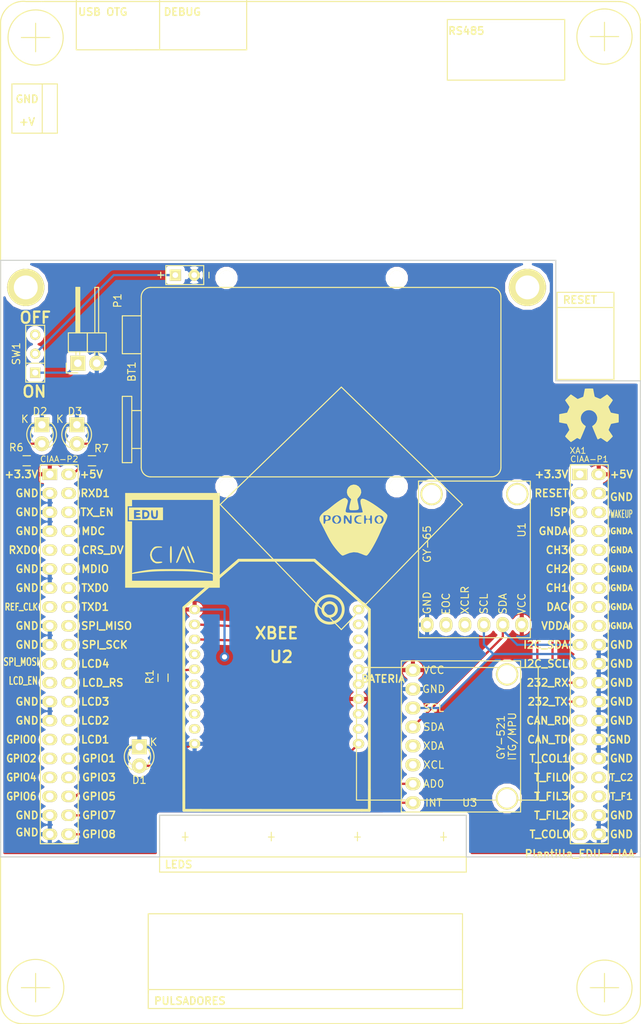
<source format=kicad_pcb>
(kicad_pcb (version 4) (host pcbnew 4.0.2+dfsg1-stable)

  (general
    (links 50)
    (no_connects 0)
    (area 70.206799 64.237799 156.208801 144.372401)
    (thickness 1.6)
    (drawings 18)
    (tracks 83)
    (zones 0)
    (modules 19)
    (nets 83)
  )

  (page A4)
  (title_block
    (title "Poncho Misión SAEv2 ")
    (date 2016-12-21)
    (rev 1.0)
    (comment 1 "Autor: Julián Iglesias")
    (comment 2 "Revisor: Matías Marando")
    (comment 3 "Licencia: BSD")
  )

  (layers
    (0 F.Cu mixed)
    (31 B.Cu mixed hide)
    (32 B.Adhes user)
    (33 F.Adhes user)
    (34 B.Paste user)
    (35 F.Paste user)
    (36 B.SilkS user)
    (37 F.SilkS user)
    (38 B.Mask user)
    (39 F.Mask user)
    (40 Dwgs.User user)
    (41 Cmts.User user)
    (42 Eco1.User user)
    (43 Eco2.User user)
    (44 Edge.Cuts user)
    (45 Margin user)
    (46 B.CrtYd user)
    (47 F.CrtYd user)
    (48 B.Fab user)
    (49 F.Fab user)
  )

  (setup
    (last_trace_width 0.3)
    (trace_clearance 0.5)
    (zone_clearance 0.3)
    (zone_45_only no)
    (trace_min 0.3)
    (segment_width 0.2)
    (edge_width 0.15)
    (via_size 1.27)
    (via_drill 0.7)
    (via_min_size 1.27)
    (via_min_drill 0.7)
    (uvia_size 0.3)
    (uvia_drill 0.1)
    (uvias_allowed no)
    (uvia_min_size 0.2)
    (uvia_min_drill 0.1)
    (pcb_text_width 0.3)
    (pcb_text_size 1.5 1.5)
    (mod_edge_width 0.15)
    (mod_text_size 1 1)
    (mod_text_width 0.15)
    (pad_size 5 5)
    (pad_drill 3.2)
    (pad_to_mask_clearance 0.2)
    (aux_axis_origin 0 0)
    (visible_elements FFFEFF7F)
    (pcbplotparams
      (layerselection 0x00030_80000001)
      (usegerberextensions false)
      (excludeedgelayer true)
      (linewidth 0.100000)
      (plotframeref false)
      (viasonmask false)
      (mode 1)
      (useauxorigin false)
      (hpglpennumber 1)
      (hpglpenspeed 20)
      (hpglpendiameter 15)
      (hpglpenoverlay 2)
      (psnegative false)
      (psa4output false)
      (plotreference true)
      (plotvalue true)
      (plotinvisibletext false)
      (padsonsilk false)
      (subtractmaskfromsilk false)
      (outputformat 1)
      (mirror false)
      (drillshape 1)
      (scaleselection 1)
      (outputdirectory ""))
  )

  (net 0 "")
  (net 1 GND)
  (net 2 +3V3)
  (net 3 /Conector/SCL)
  (net 4 "Net-(BT1-Pad1)")
  (net 5 "Net-(D1-Pad2)")
  (net 6 "Net-(D2-Pad2)")
  (net 7 "Net-(D3-Pad2)")
  (net 8 "Net-(P1-Pad1)")
  (net 9 /Conector/GPIO5)
  (net 10 /Conector/SDA)
  (net 11 +5V)
  (net 12 /Conector/RX)
  (net 13 /XBee/RX)
  (net 14 /Sensores/AD0_MPU)
  (net 15 /Conector/GPIO8)
  (net 16 "Net-(XA1-Pad11)")
  (net 17 "Net-(XA1-Pad13)")
  (net 18 "Net-(XA1-Pad6)")
  (net 19 "Net-(XA1-Pad15)")
  (net 20 "Net-(XA1-Pad8)")
  (net 21 "Net-(XA1-Pad17)")
  (net 22 "Net-(XA1-Pad10)")
  (net 23 "Net-(XA1-Pad12)")
  (net 24 "Net-(XA1-Pad14)")
  (net 25 "Net-(XA1-Pad16)")
  (net 26 "Net-(XA1-Pad18)")
  (net 27 "Net-(XA1-Pad27)")
  (net 28 "Net-(XA1-Pad29)")
  (net 29 "Net-(XA1-Pad31)")
  (net 30 "Net-(XA1-Pad33)")
  (net 31 "Net-(XA1-Pad34)")
  (net 32 "Net-(XA1-Pad36)")
  (net 33 "Net-(XA1-Pad35)")
  (net 34 "Net-(XA1-Pad37)")
  (net 35 "Net-(XA1-Pad3)")
  (net 36 "Net-(XA1-Pad5)")
  (net 37 "Net-(XA1-Pad7)")
  (net 38 "Net-(XA1-Pad9)")
  (net 39 "Net-(XA1-Pad39)")
  (net 40 "Net-(XA1-Pad44)")
  (net 41 "Net-(XA1-Pad46)")
  (net 42 "Net-(XA1-Pad48)")
  (net 43 "Net-(XA1-Pad49)")
  (net 44 "Net-(XA1-Pad50)")
  (net 45 "Net-(XA1-Pad52)")
  (net 46 "Net-(XA1-Pad54)")
  (net 47 "Net-(XA1-Pad55)")
  (net 48 "Net-(XA1-Pad56)")
  (net 49 "Net-(XA1-Pad58)")
  (net 50 "Net-(XA1-Pad60)")
  (net 51 "Net-(XA1-Pad61)")
  (net 52 "Net-(XA1-Pad62)")
  (net 53 "Net-(XA1-Pad63)")
  (net 54 "Net-(XA1-Pad64)")
  (net 55 "Net-(XA1-Pad66)")
  (net 56 "Net-(XA1-Pad68)")
  (net 57 "Net-(XA1-Pad69)")
  (net 58 "Net-(XA1-Pad70)")
  (net 59 "Net-(XA1-Pad71)")
  (net 60 "Net-(XA1-Pad72)")
  (net 61 "Net-(XA1-Pad73)")
  (net 62 "Net-(XA1-Pad74)")
  (net 63 "Net-(XA1-Pad75)")
  (net 64 "Net-(U1-Pad4)")
  (net 65 "Net-(U1-Pad5)")
  (net 66 "Net-(U2-Pad20)")
  (net 67 "Net-(U2-Pad16)")
  (net 68 "Net-(U2-Pad15)")
  (net 69 "Net-(U2-Pad18)")
  (net 70 "Net-(U2-Pad17)")
  (net 71 "Net-(U2-Pad19)")
  (net 72 "Net-(U2-Pad12)")
  (net 73 "Net-(U2-Pad13)")
  (net 74 "Net-(U2-Pad8)")
  (net 75 "Net-(U2-Pad9)")
  (net 76 "Net-(U2-Pad4)")
  (net 77 "Net-(U2-Pad6)")
  (net 78 "Net-(U2-Pad7)")
  (net 79 "Net-(U3-Pad5)")
  (net 80 "Net-(U3-Pad6)")
  (net 81 "Net-(R7-Pad2)")
  (net 82 "Net-(XA1-Pad1)")

  (net_class Default "This is the default net class."
    (clearance 0.5)
    (trace_width 0.3)
    (via_dia 1.27)
    (via_drill 0.7)
    (uvia_dia 0.3)
    (uvia_drill 0.1)
    (add_net +3V3)
    (add_net +5V)
    (add_net /Conector/GPIO5)
    (add_net /Conector/GPIO8)
    (add_net /Conector/RX)
    (add_net /Conector/SCL)
    (add_net /Conector/SDA)
    (add_net /Sensores/AD0_MPU)
    (add_net /XBee/RX)
    (add_net GND)
    (add_net "Net-(BT1-Pad1)")
    (add_net "Net-(D1-Pad2)")
    (add_net "Net-(D2-Pad2)")
    (add_net "Net-(D3-Pad2)")
    (add_net "Net-(P1-Pad1)")
    (add_net "Net-(R7-Pad2)")
    (add_net "Net-(U1-Pad4)")
    (add_net "Net-(U1-Pad5)")
    (add_net "Net-(U2-Pad12)")
    (add_net "Net-(U2-Pad13)")
    (add_net "Net-(U2-Pad15)")
    (add_net "Net-(U2-Pad16)")
    (add_net "Net-(U2-Pad17)")
    (add_net "Net-(U2-Pad18)")
    (add_net "Net-(U2-Pad19)")
    (add_net "Net-(U2-Pad20)")
    (add_net "Net-(U2-Pad4)")
    (add_net "Net-(U2-Pad6)")
    (add_net "Net-(U2-Pad7)")
    (add_net "Net-(U2-Pad8)")
    (add_net "Net-(U2-Pad9)")
    (add_net "Net-(U3-Pad5)")
    (add_net "Net-(U3-Pad6)")
    (add_net "Net-(XA1-Pad1)")
    (add_net "Net-(XA1-Pad10)")
    (add_net "Net-(XA1-Pad11)")
    (add_net "Net-(XA1-Pad12)")
    (add_net "Net-(XA1-Pad13)")
    (add_net "Net-(XA1-Pad14)")
    (add_net "Net-(XA1-Pad15)")
    (add_net "Net-(XA1-Pad16)")
    (add_net "Net-(XA1-Pad17)")
    (add_net "Net-(XA1-Pad18)")
    (add_net "Net-(XA1-Pad27)")
    (add_net "Net-(XA1-Pad29)")
    (add_net "Net-(XA1-Pad3)")
    (add_net "Net-(XA1-Pad31)")
    (add_net "Net-(XA1-Pad33)")
    (add_net "Net-(XA1-Pad34)")
    (add_net "Net-(XA1-Pad35)")
    (add_net "Net-(XA1-Pad36)")
    (add_net "Net-(XA1-Pad37)")
    (add_net "Net-(XA1-Pad39)")
    (add_net "Net-(XA1-Pad44)")
    (add_net "Net-(XA1-Pad46)")
    (add_net "Net-(XA1-Pad48)")
    (add_net "Net-(XA1-Pad49)")
    (add_net "Net-(XA1-Pad5)")
    (add_net "Net-(XA1-Pad50)")
    (add_net "Net-(XA1-Pad52)")
    (add_net "Net-(XA1-Pad54)")
    (add_net "Net-(XA1-Pad55)")
    (add_net "Net-(XA1-Pad56)")
    (add_net "Net-(XA1-Pad58)")
    (add_net "Net-(XA1-Pad6)")
    (add_net "Net-(XA1-Pad60)")
    (add_net "Net-(XA1-Pad61)")
    (add_net "Net-(XA1-Pad62)")
    (add_net "Net-(XA1-Pad63)")
    (add_net "Net-(XA1-Pad64)")
    (add_net "Net-(XA1-Pad66)")
    (add_net "Net-(XA1-Pad68)")
    (add_net "Net-(XA1-Pad69)")
    (add_net "Net-(XA1-Pad7)")
    (add_net "Net-(XA1-Pad70)")
    (add_net "Net-(XA1-Pad71)")
    (add_net "Net-(XA1-Pad72)")
    (add_net "Net-(XA1-Pad73)")
    (add_net "Net-(XA1-Pad74)")
    (add_net "Net-(XA1-Pad75)")
    (add_net "Net-(XA1-Pad8)")
    (add_net "Net-(XA1-Pad9)")
  )

  (module footprints:bat_con (layer F.Cu) (tedit 58430DDE) (tstamp 58322D4E)
    (at 112.014 80.645 90)
    (path /583228C1/5832D632)
    (fp_text reference BT1 (at 1.397 -24.13 90) (layer F.SilkS)
      (effects (font (size 1 1) (thickness 0.15)))
    )
    (fp_text value Battery (at 0 -26.67 90) (layer F.Fab)
      (effects (font (size 1 1) (thickness 0.15)))
    )
    (fp_text user - (at 14.351 -13.843 90) (layer F.SilkS)
      (effects (font (size 1 1) (thickness 0.15)))
    )
    (fp_text user + (at 14.351 -20.32 90) (layer F.SilkS)
      (effects (font (size 1 1) (thickness 0.15)))
    )
    (fp_line (start 13.081 -19.558) (end 15.621 -19.558) (layer F.SilkS) (width 0.15))
    (fp_line (start 15.621 -19.558) (end 15.621 -14.478) (layer F.SilkS) (width 0.15))
    (fp_line (start 15.621 -14.478) (end 13.081 -14.478) (layer F.SilkS) (width 0.15))
    (fp_line (start 13.081 -14.478) (end 13.081 -19.558) (layer F.SilkS) (width 0.15))
    (fp_line (start -12.7 24.13) (end -12.7 -21.59) (layer F.SilkS) (width 0.15))
    (fp_line (start 11.43 25.4) (end -11.43 25.4) (layer F.SilkS) (width 0.15))
    (fp_line (start 12.7 -21.59) (end 12.7 24.13) (layer F.SilkS) (width 0.15))
    (fp_line (start -11.43 -22.86) (end 11.43 -22.86) (layer F.SilkS) (width 0.15))
    (fp_arc (start -11.43 24.13) (end -11.43 25.4) (angle 90) (layer F.SilkS) (width 0.15))
    (fp_arc (start 11.43 24.13) (end 12.7 24.13) (angle 90) (layer F.SilkS) (width 0.15))
    (fp_arc (start 11.43 -21.59) (end 11.43 -22.86) (angle 90) (layer F.SilkS) (width 0.15))
    (fp_arc (start -11.43 -21.59) (end -12.7 -21.59) (angle 90) (layer F.SilkS) (width 0.15))
    (fp_line (start -3.81 -22.86) (end -3.81 -24.13) (layer F.SilkS) (width 0.15))
    (fp_line (start -8.89 -24.13) (end -8.89 -22.86) (layer F.SilkS) (width 0.15))
    (fp_line (start -10.795 -24.765) (end -10.795 -24.13) (layer F.SilkS) (width 0.15))
    (fp_line (start -10.795 -24.13) (end -1.905 -24.13) (layer F.SilkS) (width 0.15))
    (fp_line (start -1.905 -24.13) (end -1.905 -24.765) (layer F.SilkS) (width 0.15))
    (fp_line (start -1.905 -25.4) (end -1.905 -24.765) (layer F.SilkS) (width 0.15))
    (fp_line (start -10.795 -24.765) (end -10.795 -25.4) (layer F.SilkS) (width 0.15))
    (fp_line (start 3.81 -22.86) (end 3.81 -25.4) (layer F.SilkS) (width 0.15))
    (fp_line (start 3.81 -25.4) (end 8.89 -25.4) (layer F.SilkS) (width 0.15))
    (fp_line (start 8.89 -25.4) (end 8.89 -22.86) (layer F.SilkS) (width 0.15))
    (fp_line (start -10.795 -25.4) (end -1.905 -25.4) (layer F.SilkS) (width 0.15))
    (pad "" np_thru_hole circle (at -13.97 -11.43 90) (size 2 2) (drill 2) (layers *.Cu *.Mask F.SilkS))
    (pad "" np_thru_hole circle (at 13.97 -11.43 90) (size 2 2) (drill 2) (layers *.Cu *.Mask F.SilkS))
    (pad "" np_thru_hole circle (at -13.97 11.43 90) (size 2 2) (drill 2) (layers *.Cu *.Mask F.SilkS))
    (pad "" np_thru_hole circle (at 13.97 11.43 90) (size 2 2) (drill 2) (layers *.Cu *.Mask F.SilkS))
    (pad 1 thru_hole rect (at 14.351 -18.288 90) (size 1.524 1.524) (drill 0.762) (layers *.Cu *.Mask F.SilkS)
      (net 4 "Net-(BT1-Pad1)"))
    (pad 2 thru_hole circle (at 14.351 -15.748 90) (size 1.524 1.524) (drill 0.762) (layers *.Cu *.Mask F.SilkS)
      (net 1 GND))
  )

  (module footprints:Conn_Poncho_SinBorde locked (layer F.Cu) (tedit 560F0DC0) (tstamp 58322E22)
    (at 148 93)
    (tags "CONN Poncho")
    (path /583228C1/5832B514)
    (fp_text reference XA1 (at -0.254 -3.175) (layer F.SilkS)
      (effects (font (size 0.8 0.8) (thickness 0.12)))
    )
    (fp_text value Conn_Poncho2P_2x_20x2 (at -1.905 51.181) (layer F.SilkS) hide
      (effects (font (size 1.016 1.016) (thickness 0.2032)))
    )
    (fp_text user GPIO8 (at -64.516 48.26) (layer F.SilkS)
      (effects (font (size 1 1) (thickness 0.2)))
    )
    (fp_text user GPIO7 (at -64.516 45.72) (layer F.SilkS)
      (effects (font (size 1 1) (thickness 0.2)))
    )
    (fp_text user GPIO5 (at -64.516 43.18) (layer F.SilkS)
      (effects (font (size 1 1) (thickness 0.2)))
    )
    (fp_text user GPIO3 (at -64.516 40.64) (layer F.SilkS)
      (effects (font (size 1 1) (thickness 0.2)))
    )
    (fp_text user GPIO1 (at -64.516 38.1) (layer F.SilkS)
      (effects (font (size 1 1) (thickness 0.2)))
    )
    (fp_text user LCD1 (at -65.024 35.56) (layer F.SilkS)
      (effects (font (size 1 1) (thickness 0.2)))
    )
    (fp_text user LCD2 (at -65.024 33.02) (layer F.SilkS)
      (effects (font (size 1 1) (thickness 0.2)))
    )
    (fp_text user LCD3 (at -65.024 30.48) (layer F.SilkS)
      (effects (font (size 1 1) (thickness 0.2)))
    )
    (fp_text user LCD_RS (at -64.008 27.94) (layer F.SilkS)
      (effects (font (size 1 1) (thickness 0.2)))
    )
    (fp_text user LCD4 (at -65.024 25.4) (layer F.SilkS)
      (effects (font (size 1 1) (thickness 0.2)))
    )
    (fp_text user SPI_SCK (at -63.754 22.86) (layer F.SilkS)
      (effects (font (size 1 1) (thickness 0.2)))
    )
    (fp_text user SPI_MISO (at -63.5 20.32) (layer F.SilkS)
      (effects (font (size 1 1) (thickness 0.2)))
    )
    (fp_text user TXD1 (at -65.024 17.78) (layer F.SilkS)
      (effects (font (size 1 1) (thickness 0.2)))
    )
    (fp_text user TXD0 (at -65.024 15.24) (layer F.SilkS)
      (effects (font (size 1 1) (thickness 0.2)))
    )
    (fp_text user MDIO (at -65.024 12.7) (layer F.SilkS)
      (effects (font (size 1 1) (thickness 0.2)))
    )
    (fp_text user CRS_DV (at -64.008 10.16) (layer F.SilkS)
      (effects (font (size 1 1) (thickness 0.2)))
    )
    (fp_text user MDC (at -65.278 7.62) (layer F.SilkS)
      (effects (font (size 1 1) (thickness 0.2)))
    )
    (fp_text user TX_EN (at -64.77 5.08) (layer F.SilkS)
      (effects (font (size 1 1) (thickness 0.2)))
    )
    (fp_text user RXD1 (at -65.024 2.54) (layer F.SilkS)
      (effects (font (size 1 1) (thickness 0.2)))
    )
    (fp_text user +5V (at -65.532 0) (layer F.SilkS)
      (effects (font (size 1 1) (thickness 0.2)))
    )
    (fp_text user GND (at -74.168 48.006) (layer F.SilkS)
      (effects (font (size 1 1) (thickness 0.2)))
    )
    (fp_text user GND (at -74.168 45.72) (layer F.SilkS)
      (effects (font (size 1 1) (thickness 0.2)))
    )
    (fp_text user GPIO6 (at -74.93 43.18) (layer F.SilkS)
      (effects (font (size 1 0.9) (thickness 0.2)))
    )
    (fp_text user GPIO4 (at -74.93 40.64) (layer F.SilkS)
      (effects (font (size 1 0.9) (thickness 0.2)))
    )
    (fp_text user GPIO2 (at -74.93 38.1) (layer F.SilkS)
      (effects (font (size 1 0.9) (thickness 0.2)))
    )
    (fp_text user GPIO0 (at -74.93 35.56) (layer F.SilkS)
      (effects (font (size 1 0.9) (thickness 0.2)))
    )
    (fp_text user GND (at -74.168 33.02) (layer F.SilkS)
      (effects (font (size 1 1) (thickness 0.2)))
    )
    (fp_text user GND (at -74.168 30.48) (layer F.SilkS)
      (effects (font (size 1 1) (thickness 0.2)))
    )
    (fp_text user LCD_EN (at -74.676 27.686) (layer F.SilkS)
      (effects (font (size 1 0.7) (thickness 0.17)))
    )
    (fp_text user SPI_MOSI (at -74.93 25.146) (layer F.SilkS)
      (effects (font (size 1 0.7) (thickness 0.17)))
    )
    (fp_text user GND (at -74.168 22.86) (layer F.SilkS)
      (effects (font (size 1 1) (thickness 0.2)))
    )
    (fp_text user GND (at -74.168 20.32) (layer F.SilkS)
      (effects (font (size 1 1) (thickness 0.2)))
    )
    (fp_text user REF_CLK (at -74.93 17.78) (layer F.SilkS)
      (effects (font (size 0.9 0.7) (thickness 0.175)))
    )
    (fp_text user GND (at -74.168 15.24) (layer F.SilkS)
      (effects (font (size 1 1) (thickness 0.2)))
    )
    (fp_text user GND (at -74.168 12.7) (layer F.SilkS)
      (effects (font (size 1 1) (thickness 0.2)))
    )
    (fp_text user GND (at -74.168 7.62) (layer F.SilkS)
      (effects (font (size 1 1) (thickness 0.2)))
    )
    (fp_text user RXD0 (at -74.676 10.16) (layer F.SilkS)
      (effects (font (size 1 1) (thickness 0.2)))
    )
    (fp_text user GND (at -74.168 5.08) (layer F.SilkS)
      (effects (font (size 1 1) (thickness 0.2)))
    )
    (fp_text user GND (at -74.168 2.54) (layer F.SilkS)
      (effects (font (size 1 1) (thickness 0.2)))
    )
    (fp_text user +3.3V (at -74.93 0) (layer F.SilkS)
      (effects (font (size 1 1) (thickness 0.2)))
    )
    (fp_text user GND (at 5.588 48.26) (layer F.SilkS)
      (effects (font (size 1 1) (thickness 0.2)))
    )
    (fp_text user GND (at 5.588 45.72) (layer F.SilkS)
      (effects (font (size 1 1) (thickness 0.2)))
    )
    (fp_text user T_F1 (at 5.588 43.18) (layer F.SilkS)
      (effects (font (size 0.9 0.9) (thickness 0.18)))
    )
    (fp_text user T_C2 (at 5.588 40.64) (layer F.SilkS)
      (effects (font (size 0.9 0.9) (thickness 0.18)))
    )
    (fp_text user GND (at 5.588 38.1) (layer F.SilkS)
      (effects (font (size 1 1) (thickness 0.2)))
    )
    (fp_text user GND (at 5.334 35.56) (layer F.SilkS)
      (effects (font (size 1 1) (thickness 0.2)))
    )
    (fp_text user GND (at 5.588 33.02) (layer F.SilkS)
      (effects (font (size 1 1) (thickness 0.2)))
    )
    (fp_text user GND (at 5.588 30.48) (layer F.SilkS)
      (effects (font (size 1 1) (thickness 0.2)))
    )
    (fp_text user GND (at 5.588 27.94) (layer F.SilkS)
      (effects (font (size 1 1) (thickness 0.2)))
    )
    (fp_text user GND (at 5.588 25.4) (layer F.SilkS)
      (effects (font (size 1 1) (thickness 0.2)))
    )
    (fp_text user GND (at 5.588 22.86) (layer F.SilkS)
      (effects (font (size 1 1) (thickness 0.2)))
    )
    (fp_text user GNDA (at 5.588 20.32) (layer F.SilkS)
      (effects (font (size 0.76 0.76) (thickness 0.19)))
    )
    (fp_text user GNDA (at 5.588 17.78) (layer F.SilkS)
      (effects (font (size 0.76 0.76) (thickness 0.19)))
    )
    (fp_text user GNDA (at 5.588 15.24) (layer F.SilkS)
      (effects (font (size 0.76 0.76) (thickness 0.19)))
    )
    (fp_text user GNDA (at 5.588 12.7) (layer F.SilkS)
      (effects (font (size 0.76 0.76) (thickness 0.19)))
    )
    (fp_text user GNDA (at 5.588 10.16) (layer F.SilkS)
      (effects (font (size 0.76 0.76) (thickness 0.19)))
    )
    (fp_text user GNDA (at 5.588 7.62) (layer F.SilkS)
      (effects (font (size 0.76 0.76) (thickness 0.19)))
    )
    (fp_text user WAKEUP (at 5.588 5.334) (layer F.SilkS)
      (effects (font (size 1 0.5) (thickness 0.125)))
    )
    (fp_text user GND (at 5.588 3.048) (layer F.SilkS)
      (effects (font (size 1 1) (thickness 0.2)))
    )
    (fp_text user +5V (at 5.588 0) (layer F.SilkS)
      (effects (font (size 1 1) (thickness 0.2)))
    )
    (fp_text user T_COL0 (at -4.064 48.26) (layer F.SilkS)
      (effects (font (size 1 1) (thickness 0.2)))
    )
    (fp_text user T_FIL2 (at -3.81 45.72) (layer F.SilkS)
      (effects (font (size 1 1) (thickness 0.2)))
    )
    (fp_text user T_FIL3 (at -3.81 43.18) (layer F.SilkS)
      (effects (font (size 1 1) (thickness 0.2)))
    )
    (fp_text user T_FIL0 (at -3.81 40.64) (layer F.SilkS)
      (effects (font (size 1 1) (thickness 0.2)))
    )
    (fp_text user T_COL1 (at -4.064 38.1) (layer F.SilkS)
      (effects (font (size 1 1) (thickness 0.2)))
    )
    (fp_text user CAN_TD (at -4.318 35.56) (layer F.SilkS)
      (effects (font (size 1 1) (thickness 0.2)))
    )
    (fp_text user CAN_RD (at -4.318 33.02) (layer F.SilkS)
      (effects (font (size 1 1) (thickness 0.2)))
    )
    (fp_text user 232_TX (at -4.318 30.48) (layer F.SilkS)
      (effects (font (size 1 1) (thickness 0.2)))
    )
    (fp_text user 232_RX (at -4.318 27.94) (layer F.SilkS)
      (effects (font (size 1 1) (thickness 0.2)))
    )
    (fp_text user I2C_SCL (at -4.572 25.4) (layer F.SilkS)
      (effects (font (size 1 1) (thickness 0.2)))
    )
    (fp_text user I2C_SDA (at -4.572 22.86) (layer F.SilkS)
      (effects (font (size 1 1) (thickness 0.2)))
    )
    (fp_text user VDDA (at -3.302 20.32) (layer F.SilkS)
      (effects (font (size 1 1) (thickness 0.2)))
    )
    (fp_text user DAC (at -3.048 17.78) (layer F.SilkS)
      (effects (font (size 1 1) (thickness 0.2)))
    )
    (fp_text user CH1 (at -3.048 15.24) (layer F.SilkS)
      (effects (font (size 1 1) (thickness 0.2)))
    )
    (fp_text user CH2 (at -3.048 12.7) (layer F.SilkS)
      (effects (font (size 1 1) (thickness 0.2)))
    )
    (fp_text user CH3 (at -3.048 10.16) (layer F.SilkS)
      (effects (font (size 1 1) (thickness 0.2)))
    )
    (fp_text user GNDA (at -3.556 7.62) (layer F.SilkS)
      (effects (font (size 1 1) (thickness 0.2)))
    )
    (fp_text user ISP (at -2.794 5.08) (layer F.SilkS)
      (effects (font (size 1 1) (thickness 0.2)))
    )
    (fp_text user RESET (at -3.81 2.54) (layer F.SilkS)
      (effects (font (size 1 1) (thickness 0.2)))
    )
    (fp_text user CIAA-P2 (at -69.85 -2.032) (layer F.SilkS)
      (effects (font (size 0.8 0.8) (thickness 0.12)))
    )
    (fp_text user CIAA-P1 (at 1.27 -2.032) (layer F.SilkS)
      (effects (font (size 0.8 0.8) (thickness 0.12)))
    )
    (fp_text user +3.3V (at -3.81 0) (layer F.SilkS)
      (effects (font (size 1 1) (thickness 0.2)))
    )
    (fp_line (start -72.39 0) (end -72.39 -1.27) (layer F.SilkS) (width 0.15))
    (fp_line (start -72.39 -1.27) (end -67.31 -1.27) (layer F.SilkS) (width 0.15))
    (fp_line (start -67.31 -1.27) (end -67.31 49.53) (layer F.SilkS) (width 0.15))
    (fp_line (start -67.31 49.53) (end -72.39 49.53) (layer F.SilkS) (width 0.15))
    (fp_line (start -72.39 49.53) (end -72.39 0) (layer F.SilkS) (width 0.15))
    (fp_line (start -1.27 49.53) (end -1.27 -1.27) (layer F.SilkS) (width 0.15))
    (fp_line (start 3.81 49.53) (end 3.81 -1.27) (layer F.SilkS) (width 0.15))
    (fp_line (start 3.81 49.53) (end -1.27 49.53) (layer F.SilkS) (width 0.15))
    (fp_line (start 3.81 -1.27) (end -1.27 -1.27) (layer F.SilkS) (width 0.15))
    (pad 1 thru_hole rect (at 0 0 270) (size 1.524 2) (drill 1.016) (layers *.Cu *.Mask F.SilkS)
      (net 82 "Net-(XA1-Pad1)"))
    (pad 2 thru_hole oval (at 2.54 0 270) (size 1.524 2) (drill 1.016) (layers *.Cu *.Mask F.SilkS)
      (net 11 +5V))
    (pad 11 thru_hole oval (at 0 12.7 270) (size 1.524 2) (drill 1.016) (layers *.Cu *.Mask F.SilkS)
      (net 16 "Net-(XA1-Pad11)"))
    (pad 4 thru_hole oval (at 2.54 2.54 270) (size 1.524 2) (drill 1.016) (layers *.Cu *.Mask F.SilkS)
      (net 1 GND))
    (pad 13 thru_hole oval (at 0 15.24 270) (size 1.524 2) (drill 1.016) (layers *.Cu *.Mask F.SilkS)
      (net 17 "Net-(XA1-Pad13)"))
    (pad 6 thru_hole oval (at 2.54 5.08 270) (size 1.524 2) (drill 1.016) (layers *.Cu *.Mask F.SilkS)
      (net 18 "Net-(XA1-Pad6)"))
    (pad 15 thru_hole oval (at 0 17.78 270) (size 1.524 2) (drill 1.016) (layers *.Cu *.Mask F.SilkS)
      (net 19 "Net-(XA1-Pad15)"))
    (pad 8 thru_hole oval (at 2.54 7.62 270) (size 1.524 2) (drill 1.016) (layers *.Cu *.Mask F.SilkS)
      (net 20 "Net-(XA1-Pad8)"))
    (pad 17 thru_hole oval (at 0 20.32 270) (size 1.524 2) (drill 1.016) (layers *.Cu *.Mask F.SilkS)
      (net 21 "Net-(XA1-Pad17)"))
    (pad 10 thru_hole oval (at 2.54 10.16 270) (size 1.524 2) (drill 1.016) (layers *.Cu *.Mask F.SilkS)
      (net 22 "Net-(XA1-Pad10)"))
    (pad 19 thru_hole oval (at 0 22.86 270) (size 1.524 2) (drill 1.016) (layers *.Cu *.Mask F.SilkS)
      (net 10 /Conector/SDA))
    (pad 12 thru_hole oval (at 2.54 12.7 270) (size 1.524 2) (drill 1.016) (layers *.Cu *.Mask F.SilkS)
      (net 23 "Net-(XA1-Pad12)"))
    (pad 21 thru_hole oval (at 0 25.4 270) (size 1.524 2) (drill 1.016) (layers *.Cu *.Mask F.SilkS)
      (net 3 /Conector/SCL))
    (pad 14 thru_hole oval (at 2.54 15.24 270) (size 1.524 2) (drill 1.016) (layers *.Cu *.Mask F.SilkS)
      (net 24 "Net-(XA1-Pad14)"))
    (pad 23 thru_hole oval (at 0 27.94 270) (size 1.524 2) (drill 1.016) (layers *.Cu *.Mask F.SilkS)
      (net 12 /Conector/RX))
    (pad 16 thru_hole oval (at 2.54 17.78 270) (size 1.524 2) (drill 1.016) (layers *.Cu *.Mask F.SilkS)
      (net 25 "Net-(XA1-Pad16)"))
    (pad 25 thru_hole oval (at 0 30.48 270) (size 1.524 2) (drill 1.016) (layers *.Cu *.Mask F.SilkS)
      (net 13 /XBee/RX))
    (pad 18 thru_hole oval (at 2.54 20.32 270) (size 1.524 2) (drill 1.016) (layers *.Cu *.Mask F.SilkS)
      (net 26 "Net-(XA1-Pad18)"))
    (pad 27 thru_hole oval (at 0 33.02 270) (size 1.524 2) (drill 1.016) (layers *.Cu *.Mask F.SilkS)
      (net 27 "Net-(XA1-Pad27)"))
    (pad 20 thru_hole oval (at 2.54 22.86 270) (size 1.524 2) (drill 1.016) (layers *.Cu *.Mask F.SilkS)
      (net 1 GND))
    (pad 29 thru_hole oval (at 0 35.56 270) (size 1.524 2) (drill 1.016) (layers *.Cu *.Mask F.SilkS)
      (net 28 "Net-(XA1-Pad29)"))
    (pad 22 thru_hole oval (at 2.54 25.4 270) (size 1.524 2) (drill 1.016) (layers *.Cu *.Mask F.SilkS)
      (net 1 GND))
    (pad 31 thru_hole oval (at 0 38.1 270) (size 1.524 2) (drill 1.016) (layers *.Cu *.Mask F.SilkS)
      (net 29 "Net-(XA1-Pad31)"))
    (pad 24 thru_hole oval (at 2.54 27.94 270) (size 1.524 2) (drill 1.016) (layers *.Cu *.Mask F.SilkS)
      (net 1 GND))
    (pad 26 thru_hole oval (at 2.54 30.48 270) (size 1.524 2) (drill 1.016) (layers *.Cu *.Mask F.SilkS)
      (net 1 GND))
    (pad 33 thru_hole oval (at 0 40.64 270) (size 1.524 2) (drill 1.016) (layers *.Cu *.Mask F.SilkS)
      (net 30 "Net-(XA1-Pad33)"))
    (pad 28 thru_hole oval (at 2.54 33.02 270) (size 1.524 2) (drill 1.016) (layers *.Cu *.Mask F.SilkS)
      (net 1 GND))
    (pad 32 thru_hole oval (at 2.54 38.1 270) (size 1.524 2) (drill 1.016) (layers *.Cu *.Mask F.SilkS)
      (net 1 GND))
    (pad 34 thru_hole oval (at 2.54 40.64 270) (size 1.524 2) (drill 1.016) (layers *.Cu *.Mask F.SilkS)
      (net 31 "Net-(XA1-Pad34)"))
    (pad 36 thru_hole oval (at 2.54 43.18 270) (size 1.524 2) (drill 1.016) (layers *.Cu *.Mask F.SilkS)
      (net 32 "Net-(XA1-Pad36)"))
    (pad 38 thru_hole oval (at 2.54 45.72 270) (size 1.524 2) (drill 1.016) (layers *.Cu *.Mask F.SilkS)
      (net 1 GND))
    (pad 35 thru_hole oval (at 0 43.18 270) (size 1.524 2) (drill 1.016) (layers *.Cu *.Mask F.SilkS)
      (net 33 "Net-(XA1-Pad35)"))
    (pad 37 thru_hole oval (at 0 45.72 270) (size 1.524 2) (drill 1.016) (layers *.Cu *.Mask F.SilkS)
      (net 34 "Net-(XA1-Pad37)"))
    (pad 3 thru_hole oval (at 0 2.54 270) (size 1.524 2) (drill 1.016) (layers *.Cu *.Mask F.SilkS)
      (net 35 "Net-(XA1-Pad3)"))
    (pad 5 thru_hole oval (at 0 5.08 270) (size 1.524 2) (drill 1.016) (layers *.Cu *.Mask F.SilkS)
      (net 36 "Net-(XA1-Pad5)"))
    (pad 7 thru_hole oval (at 0 7.62 270) (size 1.524 2) (drill 1.016) (layers *.Cu *.Mask F.SilkS)
      (net 37 "Net-(XA1-Pad7)"))
    (pad 9 thru_hole oval (at 0 10.16 270) (size 1.524 2) (drill 1.016) (layers *.Cu *.Mask F.SilkS)
      (net 38 "Net-(XA1-Pad9)"))
    (pad 39 thru_hole oval (at 0 48.26 270) (size 1.524 2) (drill 1.016) (layers *.Cu *.Mask F.SilkS)
      (net 39 "Net-(XA1-Pad39)"))
    (pad 40 thru_hole oval (at 2.54 48.26 270) (size 1.524 2) (drill 1.016) (layers *.Cu *.Mask F.SilkS)
      (net 1 GND))
    (pad 30 thru_hole oval (at 2.54 35.56 270) (size 1.524 2) (drill 1.016) (layers *.Cu *.Mask F.SilkS)
      (net 1 GND))
    (pad 41 thru_hole rect (at -71.12 0 270) (size 1.524 2) (drill 1.016) (layers *.Cu *.Mask F.SilkS)
      (net 2 +3V3))
    (pad 42 thru_hole oval (at -68.58 0 270) (size 1.524 2) (drill 1.016) (layers *.Cu *.Mask F.SilkS)
      (net 81 "Net-(R7-Pad2)"))
    (pad 43 thru_hole oval (at -71.12 2.54 270) (size 1.524 2) (drill 1.016) (layers *.Cu *.Mask F.SilkS)
      (net 1 GND))
    (pad 44 thru_hole oval (at -68.58 2.54 270) (size 1.524 2) (drill 1.016) (layers *.Cu *.Mask F.SilkS)
      (net 40 "Net-(XA1-Pad44)"))
    (pad 45 thru_hole oval (at -71.12 5.08 270) (size 1.524 2) (drill 1.016) (layers *.Cu *.Mask F.SilkS)
      (net 1 GND))
    (pad 46 thru_hole oval (at -68.58 5.08 270) (size 1.524 2) (drill 1.016) (layers *.Cu *.Mask F.SilkS)
      (net 41 "Net-(XA1-Pad46)"))
    (pad 47 thru_hole oval (at -71.12 7.62 270) (size 1.524 2) (drill 1.016) (layers *.Cu *.Mask F.SilkS)
      (net 1 GND))
    (pad 48 thru_hole oval (at -68.58 7.62 270) (size 1.524 2) (drill 1.016) (layers *.Cu *.Mask F.SilkS)
      (net 42 "Net-(XA1-Pad48)"))
    (pad 49 thru_hole oval (at -71.12 10.16 270) (size 1.524 2) (drill 1.016) (layers *.Cu *.Mask F.SilkS)
      (net 43 "Net-(XA1-Pad49)"))
    (pad 50 thru_hole oval (at -68.58 10.16 270) (size 1.524 2) (drill 1.016) (layers *.Cu *.Mask F.SilkS)
      (net 44 "Net-(XA1-Pad50)"))
    (pad 51 thru_hole oval (at -71.12 12.7 270) (size 1.524 2) (drill 1.016) (layers *.Cu *.Mask F.SilkS)
      (net 1 GND))
    (pad 52 thru_hole oval (at -68.58 12.7 270) (size 1.524 2) (drill 1.016) (layers *.Cu *.Mask F.SilkS)
      (net 45 "Net-(XA1-Pad52)"))
    (pad 53 thru_hole oval (at -71.12 15.24 270) (size 1.524 2) (drill 1.016) (layers *.Cu *.Mask F.SilkS)
      (net 1 GND))
    (pad 54 thru_hole oval (at -68.58 15.24 270) (size 1.524 2) (drill 1.016) (layers *.Cu *.Mask F.SilkS)
      (net 46 "Net-(XA1-Pad54)"))
    (pad 55 thru_hole oval (at -71.12 17.78 270) (size 1.524 2) (drill 1.016) (layers *.Cu *.Mask F.SilkS)
      (net 47 "Net-(XA1-Pad55)"))
    (pad 56 thru_hole oval (at -68.58 17.78 270) (size 1.524 2) (drill 1.016) (layers *.Cu *.Mask F.SilkS)
      (net 48 "Net-(XA1-Pad56)"))
    (pad 57 thru_hole oval (at -71.12 20.32 270) (size 1.524 2) (drill 1.016) (layers *.Cu *.Mask F.SilkS)
      (net 1 GND))
    (pad 58 thru_hole oval (at -68.58 20.32 270) (size 1.524 2) (drill 1.016) (layers *.Cu *.Mask F.SilkS)
      (net 49 "Net-(XA1-Pad58)"))
    (pad 59 thru_hole oval (at -71.12 22.86 270) (size 1.524 2) (drill 1.016) (layers *.Cu *.Mask F.SilkS)
      (net 1 GND))
    (pad 60 thru_hole oval (at -68.58 22.86 270) (size 1.524 2) (drill 1.016) (layers *.Cu *.Mask F.SilkS)
      (net 50 "Net-(XA1-Pad60)"))
    (pad 61 thru_hole oval (at -71.12 25.4 270) (size 1.524 2) (drill 1.016) (layers *.Cu *.Mask F.SilkS)
      (net 51 "Net-(XA1-Pad61)"))
    (pad 62 thru_hole oval (at -68.58 25.4 270) (size 1.524 2) (drill 1.016) (layers *.Cu *.Mask F.SilkS)
      (net 52 "Net-(XA1-Pad62)"))
    (pad 63 thru_hole oval (at -71.12 27.94 270) (size 1.524 2) (drill 1.016) (layers *.Cu *.Mask F.SilkS)
      (net 53 "Net-(XA1-Pad63)"))
    (pad 64 thru_hole oval (at -68.58 27.94 270) (size 1.524 2) (drill 1.016) (layers *.Cu *.Mask F.SilkS)
      (net 54 "Net-(XA1-Pad64)"))
    (pad 65 thru_hole oval (at -71.12 30.48 270) (size 1.524 2) (drill 1.016) (layers *.Cu *.Mask F.SilkS)
      (net 1 GND))
    (pad 66 thru_hole oval (at -68.58 30.48 270) (size 1.524 2) (drill 1.016) (layers *.Cu *.Mask F.SilkS)
      (net 55 "Net-(XA1-Pad66)"))
    (pad 67 thru_hole oval (at -71.12 33.02 270) (size 1.524 2) (drill 1.016) (layers *.Cu *.Mask F.SilkS)
      (net 1 GND))
    (pad 68 thru_hole oval (at -68.58 33.02 270) (size 1.524 2) (drill 1.016) (layers *.Cu *.Mask F.SilkS)
      (net 56 "Net-(XA1-Pad68)"))
    (pad 69 thru_hole oval (at -71.12 35.56 270) (size 1.524 2) (drill 1.016) (layers *.Cu *.Mask F.SilkS)
      (net 57 "Net-(XA1-Pad69)"))
    (pad 70 thru_hole oval (at -68.58 35.56 270) (size 1.524 2) (drill 1.016) (layers *.Cu *.Mask F.SilkS)
      (net 58 "Net-(XA1-Pad70)"))
    (pad 71 thru_hole oval (at -71.12 38.1 270) (size 1.524 2) (drill 1.016) (layers *.Cu *.Mask F.SilkS)
      (net 59 "Net-(XA1-Pad71)"))
    (pad 72 thru_hole oval (at -68.58 38.1 270) (size 1.524 2) (drill 1.016) (layers *.Cu *.Mask F.SilkS)
      (net 60 "Net-(XA1-Pad72)"))
    (pad 73 thru_hole oval (at -71.12 40.64 270) (size 1.524 2) (drill 1.016) (layers *.Cu *.Mask F.SilkS)
      (net 61 "Net-(XA1-Pad73)"))
    (pad 74 thru_hole oval (at -68.58 40.64 270) (size 1.524 2) (drill 1.016) (layers *.Cu *.Mask F.SilkS)
      (net 62 "Net-(XA1-Pad74)"))
    (pad 75 thru_hole oval (at -71.12 43.18 270) (size 1.524 2) (drill 1.016) (layers *.Cu *.Mask F.SilkS)
      (net 63 "Net-(XA1-Pad75)"))
    (pad 76 thru_hole oval (at -68.58 43.18 270) (size 1.524 2) (drill 1.016) (layers *.Cu *.Mask F.SilkS)
      (net 9 /Conector/GPIO5))
    (pad 77 thru_hole oval (at -71.12 45.72 270) (size 1.524 2) (drill 1.016) (layers *.Cu *.Mask F.SilkS)
      (net 1 GND))
    (pad 78 thru_hole oval (at -68.58 45.72 270) (size 1.524 2) (drill 1.016) (layers *.Cu *.Mask F.SilkS)
      (net 14 /Sensores/AD0_MPU))
    (pad 79 thru_hole oval (at -71.12 48.26 270) (size 1.524 2) (drill 1.016) (layers *.Cu *.Mask F.SilkS)
      (net 1 GND))
    (pad 80 thru_hole oval (at -68.58 48.26 270) (size 1.524 2) (drill 1.016) (layers *.Cu *.Mask F.SilkS)
      (net 15 /Conector/GPIO8))
  )

  (module footprints:XBee-pro (layer F.Cu) (tedit 585200C3) (tstamp 58326390)
    (at 107.315 111.125)
    (path /583228C7/585B02E9)
    (fp_text reference U2 (at 0.635 6.35) (layer F.SilkS)
      (effects (font (thickness 0.3048)))
    )
    (fp_text value XBEE (at 0 3.175) (layer F.SilkS)
      (effects (font (thickness 0.3048)))
    )
    (fp_line (start 12.446 25.908) (end 12.446 26.924) (layer F.SilkS) (width 0.381))
    (fp_line (start -12.446 25.908) (end -12.446 26.924) (layer F.SilkS) (width 0.381))
    (fp_line (start -12.446 24.13) (end -12.446 25.908) (layer F.SilkS) (width 0.381))
    (fp_line (start 12.446 24.13) (end 12.446 25.908) (layer F.SilkS) (width 0.381))
    (fp_circle (center 7.112 0) (end 7.874 0.508) (layer F.SilkS) (width 0.381))
    (fp_circle (center 7.112 0) (end 8.636 1.016) (layer F.SilkS) (width 0.381))
    (fp_line (start -10.16 26.924) (end -12.446 26.924) (layer F.SilkS) (width 0.381))
    (fp_line (start 5.08 -6.604) (end 12.446 0) (layer F.SilkS) (width 0.381))
    (fp_line (start 11.43 26.924) (end 12.446 26.924) (layer F.SilkS) (width 0.381))
    (fp_line (start -10.16 26.924) (end 11.43 26.924) (layer F.SilkS) (width 0.381))
    (fp_line (start -12.446 24.13) (end -12.446 -0.254) (layer F.SilkS) (width 0.381))
    (fp_line (start 12.446 0) (end 12.446 24.13) (layer F.SilkS) (width 0.381))
    (fp_line (start -12.446 -0.254) (end -5.08 -6.604) (layer F.SilkS) (width 0.381))
    (fp_line (start -5.08 -6.604) (end 5.08 -6.604) (layer F.SilkS) (width 0.381))
    (pad 20 thru_hole oval (at 11.00074 0) (size 1.524 1.25) (drill 0.762) (layers *.Cu *.Mask F.SilkS)
      (net 66 "Net-(U2-Pad20)"))
    (pad 16 thru_hole oval (at 11.00074 8.001) (size 1.524 1.25) (drill 0.762) (layers *.Cu *.Mask F.SilkS)
      (net 67 "Net-(U2-Pad16)"))
    (pad 14 thru_hole oval (at 11.00074 11.99896) (size 1.524 1.25) (drill 0.762) (layers *.Cu *.Mask F.SilkS)
      (net 2 +3V3))
    (pad 15 thru_hole oval (at 11.00074 9.99998) (size 1.524 1.25) (drill 0.762) (layers *.Cu *.Mask F.SilkS)
      (net 68 "Net-(U2-Pad15)"))
    (pad 18 thru_hole oval (at 11.00074 4.0005) (size 1.524 1.25) (drill 0.762) (layers *.Cu *.Mask F.SilkS)
      (net 69 "Net-(U2-Pad18)"))
    (pad 17 thru_hole oval (at 11.00074 5.99948) (size 1.524 1.25) (drill 0.762) (layers *.Cu *.Mask F.SilkS)
      (net 70 "Net-(U2-Pad17)"))
    (pad 19 thru_hole oval (at 11.00074 1.99898) (size 1.524 1.25) (drill 0.762) (layers *.Cu *.Mask F.SilkS)
      (net 71 "Net-(U2-Pad19)"))
    (pad 12 thru_hole oval (at 11.00074 15.99946) (size 1.524 1.25) (drill 0.762) (layers *.Cu *.Mask F.SilkS)
      (net 72 "Net-(U2-Pad12)"))
    (pad 11 thru_hole oval (at 11.00074 18.00098) (size 1.524 1.25) (drill 0.762) (layers *.Cu *.Mask F.SilkS)
      (net 5 "Net-(D1-Pad2)"))
    (pad 13 thru_hole oval (at 11.00074 14.00048) (size 1.524 1.25) (drill 0.762) (layers *.Cu *.Mask F.SilkS)
      (net 73 "Net-(U2-Pad13)"))
    (pad 8 thru_hole oval (at -11.00074 14.00048) (size 1.524 1.25) (drill 0.762) (layers *.Cu *.Mask F.SilkS)
      (net 74 "Net-(U2-Pad8)"))
    (pad 10 thru_hole oval (at -11.00074 18.00098) (size 1.524 1.25) (drill 0.762) (layers *.Cu *.Mask F.SilkS)
      (net 1 GND))
    (pad 9 thru_hole oval (at -11.00074 15.99946) (size 1.524 1.25) (drill 0.762) (layers *.Cu *.Mask F.SilkS)
      (net 75 "Net-(U2-Pad9)"))
    (pad 2 thru_hole oval (at -11.00074 1.99898) (size 1.524 1.25) (drill 0.762) (layers *.Cu *.Mask F.SilkS)
      (net 12 /Conector/RX))
    (pad 4 thru_hole oval (at -11.00074 5.99948) (size 1.524 1.25) (drill 0.762) (layers *.Cu *.Mask F.SilkS)
      (net 76 "Net-(U2-Pad4)"))
    (pad 3 thru_hole oval (at -11.00074 4.0005) (size 1.524 1.25) (drill 0.762) (layers *.Cu *.Mask F.SilkS)
      (net 13 /XBee/RX))
    (pad 6 thru_hole oval (at -11.00074 9.99998) (size 1.524 1.25) (drill 0.762) (layers *.Cu *.Mask F.SilkS)
      (net 77 "Net-(U2-Pad6)"))
    (pad 7 thru_hole oval (at -11.00074 11.99896) (size 1.524 1.25) (drill 0.762) (layers *.Cu *.Mask F.SilkS)
      (net 78 "Net-(U2-Pad7)"))
    (pad 5 thru_hole oval (at -11.00074 8.001) (size 1.524 1.25) (drill 0.762) (layers *.Cu *.Mask F.SilkS)
      (net 9 /Conector/GPIO5))
    (pad 1 thru_hole oval (at -11.00074 0) (size 1.524 1.25) (drill 0.762) (layers *.Cu *.Mask F.SilkS)
      (net 2 +3V3))
    (model Radio/Xbee-pro.wrl
      (at (xyz 0 0 -0.1))
      (scale (xyz 1 1 1))
      (rotate (xyz 270 0 0))
    )
  )

  (module footprints:LED-3MM (layer F.Cu) (tedit 58430D85) (tstamp 58322D6C)
    (at 88.9 129.54 270)
    (descr "LED 3mm round vertical")
    (tags "LED  3mm round vertical")
    (path /583228C7/583259E1)
    (fp_text reference D1 (at 4.445 0 360) (layer F.SilkS)
      (effects (font (size 1 1) (thickness 0.15)))
    )
    (fp_text value LED (at 1.3 -2.9 270) (layer F.Fab)
      (effects (font (size 1 1) (thickness 0.15)))
    )
    (fp_line (start -1.2 2.3) (end 3.8 2.3) (layer F.CrtYd) (width 0.05))
    (fp_line (start 3.8 2.3) (end 3.8 -2.2) (layer F.CrtYd) (width 0.05))
    (fp_line (start 3.8 -2.2) (end -1.2 -2.2) (layer F.CrtYd) (width 0.05))
    (fp_line (start -1.2 -2.2) (end -1.2 2.3) (layer F.CrtYd) (width 0.05))
    (fp_line (start -0.199 1.314) (end -0.199 1.114) (layer F.SilkS) (width 0.15))
    (fp_line (start -0.199 -1.28) (end -0.199 -1.1) (layer F.SilkS) (width 0.15))
    (fp_arc (start 1.301 0.034) (end -0.199 -1.286) (angle 108.5) (layer F.SilkS) (width 0.15))
    (fp_arc (start 1.301 0.034) (end 0.25 -1.1) (angle 85.7) (layer F.SilkS) (width 0.15))
    (fp_arc (start 1.311 0.034) (end 3.051 0.994) (angle 110) (layer F.SilkS) (width 0.15))
    (fp_arc (start 1.301 0.034) (end 2.335 1.094) (angle 87.5) (layer F.SilkS) (width 0.15))
    (fp_text user K (at -0.635 -1.905 360) (layer F.SilkS)
      (effects (font (size 1 1) (thickness 0.15)))
    )
    (pad 1 thru_hole rect (at 0 0) (size 2 2) (drill 1.00076) (layers *.Cu *.Mask F.SilkS)
      (net 1 GND))
    (pad 2 thru_hole circle (at 2.54 0 270) (size 2 2) (drill 1.00076) (layers *.Cu *.Mask F.SilkS)
      (net 5 "Net-(D1-Pad2)"))
    (model LEDs.3dshapes/LED-3MM.wrl
      (at (xyz 0.05 0 0))
      (scale (xyz 1 1 1))
      (rotate (xyz 0 0 90))
    )
  )

  (module footprints:LED-3MM (layer F.Cu) (tedit 58430DC5) (tstamp 58322D72)
    (at 75.819 86.36 270)
    (descr "LED 3mm round vertical")
    (tags "LED  3mm round vertical")
    (path /583228C1/5832B799)
    (fp_text reference D2 (at -1.778 0.254 360) (layer F.SilkS)
      (effects (font (size 1 1) (thickness 0.15)))
    )
    (fp_text value LED (at 1.3 -2.9 270) (layer F.Fab)
      (effects (font (size 1 1) (thickness 0.15)))
    )
    (fp_line (start -1.2 2.3) (end 3.8 2.3) (layer F.CrtYd) (width 0.05))
    (fp_line (start 3.8 2.3) (end 3.8 -2.2) (layer F.CrtYd) (width 0.05))
    (fp_line (start 3.8 -2.2) (end -1.2 -2.2) (layer F.CrtYd) (width 0.05))
    (fp_line (start -1.2 -2.2) (end -1.2 2.3) (layer F.CrtYd) (width 0.05))
    (fp_line (start -0.199 1.314) (end -0.199 1.114) (layer F.SilkS) (width 0.15))
    (fp_line (start -0.199 -1.28) (end -0.199 -1.1) (layer F.SilkS) (width 0.15))
    (fp_arc (start 1.301 0.034) (end -0.199 -1.286) (angle 108.5) (layer F.SilkS) (width 0.15))
    (fp_arc (start 1.301 0.034) (end 0.25 -1.1) (angle 85.7) (layer F.SilkS) (width 0.15))
    (fp_arc (start 1.311 0.034) (end 3.051 0.994) (angle 110) (layer F.SilkS) (width 0.15))
    (fp_arc (start 1.301 0.034) (end 2.335 1.094) (angle 87.5) (layer F.SilkS) (width 0.15))
    (fp_text user K (at -0.762 2.286 360) (layer F.SilkS)
      (effects (font (size 1 1) (thickness 0.15)))
    )
    (pad 1 thru_hole rect (at 0 0) (size 2 2) (drill 1.00076) (layers *.Cu *.Mask F.SilkS)
      (net 1 GND))
    (pad 2 thru_hole circle (at 2.54 0 270) (size 2 2) (drill 1.00076) (layers *.Cu *.Mask F.SilkS)
      (net 6 "Net-(D2-Pad2)"))
    (model LEDs.3dshapes/LED-3MM.wrl
      (at (xyz 0.05 0 0))
      (scale (xyz 1 1 1))
      (rotate (xyz 0 0 90))
    )
  )

  (module footprints:LED-3MM (layer F.Cu) (tedit 58430DC7) (tstamp 58322D78)
    (at 80.518 86.36 270)
    (descr "LED 3mm round vertical")
    (tags "LED  3mm round vertical")
    (path /583228C1/5832B774)
    (fp_text reference D3 (at -1.778 0.254 360) (layer F.SilkS)
      (effects (font (size 1 1) (thickness 0.15)))
    )
    (fp_text value LED (at 1.3 -2.9 270) (layer F.Fab)
      (effects (font (size 1 1) (thickness 0.15)))
    )
    (fp_line (start -1.2 2.3) (end 3.8 2.3) (layer F.CrtYd) (width 0.05))
    (fp_line (start 3.8 2.3) (end 3.8 -2.2) (layer F.CrtYd) (width 0.05))
    (fp_line (start 3.8 -2.2) (end -1.2 -2.2) (layer F.CrtYd) (width 0.05))
    (fp_line (start -1.2 -2.2) (end -1.2 2.3) (layer F.CrtYd) (width 0.05))
    (fp_line (start -0.199 1.314) (end -0.199 1.114) (layer F.SilkS) (width 0.15))
    (fp_line (start -0.199 -1.28) (end -0.199 -1.1) (layer F.SilkS) (width 0.15))
    (fp_arc (start 1.301 0.034) (end -0.199 -1.286) (angle 108.5) (layer F.SilkS) (width 0.15))
    (fp_arc (start 1.301 0.034) (end 0.25 -1.1) (angle 85.7) (layer F.SilkS) (width 0.15))
    (fp_arc (start 1.311 0.034) (end 3.051 0.994) (angle 110) (layer F.SilkS) (width 0.15))
    (fp_arc (start 1.301 0.034) (end 2.335 1.094) (angle 87.5) (layer F.SilkS) (width 0.15))
    (fp_text user K (at -0.762 2.286 360) (layer F.SilkS)
      (effects (font (size 1 1) (thickness 0.15)))
    )
    (pad 1 thru_hole rect (at 0 0) (size 2 2) (drill 1.00076) (layers *.Cu *.Mask F.SilkS)
      (net 1 GND))
    (pad 2 thru_hole circle (at 2.54 0 270) (size 2 2) (drill 1.00076) (layers *.Cu *.Mask F.SilkS)
      (net 7 "Net-(D3-Pad2)"))
    (model LEDs.3dshapes/LED-3MM.wrl
      (at (xyz 0.05 0 0))
      (scale (xyz 1 1 1))
      (rotate (xyz 0 0 90))
    )
  )

  (module footprints:R_0603 (layer F.Cu) (tedit 58430E19) (tstamp 58322D84)
    (at 92.075 120.269 270)
    (descr "Resistor SMD 0603, reflow soldering, Vishay (see dcrcw.pdf)")
    (tags "resistor 0603")
    (path /583228C7/583259C8)
    (attr smd)
    (fp_text reference R1 (at -0.127 1.778 270) (layer F.SilkS)
      (effects (font (size 1 1) (thickness 0.15)))
    )
    (fp_text value R (at 0 1.9 270) (layer F.Fab)
      (effects (font (size 1 1) (thickness 0.15)))
    )
    (fp_line (start -1.3 -0.8) (end 1.3 -0.8) (layer F.CrtYd) (width 0.05))
    (fp_line (start -1.3 0.8) (end 1.3 0.8) (layer F.CrtYd) (width 0.05))
    (fp_line (start -1.3 -0.8) (end -1.3 0.8) (layer F.CrtYd) (width 0.05))
    (fp_line (start 1.3 -0.8) (end 1.3 0.8) (layer F.CrtYd) (width 0.05))
    (fp_line (start 0.5 0.675) (end -0.5 0.675) (layer F.SilkS) (width 0.15))
    (fp_line (start -0.5 -0.675) (end 0.5 -0.675) (layer F.SilkS) (width 0.15))
    (pad 1 smd rect (at -0.75 0 270) (size 0.5 0.9) (layers F.Cu F.Paste F.Mask)
      (net 9 /Conector/GPIO5))
    (pad 2 smd rect (at 0.75 0 270) (size 0.5 0.9) (layers F.Cu F.Paste F.Mask)
      (net 1 GND))
    (model Resistors_SMD.3dshapes/R_0603.wrl
      (at (xyz 0 0 0))
      (scale (xyz 1 1 1))
      (rotate (xyz 0 0 0))
    )
  )

  (module footprints:R_0603 (layer F.Cu) (tedit 585B0651) (tstamp 58322DA2)
    (at 73.787 91.186 180)
    (descr "Resistor SMD 0603, reflow soldering, Vishay (see dcrcw.pdf)")
    (tags "resistor 0603")
    (path /583228C1/5832B6DE)
    (attr smd)
    (fp_text reference R6 (at 1.397 1.778 180) (layer F.SilkS)
      (effects (font (size 1 1) (thickness 0.15)))
    )
    (fp_text value R (at 0 1.9 180) (layer F.Fab)
      (effects (font (size 1 1) (thickness 0.15)))
    )
    (fp_line (start -1.3 -0.8) (end 1.3 -0.8) (layer F.CrtYd) (width 0.05))
    (fp_line (start -1.3 0.8) (end 1.3 0.8) (layer F.CrtYd) (width 0.05))
    (fp_line (start -1.3 -0.8) (end -1.3 0.8) (layer F.CrtYd) (width 0.05))
    (fp_line (start 1.3 -0.8) (end 1.3 0.8) (layer F.CrtYd) (width 0.05))
    (fp_line (start 0.5 0.675) (end -0.5 0.675) (layer F.SilkS) (width 0.15))
    (fp_line (start -0.5 -0.675) (end 0.5 -0.675) (layer F.SilkS) (width 0.15))
    (pad 1 smd rect (at -0.75 0 180) (size 0.5 0.9) (layers F.Cu F.Paste F.Mask)
      (net 2 +3V3))
    (pad 2 smd rect (at 0.75 0 180) (size 0.5 0.9) (layers F.Cu F.Paste F.Mask)
      (net 6 "Net-(D2-Pad2)"))
    (model Resistors_SMD.3dshapes/R_0603.wrl
      (at (xyz 0 0 0))
      (scale (xyz 1 1 1))
      (rotate (xyz 0 0 0))
    )
  )

  (module footprints:R_0603 (layer F.Cu) (tedit 585B0656) (tstamp 58322DA8)
    (at 82.55 91.186 180)
    (descr "Resistor SMD 0603, reflow soldering, Vishay (see dcrcw.pdf)")
    (tags "resistor 0603")
    (path /583228C1/5832B6B9)
    (attr smd)
    (fp_text reference R7 (at -1.27 1.651 180) (layer F.SilkS)
      (effects (font (size 1 1) (thickness 0.15)))
    )
    (fp_text value R (at 0 1.9 180) (layer F.Fab)
      (effects (font (size 1 1) (thickness 0.15)))
    )
    (fp_line (start -1.3 -0.8) (end 1.3 -0.8) (layer F.CrtYd) (width 0.05))
    (fp_line (start -1.3 0.8) (end 1.3 0.8) (layer F.CrtYd) (width 0.05))
    (fp_line (start -1.3 -0.8) (end -1.3 0.8) (layer F.CrtYd) (width 0.05))
    (fp_line (start 1.3 -0.8) (end 1.3 0.8) (layer F.CrtYd) (width 0.05))
    (fp_line (start 0.5 0.675) (end -0.5 0.675) (layer F.SilkS) (width 0.15))
    (fp_line (start -0.5 -0.675) (end 0.5 -0.675) (layer F.SilkS) (width 0.15))
    (pad 1 smd rect (at -0.75 0 180) (size 0.5 0.9) (layers F.Cu F.Paste F.Mask)
      (net 7 "Net-(D3-Pad2)"))
    (pad 2 smd rect (at 0.75 0 180) (size 0.5 0.9) (layers F.Cu F.Paste F.Mask)
      (net 81 "Net-(R7-Pad2)"))
    (model Resistors_SMD.3dshapes/R_0603.wrl
      (at (xyz 0 0 0))
      (scale (xyz 1 1 1))
      (rotate (xyz 0 0 0))
    )
  )

  (module footprints:GY-65 (layer F.Cu) (tedit 583258E6) (tstamp 58326378)
    (at 140.208 113.157 270)
    (descr "Through hole pin header")
    (tags "pin header")
    (path /583228C4/583270C1)
    (fp_text reference U1 (at -12.7 0 270) (layer F.SilkS)
      (effects (font (size 1 1) (thickness 0.15)))
    )
    (fp_text value GY-65 (at -10.795 12.7 270) (layer F.SilkS)
      (effects (font (size 1 1) (thickness 0.15)))
    )
    (fp_text user GND (at -2.921 12.7 270) (layer F.SilkS)
      (effects (font (size 1 1) (thickness 0.15)))
    )
    (fp_text user EOC (at -2.794 10.16 270) (layer F.SilkS)
      (effects (font (size 1 1) (thickness 0.15)))
    )
    (fp_text user XCLR (at -3.302 7.62 270) (layer F.SilkS)
      (effects (font (size 1 1) (thickness 0.15)))
    )
    (fp_text user SCL (at -2.794 5.08 270) (layer F.SilkS)
      (effects (font (size 1 1) (thickness 0.15)))
    )
    (fp_text user SDA (at -2.794 2.54 270) (layer F.SilkS)
      (effects (font (size 1 1) (thickness 0.15)))
    )
    (fp_text user VCC (at -2.794 0 270) (layer F.SilkS)
      (effects (font (size 1 1) (thickness 0.15)))
    )
    (fp_line (start 1.75 13.85) (end -19.25 13.85) (layer F.SilkS) (width 0.15))
    (fp_line (start -19.25 13.85) (end -19.25 -1.1) (layer F.SilkS) (width 0.15))
    (fp_line (start 1.75 -1.15) (end 1.75 13.85) (layer F.SilkS) (width 0.15))
    (fp_line (start 1.75 -1.15) (end -19.25 -1.15) (layer F.SilkS) (width 0.15))
    (pad 1 thru_hole oval (at 0 0 270) (size 2.032 1.7272) (drill 1.016) (layers *.Cu *.Mask F.SilkS)
      (net 11 +5V))
    (pad 2 thru_hole oval (at 0 2.54 270) (size 2.032 1.7272) (drill 1.016) (layers *.Cu *.Mask F.SilkS)
      (net 10 /Conector/SDA))
    (pad 3 thru_hole oval (at 0 5.08 270) (size 2.032 1.7272) (drill 1.016) (layers *.Cu *.Mask F.SilkS)
      (net 3 /Conector/SCL))
    (pad 4 thru_hole oval (at 0 7.62 270) (size 2.032 1.7272) (drill 1.016) (layers *.Cu *.Mask F.SilkS)
      (net 64 "Net-(U1-Pad4)"))
    (pad 5 thru_hole oval (at 0 10.16 270) (size 2.032 1.7272) (drill 1.016) (layers *.Cu *.Mask F.SilkS)
      (net 65 "Net-(U1-Pad5)"))
    (pad 6 thru_hole oval (at 0 12.7 270) (size 2.032 1.7272) (drill 1.016) (layers *.Cu *.Mask F.SilkS)
      (net 1 GND))
    (pad "" thru_hole circle (at -17.5 0.6 270) (size 3 3) (drill 2.5) (layers *.Cu *.Mask F.SilkS))
    (pad "" thru_hole circle (at -17.5 12.1 270) (size 3 3) (drill 2.5) (layers *.Cu *.Mask F.SilkS))
    (model Pin_Headers.3dshapes/Pin_Header_Straight_1x06.wrl
      (at (xyz 0 -0.25 0.1))
      (scale (xyz 1 1 1))
      (rotate (xyz 0 180 90))
    )
  )

  (module Connect:1pin (layer F.Cu) (tedit 5843091F) (tstamp 584308B5)
    (at 73.66 67.945)
    (descr "module 1 pin (ou trou mecanique de percage)")
    (tags DEV)
    (fp_text reference REF** (at 0 -3.048) (layer F.SilkS) hide
      (effects (font (size 1 1) (thickness 0.15)))
    )
    (fp_text value 1pin (at 0 2.794) (layer F.Fab)
      (effects (font (size 1 1) (thickness 0.15)))
    )
    (fp_circle (center 0 0) (end 0 -2.286) (layer F.SilkS) (width 0.15))
    (pad 1 thru_hole circle (at 0 0) (size 5 5) (drill 3.2) (layers *.Cu *.Mask F.SilkS))
  )

  (module Connect:1pin (layer F.Cu) (tedit 5843093F) (tstamp 584308B6)
    (at 140.97 67.945)
    (descr "module 1 pin (ou trou mecanique de percage)")
    (tags DEV)
    (fp_text reference REF** (at 0 -3.048) (layer F.SilkS) hide
      (effects (font (size 1 1) (thickness 0.15)))
    )
    (fp_text value 1pin (at 0 2.794) (layer F.Fab)
      (effects (font (size 1 1) (thickness 0.15)))
    )
    (fp_circle (center 0 0) (end 0 -2.286) (layer F.SilkS) (width 0.15))
    (pad 1 thru_hole circle (at 0 0) (size 5 5) (drill 3.2) (layers *.Cu *.Mask F.SilkS))
  )

  (module footprint:Logo_EDU-CIAA (layer F.Cu) (tedit 560D8BDB) (tstamp 584311A1)
    (at 93.345 101.854)
    (fp_text reference G*** (at 0 7.112) (layer F.SilkS) hide
      (effects (font (thickness 0.3048)))
    )
    (fp_text value Logo_EDU-CIAA (at 0.06 -7.8) (layer F.SilkS) hide
      (effects (font (thickness 0.3048)))
    )
    (fp_poly (pts (xy 6.35 6.35) (xy 5.42036 6.35) (xy 5.42036 4.8006) (xy 5.41782 4.7371)
      (xy 5.41782 4.39674) (xy 5.41782 -0.51054) (xy 5.41782 -5.42036) (xy 0 -5.42036)
      (xy -5.42036 -5.42036) (xy -5.42036 -4.99618) (xy -5.42036 -4.572) (xy -5.715 -4.572)
      (xy -6.01218 -4.572) (xy -6.01218 -3.556) (xy -6.01218 -2.54) (xy -5.715 -2.54)
      (xy -5.42036 -2.54) (xy -5.42036 0.9271) (xy -5.42036 4.39674) (xy -5.21462 4.318)
      (xy -5.05968 4.27736) (xy -4.77266 4.21894) (xy -4.39166 4.14782) (xy -3.95224 4.07162)
      (xy -3.7973 4.04622) (xy -3.42392 3.9878) (xy -3.08102 3.94462) (xy -2.74066 3.90906)
      (xy -2.3749 3.88366) (xy -1.9558 3.86842) (xy -1.45542 3.85826) (xy -0.84582 3.85318)
      (xy -0.09652 3.85064) (xy 0 3.85064) (xy 0.76454 3.85318) (xy 1.38938 3.85826)
      (xy 1.90246 3.86588) (xy 2.32918 3.88366) (xy 2.70002 3.90652) (xy 3.04038 3.93954)
      (xy 3.38074 3.98272) (xy 3.74904 4.0386) (xy 3.79476 4.04622) (xy 4.24434 4.12242)
      (xy 4.65074 4.19608) (xy 4.97332 4.25958) (xy 5.17652 4.30784) (xy 5.21208 4.318)
      (xy 5.41782 4.39674) (xy 5.41782 4.7371) (xy 5.41528 4.67614) (xy 5.38226 4.5847)
      (xy 5.29844 4.51612) (xy 5.14604 4.46278) (xy 4.90474 4.41706) (xy 4.55168 4.37134)
      (xy 4.06654 4.31546) (xy 3.59664 4.26466) (xy 2.9464 4.2037) (xy 2.20218 4.16052)
      (xy 1.3462 4.13258) (xy 0.35052 4.12242) (xy 0 4.11988) (xy -0.89154 4.12496)
      (xy -1.65608 4.13766) (xy -2.33426 4.1656) (xy -2.96672 4.20624) (xy -3.59664 4.2672)
      (xy -4.26466 4.34594) (xy -4.7625 4.41452) (xy -5.42036 4.50596) (xy -5.42036 4.96062)
      (xy -5.42036 5.41782) (xy 0 5.41782) (xy 5.41782 5.41782) (xy 5.41782 4.96062)
      (xy 5.42036 4.8006) (xy 5.42036 6.35) (xy 0 6.35) (xy -6.35 6.35)
      (xy -6.35 0) (xy -6.35 -6.35) (xy 0 -6.35) (xy 6.35 -6.35)
      (xy 6.35 0) (xy 6.35 6.35) (xy 6.35 6.35)) (layer F.SilkS) (width 0.00254))
    (fp_poly (pts (xy -1.36398 2.94894) (xy -1.41986 2.99212) (xy -1.58242 3.04292) (xy -1.83134 3.07848)
      (xy -2.08534 3.08864) (xy -2.24028 3.0734) (xy -2.59334 2.89814) (xy -2.84734 2.5908)
      (xy -2.921 2.43586) (xy -3.01752 1.98628) (xy -2.94894 1.55956) (xy -2.71526 1.16586)
      (xy -2.667 1.11252) (xy -2.49174 0.93726) (xy -2.33426 0.84582) (xy -2.12344 0.81026)
      (xy -1.90246 0.80518) (xy -1.57988 0.82296) (xy -1.40462 0.8763) (xy -1.37922 0.90932)
      (xy -1.40208 0.97028) (xy -1.55194 0.98298) (xy -1.70942 0.96774) (xy -2.08788 0.9906)
      (xy -2.39776 1.143) (xy -2.6289 1.39192) (xy -2.75844 1.70434) (xy -2.77876 2.04978)
      (xy -2.67462 2.39522) (xy -2.4765 2.66446) (xy -2.31902 2.80162) (xy -2.159 2.86258)
      (xy -1.9304 2.86766) (xy -1.80086 2.8575) (xy -1.51892 2.84988) (xy -1.36906 2.8829)
      (xy -1.36398 2.94894) (xy -1.36398 2.94894)) (layer F.SilkS) (width 0.00254))
    (fp_poly (pts (xy -0.08636 1.905) (xy -0.0889 2.37236) (xy -0.09906 2.69494) (xy -0.11938 2.90068)
      (xy -0.14986 3.00736) (xy -0.19812 3.04546) (xy -0.21336 3.048) (xy -0.26416 3.0226)
      (xy -0.29972 2.9337) (xy -0.32258 2.7559) (xy -0.33528 2.4638) (xy -0.34036 2.032)
      (xy -0.34036 1.905) (xy -0.33782 1.4351) (xy -0.32766 1.11252) (xy -0.30734 0.90678)
      (xy -0.27432 0.8001) (xy -0.22606 0.762) (xy -0.21336 0.762) (xy -0.16002 0.78486)
      (xy -0.12446 0.87376) (xy -0.1016 1.05156) (xy -0.09144 1.34366) (xy -0.08636 1.77546)
      (xy -0.08636 1.905) (xy -0.08636 1.905)) (layer F.SilkS) (width 0.00254))
    (fp_poly (pts (xy 2.40284 3.0353) (xy 2.30378 3.05308) (xy 2.17678 2.90322) (xy 2.02184 2.59334)
      (xy 1.83642 2.1209) (xy 1.80848 2.03708) (xy 1.6764 1.67132) (xy 1.5621 1.3716)
      (xy 1.47828 1.17094) (xy 1.43764 1.09982) (xy 1.39446 1.17602) (xy 1.3081 1.37922)
      (xy 1.19126 1.68148) (xy 1.05664 2.04978) (xy 1.05664 2.05232) (xy 0.87884 2.52222)
      (xy 0.7366 2.83464) (xy 0.62484 2.99974) (xy 0.57404 3.03022) (xy 0.50546 3.02514)
      (xy 0.49276 2.9591) (xy 0.53848 2.79654) (xy 0.64516 2.52222) (xy 0.78994 2.15646)
      (xy 0.9525 1.7272) (xy 1.08458 1.3716) (xy 1.2319 1.016) (xy 1.35128 0.82296)
      (xy 1.4351 0.77978) (xy 1.4986 0.86106) (xy 1.60782 1.06172) (xy 1.74752 1.35382)
      (xy 1.90246 1.69926) (xy 2.05994 2.06502) (xy 2.20472 2.41554) (xy 2.31902 2.71526)
      (xy 2.39014 2.9337) (xy 2.40284 3.0353) (xy 2.40284 3.0353)) (layer F.SilkS) (width 0.00254))
    (fp_poly (pts (xy 2.96164 2.98704) (xy 2.8956 3.04292) (xy 2.85242 3.048) (xy 2.78384 2.9718)
      (xy 2.67208 2.75844) (xy 2.52984 2.43586) (xy 2.36982 2.02946) (xy 2.3368 1.94056)
      (xy 2.15138 1.41478) (xy 2.03708 1.0414) (xy 1.99136 0.81788) (xy 2.01676 0.74422)
      (xy 2.10566 0.80772) (xy 2.159 0.91186) (xy 2.25552 1.13284) (xy 2.38252 1.44272)
      (xy 2.52476 1.79578) (xy 2.66954 2.16154) (xy 2.79654 2.49936) (xy 2.89814 2.77622)
      (xy 2.95402 2.94894) (xy 2.96164 2.98704) (xy 2.96164 2.98704)) (layer F.SilkS) (width 0.00254))
    (fp_poly (pts (xy -1.27 -2.71018) (xy -1.94818 -2.71018) (xy -1.94818 -3.57378) (xy -1.95834 -3.86334)
      (xy -1.99644 -4.01574) (xy -2.06756 -4.064) (xy -2.07518 -4.064) (xy -2.15138 -4.02336)
      (xy -2.19202 -3.87858) (xy -2.20218 -3.59664) (xy -2.20218 -3.5941) (xy -2.20726 -3.32486)
      (xy -2.2352 -3.1877) (xy -2.2987 -3.14452) (xy -2.39268 -3.1496) (xy -2.50698 -3.1877)
      (xy -2.57048 -3.2893) (xy -2.60096 -3.49758) (xy -2.60858 -3.6195) (xy -2.6416 -3.90398)
      (xy -2.70002 -4.04114) (xy -2.75844 -4.064) (xy -2.82956 -3.99034) (xy -2.8702 -3.80238)
      (xy -2.8829 -3.55092) (xy -2.86258 -3.29438) (xy -2.80924 -3.08102) (xy -2.79146 -3.04292)
      (xy -2.64668 -2.92608) (xy -2.41808 -2.87782) (xy -2.18694 -2.90576) (xy -2.04978 -2.98196)
      (xy -1.9939 -3.11658) (xy -1.95834 -3.36042) (xy -1.94818 -3.57378) (xy -1.94818 -2.71018)
      (xy -3.0861 -2.71018) (xy -3.0861 -3.42138) (xy -3.09372 -3.64744) (xy -3.20548 -3.88874)
      (xy -3.429 -4.0259) (xy -3.76428 -4.064) (xy -4.064 -4.064) (xy -4.064 -3.47218)
      (xy -4.064 -2.88036) (xy -3.7465 -2.88036) (xy -3.51536 -2.89814) (xy -3.3528 -2.93624)
      (xy -3.33756 -2.94386) (xy -3.17246 -3.14198) (xy -3.0861 -3.42138) (xy -3.0861 -2.71018)
      (xy -3.556 -2.71018) (xy -4.23418 -2.71018) (xy -4.23418 -3.00736) (xy -4.29006 -3.09626)
      (xy -4.47548 -3.13182) (xy -4.572 -3.13436) (xy -4.80822 -3.15468) (xy -4.90474 -3.22326)
      (xy -4.91236 -3.26136) (xy -4.84886 -3.35534) (xy -4.64312 -3.38836) (xy -4.61518 -3.38836)
      (xy -4.39674 -3.4163) (xy -4.32054 -3.50266) (xy -4.318 -3.51536) (xy -4.38404 -3.60934)
      (xy -4.58978 -3.64236) (xy -4.61518 -3.64236) (xy -4.81076 -3.66268) (xy -4.90982 -3.71602)
      (xy -4.91236 -3.72618) (xy -4.8387 -3.78206) (xy -4.65328 -3.81) (xy -4.61518 -3.81)
      (xy -4.39674 -3.83794) (xy -4.32054 -3.92684) (xy -4.318 -3.937) (xy -4.36372 -4.01828)
      (xy -4.5212 -4.05638) (xy -4.74218 -4.064) (xy -5.16636 -4.064) (xy -5.16636 -3.47218)
      (xy -5.16636 -2.88036) (xy -4.699 -2.88036) (xy -4.4196 -2.89052) (xy -4.27482 -2.93116)
      (xy -4.23418 -3.00736) (xy -4.23418 -2.71018) (xy -5.842 -2.71018) (xy -5.842 -3.556)
      (xy -5.842 -4.40436) (xy -3.556 -4.40436) (xy -1.27 -4.40436) (xy -1.27 -3.556)
      (xy -1.27 -2.71018) (xy -1.27 -2.71018)) (layer F.SilkS) (width 0.00254))
    (fp_poly (pts (xy -3.33756 -3.59918) (xy -3.34264 -3.35788) (xy -3.46964 -3.1877) (xy -3.65252 -3.13436)
      (xy -3.75666 -3.16738) (xy -3.80238 -3.29184) (xy -3.81 -3.47218) (xy -3.79984 -3.69062)
      (xy -3.74396 -3.78714) (xy -3.61696 -3.81) (xy -3.60172 -3.81) (xy -3.42138 -3.7592)
      (xy -3.33756 -3.59918) (xy -3.33756 -3.59918)) (layer F.SilkS) (width 0.00254))
  )

  (module footprint:Logo_OSHWA (layer F.Cu) (tedit 560D8B85) (tstamp 584311A2)
    (at 149.225 85.09)
    (fp_text reference G101 (at 0 4.2418) (layer F.SilkS) hide
      (effects (font (size 0.7112 0.4572) (thickness 0.1143)))
    )
    (fp_text value Logo_OSHWA (at 0 -4.2418) (layer F.SilkS) hide
      (effects (font (size 0.36322 0.36322) (thickness 0.07112)))
    )
    (fp_poly (pts (xy -2.42316 3.59156) (xy -2.38252 3.57124) (xy -2.28854 3.51282) (xy -2.15392 3.42392)
      (xy -1.99644 3.31978) (xy -1.83896 3.21056) (xy -1.70942 3.1242) (xy -1.61798 3.06578)
      (xy -1.57988 3.04546) (xy -1.55956 3.05054) (xy -1.48336 3.08864) (xy -1.37414 3.14452)
      (xy -1.31064 3.17754) (xy -1.21158 3.22072) (xy -1.16078 3.23088) (xy -1.15316 3.21564)
      (xy -1.11506 3.13944) (xy -1.05918 3.00736) (xy -0.98298 2.83464) (xy -0.89662 2.63144)
      (xy -0.80264 2.413) (xy -0.7112 2.18948) (xy -0.6223 1.97612) (xy -0.54356 1.78562)
      (xy -0.48006 1.63068) (xy -0.43942 1.52146) (xy -0.42418 1.47574) (xy -0.42926 1.46558)
      (xy -0.48006 1.41732) (xy -0.56642 1.35128) (xy -0.75692 1.19634) (xy -0.94234 0.96266)
      (xy -1.05664 0.6985) (xy -1.09474 0.40386) (xy -1.06172 0.13208) (xy -0.95504 -0.12954)
      (xy -0.77216 -0.36576) (xy -0.55118 -0.54102) (xy -0.2921 -0.65278) (xy 0 -0.68834)
      (xy 0.2794 -0.65786) (xy 0.5461 -0.55118) (xy 0.78232 -0.37084) (xy 0.88138 -0.25654)
      (xy 1.01854 -0.01778) (xy 1.09728 0.23876) (xy 1.1049 0.30226) (xy 1.09474 0.5842)
      (xy 1.01092 0.85344) (xy 0.8636 1.09474) (xy 0.65786 1.29032) (xy 0.62992 1.31064)
      (xy 0.53594 1.38176) (xy 0.47244 1.43002) (xy 0.42164 1.47066) (xy 0.77978 2.33172)
      (xy 0.83566 2.46888) (xy 0.93472 2.7051) (xy 1.02108 2.9083) (xy 1.08966 3.06832)
      (xy 1.13792 3.17754) (xy 1.15824 3.22072) (xy 1.16078 3.22326) (xy 1.19126 3.22834)
      (xy 1.2573 3.20294) (xy 1.37668 3.14452) (xy 1.45796 3.10388) (xy 1.5494 3.0607)
      (xy 1.59004 3.04546) (xy 1.6256 3.06324) (xy 1.71196 3.12166) (xy 1.8415 3.20548)
      (xy 1.9939 3.30962) (xy 2.14122 3.41122) (xy 2.27584 3.50012) (xy 2.3749 3.56108)
      (xy 2.42316 3.58902) (xy 2.43078 3.58902) (xy 2.47142 3.56362) (xy 2.55016 3.50012)
      (xy 2.667 3.38836) (xy 2.8321 3.2258) (xy 2.8575 3.2004) (xy 2.99466 3.0607)
      (xy 3.10642 2.94386) (xy 3.18008 2.86258) (xy 3.20548 2.82448) (xy 3.20548 2.82448)
      (xy 3.18262 2.77622) (xy 3.11912 2.6797) (xy 3.03022 2.54254) (xy 2.921 2.38252)
      (xy 2.63652 1.9685) (xy 2.794 1.57734) (xy 2.84226 1.45796) (xy 2.90322 1.31318)
      (xy 2.9464 1.20904) (xy 2.9718 1.16332) (xy 3.01244 1.14808) (xy 3.12166 1.12268)
      (xy 3.2766 1.08966) (xy 3.45948 1.05664) (xy 3.63728 1.02362) (xy 3.7973 0.99314)
      (xy 3.9116 0.97028) (xy 3.9624 0.96012) (xy 3.9751 0.9525) (xy 3.98526 0.9271)
      (xy 3.99288 0.87376) (xy 3.99542 0.77724) (xy 3.99796 0.62484) (xy 3.99796 0.40386)
      (xy 3.99796 0.381) (xy 3.99542 0.17018) (xy 3.99288 0.00254) (xy 3.9878 -0.10668)
      (xy 3.98018 -0.14986) (xy 3.98018 -0.14986) (xy 3.92938 -0.16256) (xy 3.81762 -0.18542)
      (xy 3.6576 -0.21844) (xy 3.4671 -0.254) (xy 3.45694 -0.25654) (xy 3.26644 -0.2921)
      (xy 3.10896 -0.32512) (xy 2.9972 -0.35052) (xy 2.95148 -0.36576) (xy 2.94132 -0.37846)
      (xy 2.90322 -0.45212) (xy 2.84734 -0.56896) (xy 2.78638 -0.71374) (xy 2.72288 -0.86106)
      (xy 2.66954 -0.99568) (xy 2.63398 -1.09474) (xy 2.62382 -1.14046) (xy 2.62382 -1.14046)
      (xy 2.65176 -1.18618) (xy 2.7178 -1.28524) (xy 2.80924 -1.41986) (xy 2.921 -1.58242)
      (xy 2.92862 -1.59512) (xy 3.03784 -1.75514) (xy 3.12674 -1.88976) (xy 3.18516 -1.98628)
      (xy 3.20548 -2.02946) (xy 3.20548 -2.032) (xy 3.16992 -2.08026) (xy 3.08864 -2.16916)
      (xy 2.9718 -2.29108) (xy 2.8321 -2.43332) (xy 2.78638 -2.4765) (xy 2.63144 -2.6289)
      (xy 2.52476 -2.72796) (xy 2.45618 -2.7813) (xy 2.42316 -2.794) (xy 2.42316 -2.79146)
      (xy 2.3749 -2.76352) (xy 2.2733 -2.69748) (xy 2.13614 -2.6035) (xy 1.97358 -2.49428)
      (xy 1.96342 -2.48666) (xy 1.8034 -2.37744) (xy 1.67132 -2.28854) (xy 1.5748 -2.22504)
      (xy 1.53416 -2.19964) (xy 1.52654 -2.19964) (xy 1.46304 -2.21996) (xy 1.34874 -2.25806)
      (xy 1.20904 -2.31394) (xy 1.06172 -2.37236) (xy 0.9271 -2.42824) (xy 0.8255 -2.4765)
      (xy 0.77724 -2.5019) (xy 0.77724 -2.50444) (xy 0.75946 -2.56286) (xy 0.73152 -2.68224)
      (xy 0.6985 -2.84734) (xy 0.6604 -3.04292) (xy 0.65532 -3.0734) (xy 0.61976 -3.2639)
      (xy 0.58928 -3.42138) (xy 0.56642 -3.5306) (xy 0.55372 -3.57632) (xy 0.52832 -3.5814)
      (xy 0.43434 -3.58902) (xy 0.2921 -3.59156) (xy 0.11938 -3.5941) (xy -0.06096 -3.59156)
      (xy -0.23622 -3.58902) (xy -0.38862 -3.58394) (xy -0.4953 -3.57632) (xy -0.54102 -3.56616)
      (xy -0.54356 -3.56362) (xy -0.5588 -3.5052) (xy -0.5842 -3.38582) (xy -0.61976 -3.22072)
      (xy -0.65786 -3.0226) (xy -0.66294 -2.98958) (xy -0.6985 -2.79908) (xy -0.73152 -2.64414)
      (xy -0.75438 -2.53492) (xy -0.76708 -2.49428) (xy -0.78232 -2.48412) (xy -0.86106 -2.4511)
      (xy -0.98806 -2.39776) (xy -1.14808 -2.33426) (xy -1.51384 -2.1844) (xy -1.96088 -2.49428)
      (xy -2.00406 -2.52222) (xy -2.16408 -2.63144) (xy -2.2987 -2.72034) (xy -2.39014 -2.77876)
      (xy -2.42824 -2.80162) (xy -2.43078 -2.79908) (xy -2.4765 -2.76098) (xy -2.5654 -2.67716)
      (xy -2.68732 -2.55778) (xy -2.82702 -2.41808) (xy -2.93116 -2.31394) (xy -3.05562 -2.18694)
      (xy -3.13436 -2.10312) (xy -3.17754 -2.04724) (xy -3.19278 -2.01422) (xy -3.1877 -1.9939)
      (xy -3.15976 -1.94818) (xy -3.09372 -1.84912) (xy -3.00228 -1.71196) (xy -2.89306 -1.55448)
      (xy -2.80162 -1.41986) (xy -2.7051 -1.27) (xy -2.6416 -1.16332) (xy -2.61874 -1.10998)
      (xy -2.62382 -1.08712) (xy -2.65684 -1.00076) (xy -2.71018 -0.86614) (xy -2.77622 -0.70866)
      (xy -2.9337 -0.35306) (xy -3.16738 -0.30988) (xy -3.30708 -0.28194) (xy -3.5052 -0.24384)
      (xy -3.69316 -0.20828) (xy -3.9878 -0.14986) (xy -3.99796 0.93218) (xy -3.95224 0.9525)
      (xy -3.90906 0.9652) (xy -3.79984 0.98806) (xy -3.6449 1.01854) (xy -3.45948 1.0541)
      (xy -3.30454 1.08458) (xy -3.14452 1.11252) (xy -3.03276 1.13538) (xy -2.98196 1.14554)
      (xy -2.96926 1.16332) (xy -2.92862 1.23952) (xy -2.87274 1.36144) (xy -2.81178 1.50876)
      (xy -2.74828 1.65862) (xy -2.6924 1.79832) (xy -2.65176 1.905) (xy -2.63906 1.96088)
      (xy -2.65938 2.00406) (xy -2.72034 2.0955) (xy -2.8067 2.22758) (xy -2.91338 2.38506)
      (xy -3.0226 2.54254) (xy -3.1115 2.67716) (xy -3.175 2.77368) (xy -3.2004 2.81686)
      (xy -3.1877 2.84734) (xy -3.12674 2.92354) (xy -3.00736 3.04546) (xy -2.8321 3.22072)
      (xy -2.80162 3.24866) (xy -2.66192 3.38328) (xy -2.54254 3.4925) (xy -2.46126 3.56616)
      (xy -2.42316 3.59156)) (layer F.SilkS) (width 0.00254))
  )

  (module footprint:Logo_Poncho (layer F.Cu) (tedit 560DAFF4) (tstamp 584311A3)
    (at 117.602 99.187)
    (fp_text reference G*** (at 0.127 5.588) (layer F.SilkS) hide
      (effects (font (thickness 0.3)))
    )
    (fp_text value LOGO (at 0.762 7.493) (layer F.SilkS) hide
      (effects (font (thickness 0.3)))
    )
    (fp_poly (pts (xy 4.535714 -0.627021) (xy 4.498746 -0.420109) (xy 4.405012 -0.1352) (xy 4.280272 0.162897)
      (xy 4.150281 0.409374) (xy 4.123376 0.447413) (xy 4.123376 -0.123701) (xy 4.058326 -0.436938)
      (xy 3.869112 -0.644378) (xy 3.564639 -0.737671) (xy 3.463636 -0.742208) (xy 3.129516 -0.681223)
      (xy 2.908248 -0.503835) (xy 2.808734 -0.218392) (xy 2.803896 -0.123701) (xy 2.868946 0.189536)
      (xy 3.058159 0.396975) (xy 3.362633 0.490269) (xy 3.463636 0.494805) (xy 3.797606 0.436492)
      (xy 3.958441 0.32987) (xy 4.092315 0.09203) (xy 4.123376 -0.123701) (xy 4.123376 0.447413)
      (xy 4.089856 0.494805) (xy 4.013749 0.621925) (xy 3.89522 0.861365) (xy 3.753792 1.172585)
      (xy 3.672876 1.360714) (xy 3.421635 1.929272) (xy 3.149718 2.496808) (xy 2.869494 3.041693)
      (xy 2.593334 3.542296) (xy 2.556493 3.603955) (xy 2.556493 -0.123701) (xy 2.552598 -0.439936)
      (xy 2.534834 -0.625484) (xy 2.494089 -0.714524) (xy 2.421247 -0.741238) (xy 2.391558 -0.742208)
      (xy 2.270831 -0.703329) (xy 2.228325 -0.558669) (xy 2.226623 -0.494805) (xy 2.206189 -0.31957)
      (xy 2.109798 -0.254982) (xy 1.97922 -0.247402) (xy 1.803985 -0.267837) (xy 1.739397 -0.364227)
      (xy 1.731818 -0.494805) (xy 1.705898 -0.675896) (xy 1.609459 -0.739655) (xy 1.566883 -0.742208)
      (xy 1.482553 -0.727599) (xy 1.433074 -0.660988) (xy 1.40933 -0.508193) (xy 1.402206 -0.235036)
      (xy 1.401948 -0.123701) (xy 1.405843 0.192533) (xy 1.423606 0.378081) (xy 1.464351 0.467122)
      (xy 1.537193 0.493835) (xy 1.566883 0.494805) (xy 1.680559 0.462518) (xy 1.726426 0.336472)
      (xy 1.731818 0.206169) (xy 1.745609 0.012245) (xy 1.815564 -0.067294) (xy 1.97922 -0.082467)
      (xy 2.145441 -0.066377) (xy 2.213617 0.015237) (xy 2.226623 0.206169) (xy 2.245073 0.405103)
      (xy 2.317099 0.48537) (xy 2.391558 0.494805) (xy 2.475887 0.480197) (xy 2.525367 0.413586)
      (xy 2.549111 0.260791) (xy 2.556234 -0.012366) (xy 2.556493 -0.123701) (xy 2.556493 3.603955)
      (xy 2.33361 3.976986) (xy 2.102692 4.324132) (xy 1.912952 4.562103) (xy 1.781691 4.667512)
      (xy 1.660102 4.654002) (xy 1.438445 4.580892) (xy 1.163465 4.463746) (xy 1.154545 4.459546)
      (xy 1.154545 0.36149) (xy 1.110706 0.268405) (xy 0.956623 0.266159) (xy 0.938776 0.269422)
      (xy 0.717011 0.243945) (xy 0.523128 0.11531) (xy 0.417755 -0.07121) (xy 0.412337 -0.123701)
      (xy 0.484303 -0.318602) (xy 0.658393 -0.472009) (xy 0.871896 -0.536691) (xy 0.949632 -0.528355)
      (xy 1.105982 -0.515384) (xy 1.154279 -0.597467) (xy 1.154545 -0.609566) (xy 1.114247 -0.69528)
      (xy 0.970303 -0.735064) (xy 0.783441 -0.742208) (xy 0.429195 -0.687347) (xy 0.198088 -0.523118)
      (xy 0.090717 -0.250044) (xy 0.082467 -0.123701) (xy 0.144642 0.188869) (xy 0.330769 0.392787)
      (xy 0.640252 0.487526) (xy 0.783441 0.494805) (xy 1.022962 0.480515) (xy 1.134243 0.429291)
      (xy 1.154545 0.36149) (xy 1.154545 4.459546) (xy 1.148315 4.456614) (xy 0.592041 4.256938)
      (xy 0.061238 4.207886) (xy -0.164935 4.249843) (xy -0.164935 -0.123701) (xy -0.168831 -0.439936)
      (xy -0.186594 -0.625484) (xy -0.227339 -0.714524) (xy -0.300181 -0.741238) (xy -0.329871 -0.742208)
      (xy -0.435349 -0.716231) (xy -0.483875 -0.609894) (xy -0.495586 -0.391721) (xy -0.496366 -0.041234)
      (xy -0.706429 -0.391721) (xy -0.874005 -0.625569) (xy -1.029731 -0.729733) (xy -1.117986 -0.742208)
      (xy -1.220495 -0.733937) (xy -1.280586 -0.685976) (xy -1.309571 -0.563603) (xy -1.318762 -0.332094)
      (xy -1.319481 -0.123701) (xy -1.315585 0.192533) (xy -1.297822 0.378081) (xy -1.257077 0.467122)
      (xy -1.184235 0.493835) (xy -1.154546 0.494805) (xy -1.049068 0.468829) (xy -1.000541 0.362492)
      (xy -0.988831 0.144318) (xy -0.98805 -0.206169) (xy -0.777988 0.144318) (xy -0.610412 0.378167)
      (xy -0.454685 0.48233) (xy -0.36643 0.494805) (xy -0.263922 0.486535) (xy -0.203831 0.438574)
      (xy -0.174846 0.3162) (xy -0.165655 0.084692) (xy -0.164935 -0.123701) (xy -0.164935 4.249843)
      (xy -0.48241 4.308738) (xy -0.783442 4.420415) (xy -1.059466 4.535832) (xy -1.285963 4.626797)
      (xy -1.401948 4.669513) (xy -1.518876 4.625399) (xy -1.566884 4.584033) (xy -1.566884 -0.123701)
      (xy -1.631934 -0.436938) (xy -1.821147 -0.644378) (xy -2.12562 -0.737671) (xy -2.226624 -0.742208)
      (xy -2.560743 -0.681223) (xy -2.782012 -0.503835) (xy -2.881525 -0.218392) (xy -2.886364 -0.123701)
      (xy -2.821314 0.189536) (xy -2.6321 0.396975) (xy -2.327627 0.490269) (xy -2.226624 0.494805)
      (xy -1.892653 0.436492) (xy -1.731819 0.32987) (xy -1.597945 0.09203) (xy -1.566884 -0.123701)
      (xy -1.566884 4.584033) (xy -1.717176 4.454536) (xy -1.98582 4.166799) (xy -2.061689 4.078924)
      (xy -2.369861 3.70727) (xy -2.632201 3.363429) (xy -2.870341 3.013116) (xy -2.968832 2.849614)
      (xy -2.968832 -0.32987) (xy -3.007485 -0.54598) (xy -3.140146 -0.67528) (xy -3.391869 -0.734039)
      (xy -3.603832 -0.742208) (xy -4.04091 -0.742208) (xy -4.04091 -0.123701) (xy -4.037014 0.192533)
      (xy -4.019251 0.378081) (xy -3.978506 0.467122) (xy -3.905664 0.493835) (xy -3.875974 0.494805)
      (xy -3.746639 0.446485) (xy -3.711039 0.288637) (xy -3.687673 0.146227) (xy -3.584731 0.090232)
      (xy -3.438897 0.082468) (xy -3.16065 0.034793) (xy -3.008068 -0.114765) (xy -2.968832 -0.32987)
      (xy -2.968832 2.849614) (xy -3.105916 2.622046) (xy -3.360558 2.155935) (xy -3.6559 1.580499)
      (xy -3.724805 1.443182) (xy -3.927446 1.040996) (xy -4.107468 0.68891) (xy -4.250627 0.414385)
      (xy -4.342678 0.24488) (xy -4.366512 0.206169) (xy -4.479713 -0.061738) (xy -4.470402 -0.368299)
      (xy -4.39208 -0.562072) (xy -4.211754 -0.794239) (xy -3.970771 -1.027175) (xy -3.729883 -1.205582)
      (xy -3.628572 -1.257014) (xy -3.515586 -1.328258) (xy -3.31072 -1.481511) (xy -3.047204 -1.691308)
      (xy -2.861153 -1.845142) (xy -2.478394 -2.151727) (xy -2.09396 -2.434151) (xy -1.735885 -2.674156)
      (xy -1.432202 -2.853482) (xy -1.210945 -2.953871) (xy -1.135923 -2.968831) (xy -0.992755 -2.911987)
      (xy -0.868796 -2.807085) (xy -0.798823 -2.718089) (xy -0.768465 -2.621372) (xy -0.779148 -2.476306)
      (xy -0.832302 -2.242261) (xy -0.897248 -1.997411) (xy -1.002077 -1.614541) (xy -1.0637 -1.342913)
      (xy -1.062894 -1.163551) (xy -0.980436 -1.05748) (xy -0.797105 -1.005726) (xy -0.493678 -0.989314)
      (xy -0.050932 -0.989267) (xy 0.123701 -0.98961) (xy 0.616616 -0.993152) (xy 0.963601 -1.004879)
      (xy 1.183529 -1.026446) (xy 1.295275 -1.059505) (xy 1.31948 -1.094352) (xy 1.298521 -1.22034)
      (xy 1.243133 -1.457326) (xy 1.164548 -1.757819) (xy 1.150407 -1.809213) (xy 1.043088 -2.255847)
      (xy 1.008894 -2.569631) (xy 1.048676 -2.765972) (xy 1.163285 -2.860279) (xy 1.208992 -2.870512)
      (xy 1.420553 -2.83991) (xy 1.739874 -2.711189) (xy 2.149801 -2.493929) (xy 2.633175 -2.197713)
      (xy 3.172841 -1.832122) (xy 3.525487 -1.576813) (xy 3.929546 -1.272303) (xy 4.214754 -1.04349)
      (xy 4.398878 -0.873667) (xy 4.499689 -0.746128) (xy 4.534955 -0.644167) (xy 4.535714 -0.627021)
      (xy 4.535714 -0.627021)) (layer F.SilkS) (width 0.1))
    (fp_poly (pts (xy 1.023542 -3.736319) (xy 0.895402 -3.389445) (xy 0.679417 -3.11223) (xy 0.563302 -2.982356)
      (xy 0.508034 -2.869698) (xy 0.506066 -2.720981) (xy 0.549854 -2.48293) (xy 0.574294 -2.370022)
      (xy 0.658312 -1.973188) (xy 0.69611 -1.709422) (xy 0.675383 -1.550382) (xy 0.583822 -1.467723)
      (xy 0.409122 -1.433104) (xy 0.16144 -1.419187) (xy -0.12355 -1.415195) (xy -0.339882 -1.428263)
      (xy -0.43645 -1.453549) (xy -0.490308 -1.618268) (xy -0.466441 -1.923684) (xy -0.365224 -2.365222)
      (xy -0.360015 -2.384058) (xy -0.225225 -2.868872) (xy -0.488808 -3.104404) (xy -0.714353 -3.402585)
      (xy -0.808424 -3.746824) (xy -0.77552 -4.096523) (xy -0.620138 -4.411085) (xy -0.346777 -4.649915)
      (xy -0.31571 -4.666738) (xy 0.033719 -4.763905) (xy 0.380075 -4.71573) (xy 0.68714 -4.538441)
      (xy 0.918691 -4.248265) (xy 0.989692 -4.081895) (xy 1.023542 -3.736319) (xy 1.023542 -3.736319)) (layer F.SilkS) (width 0.1))
    (fp_poly (pts (xy -3.320079 -0.321578) (xy -3.381169 -0.206169) (xy -3.537606 -0.087441) (xy -3.656944 -0.12265)
      (xy -3.710414 -0.301007) (xy -3.711039 -0.32987) (xy -3.666881 -0.523821) (xy -3.553583 -0.57585)
      (xy -3.399915 -0.47517) (xy -3.381169 -0.453571) (xy -3.320079 -0.321578) (xy -3.320079 -0.321578)) (layer F.SilkS) (width 0.1))
    (fp_poly (pts (xy -1.911824 -0.1467) (xy -1.935194 -0.006732) (xy -2.006645 0.114199) (xy -2.128505 0.265484)
      (xy -2.225472 0.329848) (xy -2.226624 0.32987) (xy -2.322643 0.267542) (xy -2.444552 0.117317)
      (xy -2.446603 0.114199) (xy -2.537406 -0.05684) (xy -2.52656 -0.197017) (xy -2.465958 -0.318756)
      (xy -2.343482 -0.473895) (xy -2.226624 -0.536039) (xy -2.106037 -0.47051) (xy -1.987289 -0.318756)
      (xy -1.911824 -0.1467) (xy -1.911824 -0.1467)) (layer F.SilkS) (width 0.1))
    (fp_poly (pts (xy 3.778435 -0.1467) (xy 3.755065 -0.006732) (xy 3.683615 0.114199) (xy 3.561755 0.265484)
      (xy 3.464788 0.329848) (xy 3.463636 0.32987) (xy 3.367616 0.267542) (xy 3.245708 0.117317)
      (xy 3.243657 0.114199) (xy 3.152854 -0.05684) (xy 3.163699 -0.197017) (xy 3.224301 -0.318756)
      (xy 3.346778 -0.473895) (xy 3.463636 -0.536039) (xy 3.584223 -0.47051) (xy 3.702971 -0.318756)
      (xy 3.778435 -0.1467) (xy 3.778435 -0.1467)) (layer F.SilkS) (width 0.1))
  )

  (module footprints:GY-521 (layer F.Cu) (tedit 58430E40) (tstamp 583263AB)
    (at 125.603 119.253)
    (descr "Through hole pin header")
    (tags "pin header")
    (path /583228C4/583258D6)
    (fp_text reference U3 (at 7.62 17.78) (layer F.SilkS)
      (effects (font (size 1 1) (thickness 0.15)))
    )
    (fp_text value GY-521 (at 11.811 9.017 90) (layer F.SilkS)
      (effects (font (size 1 1) (thickness 0.15)))
    )
    (fp_text user ITG/MPU (at 13.335 8.89 90) (layer F.SilkS)
      (effects (font (size 1 1) (thickness 0.15)))
    )
    (fp_text user INT (at 2.794 17.78) (layer F.SilkS)
      (effects (font (size 1 1) (thickness 0.15)))
    )
    (fp_text user AD0 (at 2.794 15.24) (layer F.SilkS)
      (effects (font (size 1 1) (thickness 0.15)))
    )
    (fp_text user XCL (at 2.794 12.7) (layer F.SilkS)
      (effects (font (size 1 1) (thickness 0.15)))
    )
    (fp_text user XDA (at 2.794 10.16) (layer F.SilkS)
      (effects (font (size 1 1) (thickness 0.15)))
    )
    (fp_text user SDA (at 2.794 7.62) (layer F.SilkS)
      (effects (font (size 1 1) (thickness 0.15)))
    )
    (fp_text user SCL (at 2.794 5.08) (layer F.SilkS)
      (effects (font (size 1 1) (thickness 0.15)))
    )
    (fp_text user GND (at 2.794 2.54) (layer F.SilkS)
      (effects (font (size 1 1) (thickness 0.15)))
    )
    (fp_text user VCC (at 2.794 0) (layer F.SilkS)
      (effects (font (size 1 1) (thickness 0.15)))
    )
    (fp_line (start -1.55 -1.24) (end 14.45 -1.24) (layer F.SilkS) (width 0.15))
    (fp_line (start 14.45 -1.24) (end 14.45 19.02) (layer F.SilkS) (width 0.15))
    (fp_line (start 14.45 19.02) (end -1.55 19.02) (layer F.SilkS) (width 0.15))
    (fp_line (start -1.55 19.02) (end -1.55 -1.23) (layer F.SilkS) (width 0.15))
    (pad 1 thru_hole oval (at 0 0) (size 2.032 1.7272) (drill 1.016) (layers *.Cu *.Mask F.SilkS)
      (net 11 +5V))
    (pad 2 thru_hole oval (at 0 2.54) (size 2.032 1.7272) (drill 1.016) (layers *.Cu *.Mask F.SilkS)
      (net 1 GND))
    (pad 3 thru_hole oval (at 0 5.08) (size 2.032 1.7272) (drill 1.016) (layers *.Cu *.Mask F.SilkS)
      (net 3 /Conector/SCL))
    (pad 4 thru_hole oval (at 0 7.62) (size 2.032 1.7272) (drill 1.016) (layers *.Cu *.Mask F.SilkS)
      (net 10 /Conector/SDA))
    (pad 5 thru_hole oval (at 0 10.16) (size 2.032 1.7272) (drill 1.016) (layers *.Cu *.Mask F.SilkS)
      (net 79 "Net-(U3-Pad5)"))
    (pad 6 thru_hole oval (at 0 12.7) (size 2.032 1.7272) (drill 1.016) (layers *.Cu *.Mask F.SilkS)
      (net 80 "Net-(U3-Pad6)"))
    (pad 7 thru_hole oval (at 0 15.24) (size 2.032 1.7272) (drill 1.016) (layers *.Cu *.Mask F.SilkS)
      (net 14 /Sensores/AD0_MPU))
    (pad 8 thru_hole oval (at 0 17.78) (size 2.032 1.7272) (drill 1.016) (layers *.Cu *.Mask F.SilkS)
      (net 15 /Conector/GPIO8))
    (pad "" thru_hole circle (at 12.64 0.57) (size 3 3) (drill 2.5) (layers *.Cu *.Mask F.SilkS))
    (pad "" thru_hole circle (at 12.63 17.2) (size 3 3) (drill 2.5) (layers *.Cu *.Mask F.SilkS))
    (model Pin_Headers.3dshapes/Pin_Header_Straight_1x08.wrl
      (at (xyz 0 -0.35 0.1))
      (scale (xyz 1 1 1))
      (rotate (xyz 180 0 90))
    )
  )

  (module footprint:Plantilla_EDU-CIAA (layer F.Cu) (tedit 58431011) (tstamp 584315CC)
    (at 148.0058 92.9894)
    (tags "plantilla poncho EDU CIAA")
    (fp_text reference MP? (at -0.762 -2.032) (layer F.SilkS) hide
      (effects (font (size 0.8 0.8) (thickness 0.12)))
    )
    (fp_text value Plantilla_EDU-CIAA (at -0.03 50.9) (layer F.SilkS)
      (effects (font (size 1.016 1.016) (thickness 0.2032)))
    )
    (fp_circle (center -71.12 0) (end -70.612 0) (layer F.SilkS) (width 0.15))
    (fp_line (start -30.099 48.641) (end -30.226 48.641) (layer F.SilkS) (width 0.15))
    (fp_line (start -29.845 48.641) (end -30.099 48.641) (layer F.SilkS) (width 0.15))
    (fp_line (start -29.845 48.641) (end -29.464 48.641) (layer F.SilkS) (width 0.15))
    (fp_line (start -29.845 48.641) (end -29.845 49.149) (layer F.SilkS) (width 0.15))
    (fp_line (start -29.845 48.641) (end -29.845 48.006) (layer F.SilkS) (width 0.15))
    (fp_line (start -52.959 48.133) (end -52.959 48.006) (layer F.SilkS) (width 0.15))
    (fp_line (start -52.959 48.641) (end -53.34 48.641) (layer F.SilkS) (width 0.15))
    (fp_line (start -52.959 48.641) (end -52.578 48.641) (layer F.SilkS) (width 0.15))
    (fp_line (start -52.959 48.641) (end -52.959 49.149) (layer F.SilkS) (width 0.15))
    (fp_line (start -52.959 48.641) (end -52.959 48.133) (layer F.SilkS) (width 0.15))
    (fp_line (start -41.656 48.641) (end -41.783 48.641) (layer F.SilkS) (width 0.15))
    (fp_line (start -41.402 48.641) (end -41.656 48.641) (layer F.SilkS) (width 0.15))
    (fp_line (start -41.402 48.641) (end -41.021 48.641) (layer F.SilkS) (width 0.15))
    (fp_line (start -41.402 48.641) (end -41.402 49.149) (layer F.SilkS) (width 0.15))
    (fp_line (start -41.402 48.641) (end -41.402 48.006) (layer F.SilkS) (width 0.15))
    (fp_line (start -18.288 48.641) (end -18.669 48.641) (layer F.SilkS) (width 0.15))
    (fp_line (start -18.288 48.641) (end -17.907 48.641) (layer F.SilkS) (width 0.15))
    (fp_line (start -18.288 48.641) (end -18.288 49.149) (layer F.SilkS) (width 0.15))
    (fp_line (start -18.288 48.641) (end -18.288 48.006) (layer F.SilkS) (width 0.15))
    (fp_line (start -73.025 68.834) (end -74.93 68.834) (layer F.SilkS) (width 0.15))
    (fp_line (start -73.025 68.834) (end -71.12 68.834) (layer F.SilkS) (width 0.15))
    (fp_line (start -73.025 68.834) (end -73.025 70.739) (layer F.SilkS) (width 0.15))
    (fp_line (start -73.025 68.834) (end -73.025 66.929) (layer F.SilkS) (width 0.15))
    (fp_circle (center -73.025 68.834) (end -72.136 65.151) (layer F.SilkS) (width 0.15))
    (fp_circle (center 3.302 68.834) (end 6.858 69.85) (layer F.SilkS) (width 0.15))
    (fp_line (start 3.302 68.834) (end 5.207 68.834) (layer F.SilkS) (width 0.15))
    (fp_line (start 3.302 68.834) (end 1.397 68.834) (layer F.SilkS) (width 0.15))
    (fp_line (start 3.302 68.834) (end 3.302 70.739) (layer F.SilkS) (width 0.15))
    (fp_line (start 3.302 68.834) (end 3.302 66.929) (layer F.SilkS) (width 0.15))
    (fp_line (start 3.302 -58.674) (end 1.397 -58.674) (layer F.SilkS) (width 0.15))
    (fp_line (start 3.302 -58.674) (end 5.207 -58.674) (layer F.SilkS) (width 0.15))
    (fp_line (start 3.302 -58.674) (end 3.302 -56.769) (layer F.SilkS) (width 0.15))
    (fp_line (start 3.302 -58.674) (end 3.302 -60.579) (layer F.SilkS) (width 0.15))
    (fp_circle (center 3.302 -58.674) (end 6.731 -57.277) (layer F.SilkS) (width 0.15))
    (fp_circle (center -73.025 -58.547) (end -69.469 -59.563) (layer F.SilkS) (width 0.15))
    (fp_line (start -73.025 -58.547) (end -74.93 -58.547) (layer F.SilkS) (width 0.15))
    (fp_line (start -73.025 -58.547) (end -71.12 -58.547) (layer F.SilkS) (width 0.15))
    (fp_line (start -73.025 -58.547) (end -73.025 -56.642) (layer F.SilkS) (width 0.15))
    (fp_line (start -73.025 -58.547) (end -73.025 -60.452) (layer F.SilkS) (width 0.15))
    (fp_circle (center 0 0) (end 0.508 0) (layer F.SilkS) (width 0.15))
    (fp_line (start -72.136 -45.72) (end -70.104 -45.72) (layer F.SilkS) (width 0.15))
    (fp_line (start -70.104 -45.72) (end -70.104 -52.324) (layer F.SilkS) (width 0.15))
    (fp_line (start -70.104 -52.324) (end -72.136 -52.324) (layer F.SilkS) (width 0.15))
    (fp_text user GND (at -74.168 -50.292) (layer F.SilkS)
      (effects (font (size 1 1) (thickness 0.2)))
    )
    (fp_text user +V (at -74.168 -47.244) (layer F.SilkS)
      (effects (font (size 1 1) (thickness 0.2)))
    )
    (fp_line (start -76.2 -45.72) (end -72.136 -45.72) (layer F.SilkS) (width 0.15))
    (fp_line (start -72.136 -45.72) (end -72.136 -52.324) (layer F.SilkS) (width 0.15))
    (fp_line (start -72.136 -52.324) (end -76.2 -52.324) (layer F.SilkS) (width 0.15))
    (fp_line (start -76.2 -52.324) (end -76.2 -45.72) (layer F.SilkS) (width 0.15))
    (fp_text user DEBUG (at -53.34 -61.976) (layer F.SilkS)
      (effects (font (size 1 1) (thickness 0.2)))
    )
    (fp_text user "USB OTG" (at -64.008 -61.976) (layer F.SilkS)
      (effects (font (size 1 1) (thickness 0.2)))
    )
    (fp_line (start -56.388 -56.896) (end -56.388 -63.5) (layer F.SilkS) (width 0.15))
    (fp_line (start -44.704 -62.992) (end -44.704 -63.5) (layer F.SilkS) (width 0.15))
    (fp_line (start -67.564 -56.896) (end -67.564 -62.992) (layer F.SilkS) (width 0.15))
    (fp_line (start -67.564 -62.992) (end -67.564 -63.5) (layer F.SilkS) (width 0.15))
    (fp_line (start -44.704 -62.992) (end -44.704 -56.896) (layer F.SilkS) (width 0.15))
    (fp_line (start -44.704 -56.896) (end -59.436 -56.896) (layer F.SilkS) (width 0.15))
    (fp_line (start -67.564 -56.896) (end -59.436 -56.896) (layer F.SilkS) (width 0.15))
    (fp_text user RS485 (at -15.24 -59.436) (layer F.SilkS)
      (effects (font (size 1 1) (thickness 0.2)))
    )
    (fp_line (start -17.78 -52.832) (end -2.032 -52.832) (layer F.SilkS) (width 0.15))
    (fp_line (start -2.032 -52.832) (end -2.032 -60.96) (layer F.SilkS) (width 0.15))
    (fp_line (start -2.032 -60.96) (end -17.78 -60.96) (layer F.SilkS) (width 0.15))
    (fp_line (start -17.78 -60.96) (end -17.78 -52.832) (layer F.SilkS) (width 0.15))
    (fp_line (start -32.004 20.828) (end -48.26 4.064) (layer F.SilkS) (width 0.15))
    (fp_line (start -48.26 4.064) (end -32.004 -11.684) (layer F.SilkS) (width 0.15))
    (fp_line (start -32.004 -11.684) (end -15.748 4.064) (layer F.SilkS) (width 0.15))
    (fp_line (start -15.748 4.064) (end -32.004 20.828) (layer F.SilkS) (width 0.15))
    (fp_text user RESET (at 0 -23.368) (layer F.SilkS)
      (effects (font (size 1 1) (thickness 0.2)))
    )
    (fp_line (start -57.912 71.628) (end -57.912 69.088) (layer F.SilkS) (width 0.15))
    (fp_line (start -57.912 71.628) (end -15.748 71.628) (layer F.SilkS) (width 0.15))
    (fp_line (start -15.748 71.628) (end -15.748 69.088) (layer F.SilkS) (width 0.15))
    (fp_line (start -57.912 69.088) (end -15.748 69.088) (layer F.SilkS) (width 0.15))
    (fp_line (start -56.388 53.34) (end -56.388 51.308) (layer F.SilkS) (width 0.15))
    (fp_line (start -56.388 53.34) (end -15.24 53.34) (layer F.SilkS) (width 0.15))
    (fp_line (start -15.24 53.34) (end -15.24 51.308) (layer F.SilkS) (width 0.15))
    (fp_line (start 4.572 -22.352) (end -3.048 -22.352) (layer F.SilkS) (width 0.15))
    (fp_line (start -3.048 -12.7) (end 4.572 -12.7) (layer F.SilkS) (width 0.15))
    (fp_line (start 4.572 -12.7) (end 4.572 -24.384) (layer F.SilkS) (width 0.15))
    (fp_line (start 4.572 -24.384) (end -3.048 -24.384) (layer F.SilkS) (width 0.15))
    (fp_line (start -3.048 -24.384) (end -3.048 -12.7) (layer F.SilkS) (width 0.15))
    (fp_text user BATERIA (at -26.416 27.432) (layer F.SilkS)
      (effects (font (size 1 1) (thickness 0.2)))
    )
    (fp_line (start -29.972 43.688) (end -5.588 43.688) (layer F.SilkS) (width 0.15))
    (fp_line (start -5.588 43.688) (end -5.588 25.908) (layer F.SilkS) (width 0.15))
    (fp_line (start -5.588 25.908) (end -29.972 25.908) (layer F.SilkS) (width 0.15))
    (fp_line (start -29.972 25.908) (end -29.972 43.688) (layer F.SilkS) (width 0.15))
    (fp_text user LEDS (at -53.848 52.324) (layer F.SilkS)
      (effects (font (size 1 1) (thickness 0.2)))
    )
    (fp_line (start -56.388 51.308) (end -15.24 51.308) (layer F.SilkS) (width 0.15))
    (fp_line (start -15.24 51.308) (end -15.24 45.72) (layer F.SilkS) (width 0.15))
    (fp_line (start -15.24 45.72) (end -56.388 45.72) (layer F.SilkS) (width 0.15))
    (fp_line (start -56.388 45.72) (end -56.388 51.308) (layer F.SilkS) (width 0.15))
    (fp_text user PULSADORES (at -52.324 70.612) (layer F.SilkS)
      (effects (font (size 1 1) (thickness 0.2)))
    )
    (fp_line (start -15.748 69.596) (end -15.748 58.928) (layer F.SilkS) (width 0.15))
    (fp_line (start -15.748 58.928) (end -57.912 58.928) (layer F.SilkS) (width 0.15))
    (fp_line (start -57.912 58.928) (end -57.912 69.596) (layer F.SilkS) (width 0.15))
    (fp_line (start -77.724 49.276) (end -77.724 -1.27) (layer F.SilkS) (width 0.15))
    (fp_arc (start -74.803 70.739) (end -74.93 73.66) (angle 90) (layer F.SilkS) (width 0.15))
    (fp_arc (start 5.08 70.612) (end 8.128 70.485) (angle 90) (layer F.SilkS) (width 0.15))
    (fp_arc (start 5.207 -60.452) (end 5.207 -63.373) (angle 90) (layer F.SilkS) (width 0.15))
    (fp_line (start -77.724 -60.706) (end -77.724 -56.769) (layer F.SilkS) (width 0.15))
    (fp_line (start -72.263 -63.373) (end -74.295 -63.373) (layer F.SilkS) (width 0.15))
    (fp_arc (start -74.676 -60.325) (end -77.724 -60.706) (angle 90) (layer F.SilkS) (width 0.15))
    (fp_line (start 5.461 -63.373) (end 4.826 -63.373) (layer F.SilkS) (width 0.15))
    (fp_line (start 8.128 -60.579) (end 8.128 -60.706) (layer F.SilkS) (width 0.15))
    (fp_line (start 8.128 -60.706) (end 8.128 -60.452) (layer F.SilkS) (width 0.15))
    (fp_line (start 3.937 -63.373) (end 4.826 -63.373) (layer F.SilkS) (width 0.15))
    (fp_line (start 0 -63.373) (end 3.937 -63.373) (layer F.SilkS) (width 0.15))
    (fp_line (start 8.128 -58.293) (end 8.128 -60.579) (layer F.SilkS) (width 0.15))
    (fp_line (start 0 -63.373) (end -8.636 -63.373) (layer F.SilkS) (width 0.15))
    (fp_line (start -8.636 -63.373) (end -72.136 -63.373) (layer F.SilkS) (width 0.15))
    (fp_line (start -77.724 -1.27) (end -77.724 -56.769) (layer F.SilkS) (width 0.15))
    (fp_line (start 8.128 -1.27) (end 8.128 -10.16) (layer F.SilkS) (width 0.15))
    (fp_line (start 8.128 -10.16) (end 8.128 -27.432) (layer F.SilkS) (width 0.15))
    (fp_line (start 8.128 -27.432) (end 8.128 -48.26) (layer F.SilkS) (width 0.15))
    (fp_line (start 8.128 -48.26) (end 8.128 -55.499) (layer F.SilkS) (width 0.15))
    (fp_line (start 8.128 -55.499) (end 8.128 -58.293) (layer F.SilkS) (width 0.15))
    (fp_line (start -77.724 70.612) (end -77.724 70.104) (layer F.SilkS) (width 0.15))
    (fp_line (start -74.422 73.66) (end -74.93 73.66) (layer F.SilkS) (width 0.15))
    (fp_line (start -73.025 73.66) (end -74.422 73.66) (layer F.SilkS) (width 0.15))
    (fp_line (start -77.724 67.056) (end -77.724 70.104) (layer F.SilkS) (width 0.15))
    (fp_line (start 3.302 73.66) (end 5.207 73.66) (layer F.SilkS) (width 0.15))
    (fp_line (start 8.128 66.802) (end 8.128 70.485) (layer F.SilkS) (width 0.15))
    (fp_line (start 8.128 49.403) (end 8.128 66.802) (layer F.SilkS) (width 0.15))
    (fp_line (start -77.724 49.403) (end -77.724 67.056) (layer F.SilkS) (width 0.15))
    (fp_line (start 3.302 73.66) (end -73.025 73.66) (layer F.SilkS) (width 0.15))
    (fp_line (start 8.128 0) (end 8.128 -1.27) (layer F.SilkS) (width 0.15))
    (fp_line (start 8.128 0) (end 8.128 49.53) (layer F.SilkS) (width 0.15))
    (fp_line (start -72.39 0) (end -72.39 -1.27) (layer F.SilkS) (width 0.15))
    (fp_line (start -72.39 -1.27) (end -67.31 -1.27) (layer F.SilkS) (width 0.15))
    (fp_line (start -67.31 -1.27) (end -67.31 49.53) (layer F.SilkS) (width 0.15))
    (fp_line (start -67.31 49.53) (end -72.39 49.53) (layer F.SilkS) (width 0.15))
    (fp_line (start -72.39 49.53) (end -72.39 0) (layer F.SilkS) (width 0.15))
    (fp_line (start -1.27 49.53) (end -1.27 -1.27) (layer F.SilkS) (width 0.15))
    (fp_line (start 3.81 49.53) (end 3.81 -1.27) (layer F.SilkS) (width 0.15))
    (fp_line (start 3.81 49.53) (end -1.27 49.53) (layer F.SilkS) (width 0.15))
    (fp_line (start 3.81 -1.27) (end -1.27 -1.27) (layer F.SilkS) (width 0.15))
  )

  (module footprints:Pin_Header_Angled_1x02 (layer F.Cu) (tedit 5851E169) (tstamp 5851E162)
    (at 80.645 78.105 90)
    (descr "Through hole pin header")
    (tags "pin header")
    (path /583228C1/5832D5BC)
    (fp_text reference P1 (at 8.382 5.334 90) (layer F.SilkS)
      (effects (font (size 1 1) (thickness 0.15)))
    )
    (fp_text value CONN_01X02 (at 0 -3.1 90) (layer F.Fab)
      (effects (font (size 1 1) (thickness 0.15)))
    )
    (fp_line (start -1.5 -1.75) (end -1.5 4.3) (layer F.CrtYd) (width 0.05))
    (fp_line (start 10.65 -1.75) (end 10.65 4.3) (layer F.CrtYd) (width 0.05))
    (fp_line (start -1.5 -1.75) (end 10.65 -1.75) (layer F.CrtYd) (width 0.05))
    (fp_line (start -1.5 4.3) (end 10.65 4.3) (layer F.CrtYd) (width 0.05))
    (fp_line (start -1.3 -1.55) (end -1.3 0) (layer F.SilkS) (width 0.15))
    (fp_line (start 0 -1.55) (end -1.3 -1.55) (layer F.SilkS) (width 0.15))
    (fp_line (start 4.191 -0.127) (end 10.033 -0.127) (layer F.SilkS) (width 0.15))
    (fp_line (start 10.033 -0.127) (end 10.033 0.127) (layer F.SilkS) (width 0.15))
    (fp_line (start 10.033 0.127) (end 4.191 0.127) (layer F.SilkS) (width 0.15))
    (fp_line (start 4.191 0.127) (end 4.191 0) (layer F.SilkS) (width 0.15))
    (fp_line (start 4.191 0) (end 10.033 0) (layer F.SilkS) (width 0.15))
    (fp_line (start 1.524 -0.254) (end 1.143 -0.254) (layer F.SilkS) (width 0.15))
    (fp_line (start 1.524 0.254) (end 1.143 0.254) (layer F.SilkS) (width 0.15))
    (fp_line (start 1.524 2.286) (end 1.143 2.286) (layer F.SilkS) (width 0.15))
    (fp_line (start 1.524 2.794) (end 1.143 2.794) (layer F.SilkS) (width 0.15))
    (fp_line (start 1.524 -1.27) (end 4.064 -1.27) (layer F.SilkS) (width 0.15))
    (fp_line (start 1.524 1.27) (end 4.064 1.27) (layer F.SilkS) (width 0.15))
    (fp_line (start 1.524 1.27) (end 1.524 3.81) (layer F.SilkS) (width 0.15))
    (fp_line (start 1.524 3.81) (end 4.064 3.81) (layer F.SilkS) (width 0.15))
    (fp_line (start 4.064 2.286) (end 10.16 2.286) (layer F.SilkS) (width 0.15))
    (fp_line (start 10.16 2.286) (end 10.16 2.794) (layer F.SilkS) (width 0.15))
    (fp_line (start 10.16 2.794) (end 4.064 2.794) (layer F.SilkS) (width 0.15))
    (fp_line (start 4.064 3.81) (end 4.064 1.27) (layer F.SilkS) (width 0.15))
    (fp_line (start 4.064 1.27) (end 4.064 -1.27) (layer F.SilkS) (width 0.15))
    (fp_line (start 10.16 0.254) (end 4.064 0.254) (layer F.SilkS) (width 0.15))
    (fp_line (start 10.16 -0.254) (end 10.16 0.254) (layer F.SilkS) (width 0.15))
    (fp_line (start 4.064 -0.254) (end 10.16 -0.254) (layer F.SilkS) (width 0.15))
    (fp_line (start 1.524 1.27) (end 4.064 1.27) (layer F.SilkS) (width 0.15))
    (fp_line (start 1.524 -1.27) (end 1.524 1.27) (layer F.SilkS) (width 0.15))
    (pad 1 thru_hole rect (at 0 0 90) (size 2.032 2.032) (drill 1.016) (layers *.Cu *.Mask F.SilkS)
      (net 8 "Net-(P1-Pad1)"))
    (pad 2 thru_hole oval (at 0 2.54 90) (size 2.032 2.032) (drill 1.016) (layers *.Cu *.Mask F.SilkS)
      (net 1 GND))
    (model Pin_Headers.3dshapes/Pin_Header_Angled_1x02.wrl
      (at (xyz 0 -0.05 0))
      (scale (xyz 1 1 1))
      (rotate (xyz 0 0 90))
    )
  )

  (module footprints:SW_Micro_SPST (layer F.Cu) (tedit 54BFC180) (tstamp 5851F650)
    (at 74.93 76.835 90)
    (tags "Switch Micro SPST")
    (path /583228C1/5832D601)
    (fp_text reference SW1 (at 0 -2.54 90) (layer F.SilkS)
      (effects (font (size 1 1) (thickness 0.15)))
    )
    (fp_text value SPST (at 0.025 2.45 90) (layer F.Fab)
      (effects (font (size 1 1) (thickness 0.15)))
    )
    (fp_line (start -3.81 1.27) (end -3.81 -1.27) (layer F.SilkS) (width 0.15))
    (fp_line (start -3.81 -1.27) (end 3.81 -1.27) (layer F.SilkS) (width 0.15))
    (fp_line (start 3.81 -1.27) (end 3.81 1.27) (layer F.SilkS) (width 0.15))
    (fp_line (start 3.81 1.27) (end -3.81 1.27) (layer F.SilkS) (width 0.15))
    (fp_line (start -1.27 -1.27) (end -1.27 1.27) (layer F.SilkS) (width 0.15))
    (pad 1 thru_hole rect (at -2.54 0 90) (size 1.397 1.397) (drill 0.8128) (layers *.Cu *.Mask F.SilkS)
      (net 8 "Net-(P1-Pad1)"))
    (pad 2 thru_hole circle (at 0 0 90) (size 1.397 1.397) (drill 0.8128) (layers *.Cu *.Mask F.SilkS)
      (net 4 "Net-(BT1-Pad1)"))
    (pad 3 thru_hole circle (at 2.54 0 90) (size 1.397 1.397) (drill 0.8128) (layers *.Cu *.Mask F.SilkS))
    (model Buttons_Switches_ThroughHole.3dshapes/SW_Micro_SPST.wrl
      (at (xyz 0 0 0))
      (scale (xyz 0.33 0.33 0.33))
      (rotate (xyz 0 0 0))
    )
  )

  (gr_line (start 70.2818 144.2974) (end 70.2818 142.5194) (angle 90) (layer Edge.Cuts) (width 0.15))
  (gr_line (start 91.6178 144.2974) (end 70.2818 144.2974) (angle 90) (layer Edge.Cuts) (width 0.15))
  (gr_line (start 91.6178 142.5194) (end 91.6178 144.2974) (angle 90) (layer Edge.Cuts) (width 0.15))
  (gr_line (start 156.1338 144.2974) (end 156.1338 142.5194) (angle 90) (layer Edge.Cuts) (width 0.15))
  (gr_line (start 132.7658 144.2974) (end 156.1338 144.2974) (angle 90) (layer Edge.Cuts) (width 0.15))
  (gr_line (start 132.7658 142.494) (end 132.7658 144.2974) (angle 90) (layer Edge.Cuts) (width 0.15))
  (gr_text OFF (at 74.93 72.009) (layer F.SilkS)
    (effects (font (size 1.5 1.5) (thickness 0.3)))
  )
  (gr_text ON (at 74.803 81.915) (layer F.SilkS)
    (effects (font (size 1.5 1.5) (thickness 0.3)))
  )
  (gr_line (start 156.1338 80.4672) (end 156.1338 142.5194) (angle 90) (layer Edge.Cuts) (width 0.15))
  (gr_line (start 144.78 80.4672) (end 156.1338 80.4672) (angle 90) (layer Edge.Cuts) (width 0.15))
  (gr_line (start 144.78 80.4418) (end 144.78 80.4672) (angle 90) (layer Edge.Cuts) (width 0.15))
  (gr_line (start 144.78 80.4164) (end 144.78 80.4418) (angle 90) (layer Edge.Cuts) (width 0.15))
  (gr_line (start 144.78 64.3128) (end 144.78 80.4164) (angle 90) (layer Edge.Cuts) (width 0.15))
  (gr_line (start 70.2818 64.3128) (end 144.78 64.3128) (angle 90) (layer Edge.Cuts) (width 0.15))
  (gr_line (start 132.7658 138.7094) (end 132.7658 142.5194) (angle 90) (layer Edge.Cuts) (width 0.15))
  (gr_line (start 91.6178 138.7094) (end 132.7658 138.7094) (angle 90) (layer Edge.Cuts) (width 0.15))
  (gr_line (start 91.6178 142.5194) (end 91.6178 138.7094) (angle 90) (layer Edge.Cuts) (width 0.15))
  (gr_line (start 70.2818 64.3128) (end 70.2818 142.5194) (angle 90) (layer Edge.Cuts) (width 0.15))

  (segment (start 92.075 121.019) (end 92.075 129.54) (width 0.3) (layer F.Cu) (net 1) (status 10))
  (segment (start 88.9 129.54) (end 92.075 129.54) (width 0.3) (layer F.Cu) (net 1) (status 10))
  (segment (start 92.075 129.54) (end 95.377 129.54) (width 0.3) (layer F.Cu) (net 1) (tstamp 585B10F6) (status 10))
  (segment (start 95.377 129.54) (end 96.28124 129.159) (width 0.3) (layer F.Cu) (net 1) (tstamp 585B0B2A) (status 20))
  (segment (start 96.28124 129.159) (end 96.31426 129.12598) (width 0.3) (layer F.Cu) (net 1) (tstamp 585B0B22) (status 30))
  (via (at 100.33 117.475) (size 1.27) (drill 0.7) (layers F.Cu B.Cu) (net 2))
  (segment (start 96.31426 111.125) (end 100.33 111.125) (width 0.3) (layer B.Cu) (net 2))
  (segment (start 100.33 111.125) (end 100.33 117.475) (width 0.3) (layer B.Cu) (net 2))
  (segment (start 135.128 113.157) (end 135.128 115.824) (width 0.3) (layer B.Cu) (net 3))
  (segment (start 135.128 115.824) (end 136.398 117.094) (width 0.3) (layer B.Cu) (net 3) (tstamp 585B0C5E))
  (segment (start 125.603 124.333) (end 129.159 124.333) (width 0.3) (layer B.Cu) (net 3) (status 10))
  (segment (start 146.694 117.094) (end 148 118.4) (width 0.3) (layer B.Cu) (net 3) (tstamp 585B0B6D))
  (segment (start 136.398 117.094) (end 146.694 117.094) (width 0.3) (layer B.Cu) (net 3) (tstamp 585B0B6B))
  (segment (start 129.159 124.333) (end 136.398 117.094) (width 0.3) (layer B.Cu) (net 3) (tstamp 585B0B62))
  (segment (start 74.93 76.835) (end 85.471 66.294) (width 0.3) (layer B.Cu) (net 4))
  (segment (start 85.471 66.294) (end 93.726 66.294) (width 0.3) (layer B.Cu) (net 4) (tstamp 5851FD84))
  (segment (start 88.9 132.08) (end 115.36172 132.08) (width 0.3) (layer F.Cu) (net 5))
  (segment (start 115.36172 132.08) (end 118.31574 129.12598) (width 0.3) (layer F.Cu) (net 5) (tstamp 585B11B5))
  (segment (start 73.037 91.186) (end 73.025 91.174) (width 0.3) (layer F.Cu) (net 6))
  (segment (start 73.025 91.174) (end 73.025 89.916) (width 0.3) (layer F.Cu) (net 6) (tstamp 585B065F))
  (segment (start 73.025 89.916) (end 74.041 88.9) (width 0.3) (layer F.Cu) (net 6) (tstamp 585B0660))
  (segment (start 74.041 88.9) (end 75.819 88.9) (width 0.3) (layer F.Cu) (net 6) (tstamp 585B0661))
  (segment (start 83.3 91.186) (end 83.3 90.031) (width 0.3) (layer F.Cu) (net 7))
  (segment (start 82.169 88.9) (end 80.518 88.9) (width 0.3) (layer F.Cu) (net 7) (tstamp 585B0665))
  (segment (start 83.3 90.031) (end 82.169 88.9) (width 0.3) (layer F.Cu) (net 7) (tstamp 585B0664))
  (segment (start 74.93 79.375) (end 79.375 79.375) (width 0.3) (layer B.Cu) (net 8))
  (segment (start 79.375 79.375) (end 80.645 78.105) (width 0.3) (layer B.Cu) (net 8) (tstamp 5851FD80))
  (segment (start 79.42 136.18) (end 80.355 136.18) (width 0.3) (layer F.Cu) (net 9))
  (segment (start 80.355 136.18) (end 85.725 130.81) (width 0.3) (layer F.Cu) (net 9) (tstamp 585B1410))
  (segment (start 85.725 130.81) (end 85.725 122.555) (width 0.3) (layer F.Cu) (net 9) (tstamp 585B1413))
  (segment (start 85.725 122.555) (end 88.761 119.519) (width 0.3) (layer F.Cu) (net 9) (tstamp 585B1416))
  (segment (start 88.761 119.519) (end 92.075 119.519) (width 0.3) (layer F.Cu) (net 9) (tstamp 585B141B))
  (segment (start 96.31426 119.126) (end 96.30226 119.138) (width 0.3) (layer F.Cu) (net 9) (status 30))
  (segment (start 96.30226 119.138) (end 92.075 119.519) (width 0.3) (layer F.Cu) (net 9) (tstamp 585B110B) (status 10))
  (segment (start 125.603 126.873) (end 137.668 114.808) (width 0.3) (layer F.Cu) (net 10) (status 10))
  (segment (start 137.668 114.808) (end 137.668 113.157) (width 0.3) (layer F.Cu) (net 10) (tstamp 585B1011))
  (segment (start 137.668 113.157) (end 137.668 113.919) (width 0.3) (layer B.Cu) (net 10))
  (segment (start 137.668 113.919) (end 139.609 115.86) (width 0.3) (layer B.Cu) (net 10) (tstamp 585B0C15))
  (segment (start 139.609 115.86) (end 148 115.86) (width 0.3) (layer B.Cu) (net 10) (tstamp 585B0C16))
  (segment (start 110.998 108.458) (end 110.998 108.077) (width 0.3) (layer F.Cu) (net 12))
  (segment (start 105.06202 113.50498) (end 105.918 112.649) (width 0.3) (layer F.Cu) (net 12) (tstamp 585B1185))
  (segment (start 105.918 112.649) (end 110.998 108.458) (width 0.3) (layer F.Cu) (net 12) (tstamp 585B0ACE))
  (segment (start 96.31426 113.12398) (end 105.06202 113.50498) (width 0.3) (layer F.Cu) (net 12) (status 10))
  (segment (start 122.174 106.045) (end 124.587 108.458) (width 0.3) (layer F.Cu) (net 12) (tstamp 585B11C2))
  (segment (start 113.03 106.045) (end 122.174 106.045) (width 0.3) (layer F.Cu) (net 12) (tstamp 585B11C0))
  (segment (start 110.998 108.077) (end 113.03 106.045) (width 0.3) (layer F.Cu) (net 12) (tstamp 585B11BF))
  (segment (start 124.587 108.458) (end 124.968 108.458) (width 0.3) (layer F.Cu) (net 12) (tstamp 585B11C4))
  (segment (start 124.968 108.458) (end 125.095 108.585) (width 0.3) (layer F.Cu) (net 12) (tstamp 585B11C5))
  (segment (start 125.095 108.585) (end 125.095 108.458) (width 0.3) (layer F.Cu) (net 12) (tstamp 585B11C6))
  (segment (start 143.51 108.458) (end 144.3355 109.2835) (width 0.3) (layer F.Cu) (net 12) (tstamp 585B0FE7))
  (segment (start 144.3355 109.2835) (end 144.3355 119.0625) (width 0.3) (layer F.Cu) (net 12) (tstamp 585B0FE8))
  (segment (start 144.3355 119.0625) (end 146.213 120.94) (width 0.3) (layer F.Cu) (net 12) (tstamp 585B0FE9))
  (segment (start 146.213 120.94) (end 148 120.94) (width 0.3) (layer F.Cu) (net 12) (tstamp 585B0AD5))
  (segment (start 124.587 108.458) (end 125.095 108.458) (width 0.3) (layer F.Cu) (net 12))
  (segment (start 125.095 108.458) (end 143.51 108.458) (width 0.3) (layer F.Cu) (net 12) (tstamp 585B11C7))
  (segment (start 112.649 110.109) (end 112.395 109.855) (width 0.3) (layer F.Cu) (net 13))
  (segment (start 112.649 114.554) (end 112.649 110.109) (width 0.3) (layer F.Cu) (net 13) (tstamp 585B0AC0))
  (segment (start 110.4265 115.5065) (end 112.649 114.554) (width 0.3) (layer F.Cu) (net 13) (tstamp 585B0ABF))
  (segment (start 96.31426 115.1255) (end 110.4265 115.5065) (width 0.3) (layer F.Cu) (net 13) (status 10))
  (segment (start 120.777 109.982) (end 120.015 109.22) (width 0.3) (layer F.Cu) (net 13) (tstamp 585B11C9))
  (segment (start 120.015 109.22) (end 113.03 109.22) (width 0.3) (layer F.Cu) (net 13) (tstamp 585B11CB))
  (segment (start 113.03 109.22) (end 112.395 109.855) (width 0.3) (layer F.Cu) (net 13) (tstamp 585B11CC))
  (segment (start 120.777 109.982) (end 122.047 109.982) (width 0.3) (layer F.Cu) (net 13))
  (segment (start 122.047 109.982) (end 141.4145 109.982) (width 0.3) (layer F.Cu) (net 13))
  (segment (start 145.197 123.48) (end 148 123.48) (width 0.3) (layer F.Cu) (net 13) (tstamp 585B0FE1))
  (segment (start 142.3035 120.5865) (end 145.197 123.48) (width 0.3) (layer F.Cu) (net 13) (tstamp 585B0FDF))
  (segment (start 142.3035 110.871) (end 142.3035 120.5865) (width 0.3) (layer F.Cu) (net 13) (tstamp 585B0FDD))
  (segment (start 141.4145 109.982) (end 142.3035 110.871) (width 0.3) (layer F.Cu) (net 13) (tstamp 585B0FDC))
  (segment (start 122.047 109.982) (end 122.047 109.982) (width 0.3) (layer F.Cu) (net 13) (tstamp 585B0FDA))
  (segment (start 125.603 134.493) (end 124.333 134.493) (width 0.3) (layer F.Cu) (net 14) (status 10))
  (segment (start 92.456 134.493) (end 124.333 134.493) (width 0.3) (layer F.Cu) (net 14) (tstamp 585B085D) (status 20))
  (segment (start 86.959 138.72) (end 91.186 134.493) (width 0.3) (layer F.Cu) (net 14) (tstamp 585B0858))
  (segment (start 91.186 134.493) (end 92.456 134.493) (width 0.3) (layer F.Cu) (net 14) (tstamp 585B0859))
  (segment (start 86.832 138.72) (end 79.42 138.72) (width 0.3) (layer F.Cu) (net 14))
  (segment (start 86.832 138.72) (end 86.959 138.72) (width 0.3) (layer F.Cu) (net 14))
  (segment (start 125.603 137.033) (end 124.333 137.033) (width 0.3) (layer F.Cu) (net 15) (status 10))
  (segment (start 86.959 141.26) (end 91.186 137.033) (width 0.3) (layer F.Cu) (net 15) (tstamp 585B084C))
  (segment (start 91.186 137.033) (end 124.333 137.033) (width 0.3) (layer F.Cu) (net 15) (tstamp 585B084E) (status 20))
  (segment (start 86.959 141.26) (end 79.42 141.26) (width 0.3) (layer F.Cu) (net 15))
  (segment (start 79.42 93) (end 79.986 93) (width 0.3) (layer F.Cu) (net 81))
  (segment (start 79.986 93) (end 81.8 91.186) (width 0.3) (layer F.Cu) (net 81) (tstamp 585B0668))
  (segment (start 148 93) (end 147.456 92.456) (width 0.3) (layer F.Cu) (net 82))
  (segment (start 148 93) (end 147.964 92.964) (width 0.3) (layer B.Cu) (net 82))

  (zone (net 1) (net_name GND) (layer B.Cu) (tstamp 5851F98B) (hatch edge 0.508)
    (connect_pads (clearance 0.3))
    (min_thickness 0.3)
    (fill yes (arc_segments 16) (thermal_gap 0.4) (thermal_bridge_width 0.55))
    (polygon
      (pts
        (xy 144.78 80.4545) (xy 156.1465 80.4545) (xy 156.1465 143.764) (xy 132.7785 143.764) (xy 132.7785 138.684)
        (xy 91.6305 138.684) (xy 91.6305 143.764) (xy 70.2945 143.764) (xy 70.2945 64.3255) (xy 144.78 64.3255)
        (xy 144.78 80.4545)
      )
    )
    (filled_polygon
      (pts
        (xy 139.187999 65.273003) (xy 138.301117 66.158339) (xy 137.820548 67.315677) (xy 137.819455 68.568825) (xy 138.298003 69.727001)
        (xy 139.183339 70.613883) (xy 140.340677 71.094452) (xy 141.593825 71.095545) (xy 142.752001 70.616997) (xy 143.638883 69.731661)
        (xy 144.119452 68.574323) (xy 144.120545 67.321175) (xy 143.641997 66.162999) (xy 142.756661 65.276117) (xy 141.701077 64.8378)
        (xy 144.255 64.8378) (xy 144.255 80.4672) (xy 144.294963 80.668109) (xy 144.408769 80.838431) (xy 144.579091 80.952237)
        (xy 144.78 80.9922) (xy 155.6088 80.9922) (xy 155.6088 143.614) (xy 133.2908 143.614) (xy 133.2908 138.7094)
        (xy 133.250837 138.508491) (xy 133.137031 138.338169) (xy 132.966709 138.224363) (xy 132.7658 138.1844) (xy 126.736907 138.1844)
        (xy 126.858316 138.103277) (xy 127.186423 137.61223) (xy 127.301639 137.033) (xy 127.270964 136.878785) (xy 136.082628 136.878785)
        (xy 136.409256 137.669286) (xy 137.013533 138.274619) (xy 137.803462 138.602626) (xy 138.658785 138.603372) (xy 139.449286 138.276744)
        (xy 140.054619 137.672467) (xy 140.382626 136.882538) (xy 140.383372 136.027215) (xy 140.056744 135.236714) (xy 139.452467 134.631381)
        (xy 138.662538 134.303374) (xy 137.807215 134.302628) (xy 137.016714 134.629256) (xy 136.411381 135.233533) (xy 136.083374 136.023462)
        (xy 136.082628 136.878785) (xy 127.270964 136.878785) (xy 127.186423 136.45377) (xy 126.858316 135.962723) (xy 126.559409 135.763)
        (xy 126.858316 135.563277) (xy 127.186423 135.07223) (xy 127.301639 134.493) (xy 127.186423 133.91377) (xy 126.858316 133.422723)
        (xy 126.559409 133.223) (xy 126.858316 133.023277) (xy 127.186423 132.53223) (xy 127.301639 131.953) (xy 127.186423 131.37377)
        (xy 126.858316 130.882723) (xy 126.559409 130.683) (xy 126.858316 130.483277) (xy 127.186423 129.99223) (xy 127.301639 129.413)
        (xy 127.186423 128.83377) (xy 126.858316 128.342723) (xy 126.559409 128.143) (xy 126.858316 127.943277) (xy 127.186423 127.45223)
        (xy 127.301639 126.873) (xy 127.186423 126.29377) (xy 126.858316 125.802723) (xy 126.559409 125.603) (xy 126.858316 125.403277)
        (xy 127.038909 125.133) (xy 129.159 125.133) (xy 129.465147 125.072104) (xy 129.724685 124.898685) (xy 136.72937 117.894)
        (xy 137.281453 117.894) (xy 137.026714 117.999256) (xy 136.421381 118.603533) (xy 136.093374 119.393462) (xy 136.092628 120.248785)
        (xy 136.419256 121.039286) (xy 137.023533 121.644619) (xy 137.813462 121.972626) (xy 138.668785 121.973372) (xy 139.459286 121.646744)
        (xy 140.064619 121.042467) (xy 140.392626 120.252538) (xy 140.393372 119.397215) (xy 140.066744 118.606714) (xy 139.462467 118.001381)
        (xy 139.203865 117.894) (xy 146.36263 117.894) (xy 146.409084 117.940454) (xy 146.317675 118.4) (xy 146.425157 118.940349)
        (xy 146.73124 119.398435) (xy 147.137666 119.67) (xy 146.73124 119.941565) (xy 146.425157 120.399651) (xy 146.317675 120.94)
        (xy 146.425157 121.480349) (xy 146.73124 121.938435) (xy 147.137666 122.21) (xy 146.73124 122.481565) (xy 146.425157 122.939651)
        (xy 146.317675 123.48) (xy 146.425157 124.020349) (xy 146.73124 124.478435) (xy 147.137666 124.75) (xy 146.73124 125.021565)
        (xy 146.425157 125.479651) (xy 146.317675 126.02) (xy 146.425157 126.560349) (xy 146.73124 127.018435) (xy 147.137666 127.29)
        (xy 146.73124 127.561565) (xy 146.425157 128.019651) (xy 146.317675 128.56) (xy 146.425157 129.100349) (xy 146.73124 129.558435)
        (xy 147.137666 129.83) (xy 146.73124 130.101565) (xy 146.425157 130.559651) (xy 146.317675 131.1) (xy 146.425157 131.640349)
        (xy 146.73124 132.098435) (xy 147.137666 132.37) (xy 146.73124 132.641565) (xy 146.425157 133.099651) (xy 146.317675 133.64)
        (xy 146.425157 134.180349) (xy 146.73124 134.638435) (xy 147.137666 134.91) (xy 146.73124 135.181565) (xy 146.425157 135.639651)
        (xy 146.317675 136.18) (xy 146.425157 136.720349) (xy 146.73124 137.178435) (xy 147.137666 137.45) (xy 146.73124 137.721565)
        (xy 146.425157 138.179651) (xy 146.317675 138.72) (xy 146.425157 139.260349) (xy 146.73124 139.718435) (xy 147.137666 139.99)
        (xy 146.73124 140.261565) (xy 146.425157 140.719651) (xy 146.317675 141.26) (xy 146.425157 141.800349) (xy 146.73124 142.258435)
        (xy 147.189326 142.564518) (xy 147.729675 142.672) (xy 148.270325 142.672) (xy 148.810674 142.564518) (xy 149.26876 142.258435)
        (xy 149.338703 142.153757) (xy 149.710029 142.442278) (xy 150.207528 142.57882) (xy 150.415 142.439862) (xy 150.415 141.385)
        (xy 150.665 141.385) (xy 150.665 142.439862) (xy 150.872472 142.57882) (xy 151.369971 142.442278) (xy 151.777348 142.125745)
        (xy 152.032583 141.67741) (xy 152.048398 141.587769) (xy 151.945829 141.385) (xy 150.665 141.385) (xy 150.415 141.385)
        (xy 150.395 141.385) (xy 150.395 141.135) (xy 150.415 141.135) (xy 150.415 140.080138) (xy 150.280419 139.99)
        (xy 150.415 139.899862) (xy 150.415 138.845) (xy 150.665 138.845) (xy 150.665 139.899862) (xy 150.799581 139.99)
        (xy 150.665 140.080138) (xy 150.665 141.135) (xy 151.945829 141.135) (xy 152.048398 140.932231) (xy 152.032583 140.84259)
        (xy 151.777348 140.394255) (xy 151.369971 140.077722) (xy 151.050351 139.99) (xy 151.369971 139.902278) (xy 151.777348 139.585745)
        (xy 152.032583 139.13741) (xy 152.048398 139.047769) (xy 151.945829 138.845) (xy 150.665 138.845) (xy 150.415 138.845)
        (xy 150.395 138.845) (xy 150.395 138.595) (xy 150.415 138.595) (xy 150.415 138.575) (xy 150.665 138.575)
        (xy 150.665 138.595) (xy 151.945829 138.595) (xy 152.048398 138.392231) (xy 152.032583 138.30259) (xy 151.777348 137.854255)
        (xy 151.369971 137.537722) (xy 151.249468 137.504649) (xy 151.350674 137.484518) (xy 151.80876 137.178435) (xy 152.114843 136.720349)
        (xy 152.222325 136.18) (xy 152.114843 135.639651) (xy 151.80876 135.181565) (xy 151.402334 134.91) (xy 151.80876 134.638435)
        (xy 152.114843 134.180349) (xy 152.222325 133.64) (xy 152.114843 133.099651) (xy 151.80876 132.641565) (xy 151.350674 132.335482)
        (xy 151.249468 132.315351) (xy 151.369971 132.282278) (xy 151.777348 131.965745) (xy 152.032583 131.51741) (xy 152.048398 131.427769)
        (xy 151.945829 131.225) (xy 150.665 131.225) (xy 150.665 131.245) (xy 150.415 131.245) (xy 150.415 131.225)
        (xy 150.395 131.225) (xy 150.395 130.975) (xy 150.415 130.975) (xy 150.415 129.920138) (xy 150.280419 129.83)
        (xy 150.415 129.739862) (xy 150.415 128.685) (xy 150.665 128.685) (xy 150.665 129.739862) (xy 150.799581 129.83)
        (xy 150.665 129.920138) (xy 150.665 130.975) (xy 151.945829 130.975) (xy 152.048398 130.772231) (xy 152.032583 130.68259)
        (xy 151.777348 130.234255) (xy 151.369971 129.917722) (xy 151.050351 129.83) (xy 151.369971 129.742278) (xy 151.777348 129.425745)
        (xy 152.032583 128.97741) (xy 152.048398 128.887769) (xy 151.945829 128.685) (xy 150.665 128.685) (xy 150.415 128.685)
        (xy 150.395 128.685) (xy 150.395 128.435) (xy 150.415 128.435) (xy 150.415 127.380138) (xy 150.280419 127.29)
        (xy 150.415 127.199862) (xy 150.415 126.145) (xy 150.665 126.145) (xy 150.665 127.199862) (xy 150.799581 127.29)
        (xy 150.665 127.380138) (xy 150.665 128.435) (xy 151.945829 128.435) (xy 152.048398 128.232231) (xy 152.032583 128.14259)
        (xy 151.777348 127.694255) (xy 151.369971 127.377722) (xy 151.050351 127.29) (xy 151.369971 127.202278) (xy 151.777348 126.885745)
        (xy 152.032583 126.43741) (xy 152.048398 126.347769) (xy 151.945829 126.145) (xy 150.665 126.145) (xy 150.415 126.145)
        (xy 150.395 126.145) (xy 150.395 125.895) (xy 150.415 125.895) (xy 150.415 124.840138) (xy 150.280419 124.75)
        (xy 150.415 124.659862) (xy 150.415 123.605) (xy 150.665 123.605) (xy 150.665 124.659862) (xy 150.799581 124.75)
        (xy 150.665 124.840138) (xy 150.665 125.895) (xy 151.945829 125.895) (xy 152.048398 125.692231) (xy 152.032583 125.60259)
        (xy 151.777348 125.154255) (xy 151.369971 124.837722) (xy 151.050351 124.75) (xy 151.369971 124.662278) (xy 151.777348 124.345745)
        (xy 152.032583 123.89741) (xy 152.048398 123.807769) (xy 151.945829 123.605) (xy 150.665 123.605) (xy 150.415 123.605)
        (xy 150.395 123.605) (xy 150.395 123.355) (xy 150.415 123.355) (xy 150.415 122.300138) (xy 150.280419 122.21)
        (xy 150.415 122.119862) (xy 150.415 121.065) (xy 150.665 121.065) (xy 150.665 122.119862) (xy 150.799581 122.21)
        (xy 150.665 122.300138) (xy 150.665 123.355) (xy 151.945829 123.355) (xy 152.048398 123.152231) (xy 152.032583 123.06259)
        (xy 151.777348 122.614255) (xy 151.369971 122.297722) (xy 151.050351 122.21) (xy 151.369971 122.122278) (xy 151.777348 121.805745)
        (xy 152.032583 121.35741) (xy 152.048398 121.267769) (xy 151.945829 121.065) (xy 150.665 121.065) (xy 150.415 121.065)
        (xy 150.395 121.065) (xy 150.395 120.815) (xy 150.415 120.815) (xy 150.415 119.760138) (xy 150.280419 119.67)
        (xy 150.415 119.579862) (xy 150.415 118.525) (xy 150.665 118.525) (xy 150.665 119.579862) (xy 150.799581 119.67)
        (xy 150.665 119.760138) (xy 150.665 120.815) (xy 151.945829 120.815) (xy 152.048398 120.612231) (xy 152.032583 120.52259)
        (xy 151.777348 120.074255) (xy 151.369971 119.757722) (xy 151.050351 119.67) (xy 151.369971 119.582278) (xy 151.777348 119.265745)
        (xy 152.032583 118.81741) (xy 152.048398 118.727769) (xy 151.945829 118.525) (xy 150.665 118.525) (xy 150.415 118.525)
        (xy 150.395 118.525) (xy 150.395 118.275) (xy 150.415 118.275) (xy 150.415 117.220138) (xy 150.280419 117.13)
        (xy 150.415 117.039862) (xy 150.415 115.985) (xy 150.665 115.985) (xy 150.665 117.039862) (xy 150.799581 117.13)
        (xy 150.665 117.220138) (xy 150.665 118.275) (xy 151.945829 118.275) (xy 152.048398 118.072231) (xy 152.032583 117.98259)
        (xy 151.777348 117.534255) (xy 151.369971 117.217722) (xy 151.050351 117.13) (xy 151.369971 117.042278) (xy 151.777348 116.725745)
        (xy 152.032583 116.27741) (xy 152.048398 116.187769) (xy 151.945829 115.985) (xy 150.665 115.985) (xy 150.415 115.985)
        (xy 150.395 115.985) (xy 150.395 115.735) (xy 150.415 115.735) (xy 150.415 115.715) (xy 150.665 115.715)
        (xy 150.665 115.735) (xy 151.945829 115.735) (xy 152.048398 115.532231) (xy 152.032583 115.44259) (xy 151.777348 114.994255)
        (xy 151.369971 114.677722) (xy 151.249468 114.644649) (xy 151.350674 114.624518) (xy 151.80876 114.318435) (xy 152.114843 113.860349)
        (xy 152.222325 113.32) (xy 152.114843 112.779651) (xy 151.80876 112.321565) (xy 151.402334 112.05) (xy 151.80876 111.778435)
        (xy 152.114843 111.320349) (xy 152.222325 110.78) (xy 152.114843 110.239651) (xy 151.80876 109.781565) (xy 151.402334 109.51)
        (xy 151.80876 109.238435) (xy 152.114843 108.780349) (xy 152.222325 108.24) (xy 152.114843 107.699651) (xy 151.80876 107.241565)
        (xy 151.402334 106.97) (xy 151.80876 106.698435) (xy 152.114843 106.240349) (xy 152.222325 105.7) (xy 152.114843 105.159651)
        (xy 151.80876 104.701565) (xy 151.402334 104.43) (xy 151.80876 104.158435) (xy 152.114843 103.700349) (xy 152.222325 103.16)
        (xy 152.114843 102.619651) (xy 151.80876 102.161565) (xy 151.402334 101.89) (xy 151.80876 101.618435) (xy 152.114843 101.160349)
        (xy 152.222325 100.62) (xy 152.114843 100.079651) (xy 151.80876 99.621565) (xy 151.402334 99.35) (xy 151.80876 99.078435)
        (xy 152.114843 98.620349) (xy 152.222325 98.08) (xy 152.114843 97.539651) (xy 151.80876 97.081565) (xy 151.350674 96.775482)
        (xy 151.249468 96.755351) (xy 151.369971 96.722278) (xy 151.777348 96.405745) (xy 152.032583 95.95741) (xy 152.048398 95.867769)
        (xy 151.945829 95.665) (xy 150.665 95.665) (xy 150.665 95.685) (xy 150.415 95.685) (xy 150.415 95.665)
        (xy 150.395 95.665) (xy 150.395 95.415) (xy 150.415 95.415) (xy 150.415 95.395) (xy 150.665 95.395)
        (xy 150.665 95.415) (xy 151.945829 95.415) (xy 152.048398 95.212231) (xy 152.032583 95.12259) (xy 151.777348 94.674255)
        (xy 151.369971 94.357722) (xy 151.249468 94.324649) (xy 151.350674 94.304518) (xy 151.80876 93.998435) (xy 152.114843 93.540349)
        (xy 152.222325 93) (xy 152.114843 92.459651) (xy 151.80876 92.001565) (xy 151.350674 91.695482) (xy 150.810325 91.588)
        (xy 150.269675 91.588) (xy 149.729326 91.695482) (xy 149.515322 91.838475) (xy 149.475053 91.775895) (xy 149.257841 91.62748)
        (xy 149 91.575266) (xy 147 91.575266) (xy 146.759124 91.62059) (xy 146.537895 91.762947) (xy 146.38948 91.980159)
        (xy 146.337266 92.238) (xy 146.337266 93.762) (xy 146.38259 94.002876) (xy 146.524947 94.224105) (xy 146.742159 94.37252)
        (xy 146.927932 94.41014) (xy 146.73124 94.541565) (xy 146.425157 94.999651) (xy 146.317675 95.54) (xy 146.425157 96.080349)
        (xy 146.73124 96.538435) (xy 147.137666 96.81) (xy 146.73124 97.081565) (xy 146.425157 97.539651) (xy 146.317675 98.08)
        (xy 146.425157 98.620349) (xy 146.73124 99.078435) (xy 147.137666 99.35) (xy 146.73124 99.621565) (xy 146.425157 100.079651)
        (xy 146.317675 100.62) (xy 146.425157 101.160349) (xy 146.73124 101.618435) (xy 147.137666 101.89) (xy 146.73124 102.161565)
        (xy 146.425157 102.619651) (xy 146.317675 103.16) (xy 146.425157 103.700349) (xy 146.73124 104.158435) (xy 147.137666 104.43)
        (xy 146.73124 104.701565) (xy 146.425157 105.159651) (xy 146.317675 105.7) (xy 146.425157 106.240349) (xy 146.73124 106.698435)
        (xy 147.137666 106.97) (xy 146.73124 107.241565) (xy 146.425157 107.699651) (xy 146.317675 108.24) (xy 146.425157 108.780349)
        (xy 146.73124 109.238435) (xy 147.137666 109.51) (xy 146.73124 109.781565) (xy 146.425157 110.239651) (xy 146.317675 110.78)
        (xy 146.425157 111.320349) (xy 146.73124 111.778435) (xy 147.137666 112.05) (xy 146.73124 112.321565) (xy 146.425157 112.779651)
        (xy 146.317675 113.32) (xy 146.425157 113.860349) (xy 146.73124 114.318435) (xy 147.137666 114.59) (xy 146.73124 114.861565)
        (xy 146.59865 115.06) (xy 139.940371 115.06) (xy 139.604732 114.724361) (xy 139.62877 114.740423) (xy 140.208 114.855639)
        (xy 140.78723 114.740423) (xy 141.278277 114.412316) (xy 141.606384 113.921269) (xy 141.7216 113.342039) (xy 141.7216 112.971961)
        (xy 141.606384 112.392731) (xy 141.278277 111.901684) (xy 140.78723 111.573577) (xy 140.208 111.458361) (xy 139.62877 111.573577)
        (xy 139.137723 111.901684) (xy 138.938 112.200591) (xy 138.738277 111.901684) (xy 138.24723 111.573577) (xy 137.668 111.458361)
        (xy 137.08877 111.573577) (xy 136.597723 111.901684) (xy 136.398 112.200591) (xy 136.198277 111.901684) (xy 135.70723 111.573577)
        (xy 135.128 111.458361) (xy 134.54877 111.573577) (xy 134.057723 111.901684) (xy 133.858 112.200591) (xy 133.658277 111.901684)
        (xy 133.16723 111.573577) (xy 132.588 111.458361) (xy 132.00877 111.573577) (xy 131.517723 111.901684) (xy 131.318 112.200591)
        (xy 131.118277 111.901684) (xy 130.62723 111.573577) (xy 130.048 111.458361) (xy 129.46877 111.573577) (xy 128.977723 111.901684)
        (xy 128.723199 112.282607) (xy 128.361772 111.876101) (xy 127.864925 111.635278) (xy 127.85173 111.633428) (xy 127.633 111.734637)
        (xy 127.633 113.032) (xy 127.653 113.032) (xy 127.653 113.282) (xy 127.633 113.282) (xy 127.633 114.579363)
        (xy 127.85173 114.680572) (xy 127.864925 114.678722) (xy 128.361772 114.437899) (xy 128.723199 114.031393) (xy 128.977723 114.412316)
        (xy 129.46877 114.740423) (xy 130.048 114.855639) (xy 130.62723 114.740423) (xy 131.118277 114.412316) (xy 131.318 114.113409)
        (xy 131.517723 114.412316) (xy 132.00877 114.740423) (xy 132.588 114.855639) (xy 133.16723 114.740423) (xy 133.658277 114.412316)
        (xy 133.858 114.113409) (xy 134.057723 114.412316) (xy 134.328 114.592909) (xy 134.328 115.824) (xy 134.360025 115.985)
        (xy 134.388896 116.130147) (xy 134.562315 116.389685) (xy 135.26663 117.094) (xy 128.82763 123.533) (xy 127.038909 123.533)
        (xy 126.858316 123.262723) (xy 126.477393 123.008199) (xy 126.883899 122.646772) (xy 127.124722 122.149925) (xy 127.126572 122.13673)
        (xy 127.025363 121.918) (xy 125.728 121.918) (xy 125.728 121.938) (xy 125.478 121.938) (xy 125.478 121.918)
        (xy 124.180637 121.918) (xy 124.079428 122.13673) (xy 124.081278 122.149925) (xy 124.322101 122.646772) (xy 124.728607 123.008199)
        (xy 124.347684 123.262723) (xy 124.019577 123.75377) (xy 123.904361 124.333) (xy 124.019577 124.91223) (xy 124.347684 125.403277)
        (xy 124.646591 125.603) (xy 124.347684 125.802723) (xy 124.019577 126.29377) (xy 123.904361 126.873) (xy 124.019577 127.45223)
        (xy 124.347684 127.943277) (xy 124.646591 128.143) (xy 124.347684 128.342723) (xy 124.019577 128.83377) (xy 123.904361 129.413)
        (xy 124.019577 129.99223) (xy 124.347684 130.483277) (xy 124.646591 130.683) (xy 124.347684 130.882723) (xy 124.019577 131.37377)
        (xy 123.904361 131.953) (xy 124.019577 132.53223) (xy 124.347684 133.023277) (xy 124.646591 133.223) (xy 124.347684 133.422723)
        (xy 124.019577 133.91377) (xy 123.904361 134.493) (xy 124.019577 135.07223) (xy 124.347684 135.563277) (xy 124.646591 135.763)
        (xy 124.347684 135.962723) (xy 124.019577 136.45377) (xy 123.904361 137.033) (xy 124.019577 137.61223) (xy 124.347684 138.103277)
        (xy 124.469093 138.1844) (xy 91.6178 138.1844) (xy 91.416891 138.224363) (xy 91.246569 138.338169) (xy 91.132763 138.508491)
        (xy 91.0928 138.7094) (xy 91.0928 143.614) (xy 70.8068 143.614) (xy 70.8068 141.587769) (xy 75.371602 141.587769)
        (xy 75.387417 141.67741) (xy 75.642652 142.125745) (xy 76.050029 142.442278) (xy 76.547528 142.57882) (xy 76.755 142.439862)
        (xy 76.755 141.385) (xy 75.474171 141.385) (xy 75.371602 141.587769) (xy 70.8068 141.587769) (xy 70.8068 139.047769)
        (xy 75.371602 139.047769) (xy 75.387417 139.13741) (xy 75.642652 139.585745) (xy 76.050029 139.902278) (xy 76.369649 139.99)
        (xy 76.050029 140.077722) (xy 75.642652 140.394255) (xy 75.387417 140.84259) (xy 75.371602 140.932231) (xy 75.474171 141.135)
        (xy 76.755 141.135) (xy 76.755 140.080138) (xy 76.620419 139.99) (xy 76.755 139.899862) (xy 76.755 138.845)
        (xy 75.474171 138.845) (xy 75.371602 139.047769) (xy 70.8068 139.047769) (xy 70.8068 123.807769) (xy 75.371602 123.807769)
        (xy 75.387417 123.89741) (xy 75.642652 124.345745) (xy 76.050029 124.662278) (xy 76.369649 124.75) (xy 76.050029 124.837722)
        (xy 75.642652 125.154255) (xy 75.387417 125.60259) (xy 75.371602 125.692231) (xy 75.474171 125.895) (xy 76.755 125.895)
        (xy 76.755 124.840138) (xy 76.620419 124.75) (xy 76.755 124.659862) (xy 76.755 123.605) (xy 75.474171 123.605)
        (xy 75.371602 123.807769) (xy 70.8068 123.807769) (xy 70.8068 113.647769) (xy 75.371602 113.647769) (xy 75.387417 113.73741)
        (xy 75.642652 114.185745) (xy 76.050029 114.502278) (xy 76.369649 114.59) (xy 76.050029 114.677722) (xy 75.642652 114.994255)
        (xy 75.387417 115.44259) (xy 75.371602 115.532231) (xy 75.474171 115.735) (xy 76.755 115.735) (xy 76.755 114.680138)
        (xy 76.620419 114.59) (xy 76.755 114.499862) (xy 76.755 113.445) (xy 75.474171 113.445) (xy 75.371602 113.647769)
        (xy 70.8068 113.647769) (xy 70.8068 106.027769) (xy 75.371602 106.027769) (xy 75.387417 106.11741) (xy 75.642652 106.565745)
        (xy 76.050029 106.882278) (xy 76.369649 106.97) (xy 76.050029 107.057722) (xy 75.642652 107.374255) (xy 75.387417 107.82259)
        (xy 75.371602 107.912231) (xy 75.474171 108.115) (xy 76.755 108.115) (xy 76.755 107.060138) (xy 76.620419 106.97)
        (xy 76.755 106.879862) (xy 76.755 105.825) (xy 75.474171 105.825) (xy 75.371602 106.027769) (xy 70.8068 106.027769)
        (xy 70.8068 103.16) (xy 75.197675 103.16) (xy 75.305157 103.700349) (xy 75.61124 104.158435) (xy 76.069326 104.464518)
        (xy 76.170532 104.484649) (xy 76.050029 104.517722) (xy 75.642652 104.834255) (xy 75.387417 105.28259) (xy 75.371602 105.372231)
        (xy 75.474171 105.575) (xy 76.755 105.575) (xy 76.755 105.555) (xy 77.005 105.555) (xy 77.005 105.575)
        (xy 77.025 105.575) (xy 77.025 105.825) (xy 77.005 105.825) (xy 77.005 106.879862) (xy 77.139581 106.97)
        (xy 77.005 107.060138) (xy 77.005 108.115) (xy 77.025 108.115) (xy 77.025 108.365) (xy 77.005 108.365)
        (xy 77.005 108.385) (xy 76.755 108.385) (xy 76.755 108.365) (xy 75.474171 108.365) (xy 75.371602 108.567769)
        (xy 75.387417 108.65741) (xy 75.642652 109.105745) (xy 76.050029 109.422278) (xy 76.170532 109.455351) (xy 76.069326 109.475482)
        (xy 75.61124 109.781565) (xy 75.305157 110.239651) (xy 75.197675 110.78) (xy 75.305157 111.320349) (xy 75.61124 111.778435)
        (xy 76.069326 112.084518) (xy 76.170532 112.104649) (xy 76.050029 112.137722) (xy 75.642652 112.454255) (xy 75.387417 112.90259)
        (xy 75.371602 112.992231) (xy 75.474171 113.195) (xy 76.755 113.195) (xy 76.755 113.175) (xy 77.005 113.175)
        (xy 77.005 113.195) (xy 77.025 113.195) (xy 77.025 113.445) (xy 77.005 113.445) (xy 77.005 114.499862)
        (xy 77.139581 114.59) (xy 77.005 114.680138) (xy 77.005 115.735) (xy 77.025 115.735) (xy 77.025 115.985)
        (xy 77.005 115.985) (xy 77.005 116.005) (xy 76.755 116.005) (xy 76.755 115.985) (xy 75.474171 115.985)
        (xy 75.371602 116.187769) (xy 75.387417 116.27741) (xy 75.642652 116.725745) (xy 76.050029 117.042278) (xy 76.170532 117.075351)
        (xy 76.069326 117.095482) (xy 75.61124 117.401565) (xy 75.305157 117.859651) (xy 75.197675 118.4) (xy 75.305157 118.940349)
        (xy 75.61124 119.398435) (xy 76.017666 119.67) (xy 75.61124 119.941565) (xy 75.305157 120.399651) (xy 75.197675 120.94)
        (xy 75.305157 121.480349) (xy 75.61124 121.938435) (xy 76.069326 122.244518) (xy 76.170532 122.264649) (xy 76.050029 122.297722)
        (xy 75.642652 122.614255) (xy 75.387417 123.06259) (xy 75.371602 123.152231) (xy 75.474171 123.355) (xy 76.755 123.355)
        (xy 76.755 123.335) (xy 77.005 123.335) (xy 77.005 123.355) (xy 77.025 123.355) (xy 77.025 123.605)
        (xy 77.005 123.605) (xy 77.005 124.659862) (xy 77.139581 124.75) (xy 77.005 124.840138) (xy 77.005 125.895)
        (xy 77.025 125.895) (xy 77.025 126.145) (xy 77.005 126.145) (xy 77.005 126.165) (xy 76.755 126.165)
        (xy 76.755 126.145) (xy 75.474171 126.145) (xy 75.371602 126.347769) (xy 75.387417 126.43741) (xy 75.642652 126.885745)
        (xy 76.050029 127.202278) (xy 76.170532 127.235351) (xy 76.069326 127.255482) (xy 75.61124 127.561565) (xy 75.305157 128.019651)
        (xy 75.197675 128.56) (xy 75.305157 129.100349) (xy 75.61124 129.558435) (xy 76.017666 129.83) (xy 75.61124 130.101565)
        (xy 75.305157 130.559651) (xy 75.197675 131.1) (xy 75.305157 131.640349) (xy 75.61124 132.098435) (xy 76.017666 132.37)
        (xy 75.61124 132.641565) (xy 75.305157 133.099651) (xy 75.197675 133.64) (xy 75.305157 134.180349) (xy 75.61124 134.638435)
        (xy 76.017666 134.91) (xy 75.61124 135.181565) (xy 75.305157 135.639651) (xy 75.197675 136.18) (xy 75.305157 136.720349)
        (xy 75.61124 137.178435) (xy 76.069326 137.484518) (xy 76.170532 137.504649) (xy 76.050029 137.537722) (xy 75.642652 137.854255)
        (xy 75.387417 138.30259) (xy 75.371602 138.392231) (xy 75.474171 138.595) (xy 76.755 138.595) (xy 76.755 138.575)
        (xy 77.005 138.575) (xy 77.005 138.595) (xy 77.025 138.595) (xy 77.025 138.845) (xy 77.005 138.845)
        (xy 77.005 139.899862) (xy 77.139581 139.99) (xy 77.005 140.080138) (xy 77.005 141.135) (xy 77.025 141.135)
        (xy 77.025 141.385) (xy 77.005 141.385) (xy 77.005 142.439862) (xy 77.212472 142.57882) (xy 77.709971 142.442278)
        (xy 78.081297 142.153757) (xy 78.15124 142.258435) (xy 78.609326 142.564518) (xy 79.149675 142.672) (xy 79.690325 142.672)
        (xy 80.230674 142.564518) (xy 80.68876 142.258435) (xy 80.994843 141.800349) (xy 81.102325 141.26) (xy 80.994843 140.719651)
        (xy 80.68876 140.261565) (xy 80.282334 139.99) (xy 80.68876 139.718435) (xy 80.994843 139.260349) (xy 81.102325 138.72)
        (xy 80.994843 138.179651) (xy 80.68876 137.721565) (xy 80.282334 137.45) (xy 80.68876 137.178435) (xy 80.994843 136.720349)
        (xy 81.102325 136.18) (xy 80.994843 135.639651) (xy 80.68876 135.181565) (xy 80.282334 134.91) (xy 80.68876 134.638435)
        (xy 80.994843 134.180349) (xy 81.102325 133.64) (xy 80.994843 133.099651) (xy 80.68876 132.641565) (xy 80.337357 132.406765)
        (xy 87.249715 132.406765) (xy 87.500383 133.013429) (xy 87.96413 133.477986) (xy 88.570355 133.729713) (xy 89.226765 133.730285)
        (xy 89.833429 133.479617) (xy 90.297986 133.01587) (xy 90.549713 132.409645) (xy 90.550285 131.753235) (xy 90.299617 131.146571)
        (xy 90.174767 131.021503) (xy 90.21155 131.006267) (xy 90.366268 130.85155) (xy 90.45 130.649402) (xy 90.45 129.8025)
        (xy 90.3125 129.665) (xy 89.025 129.665) (xy 89.025 129.685) (xy 88.775 129.685) (xy 88.775 129.665)
        (xy 87.4875 129.665) (xy 87.35 129.8025) (xy 87.35 130.649402) (xy 87.433732 130.85155) (xy 87.58845 131.006267)
        (xy 87.624966 131.021392) (xy 87.502014 131.14413) (xy 87.250287 131.750355) (xy 87.249715 132.406765) (xy 80.337357 132.406765)
        (xy 80.282334 132.37) (xy 80.68876 132.098435) (xy 80.994843 131.640349) (xy 81.102325 131.1) (xy 80.994843 130.559651)
        (xy 80.68876 130.101565) (xy 80.282334 129.83) (xy 80.68876 129.558435) (xy 80.773102 129.432208) (xy 95.042866 129.432208)
        (xy 95.233203 129.82671) (xy 95.573223 130.134645) (xy 96.005202 130.28902) (xy 96.18926 130.164117) (xy 96.18926 129.25098)
        (xy 96.43926 129.25098) (xy 96.43926 130.164117) (xy 96.623318 130.28902) (xy 97.055297 130.134645) (xy 97.395317 129.82671)
        (xy 97.585654 129.432208) (xy 97.481202 129.25098) (xy 96.43926 129.25098) (xy 96.18926 129.25098) (xy 95.147318 129.25098)
        (xy 95.042866 129.432208) (xy 80.773102 129.432208) (xy 80.994843 129.100349) (xy 81.102325 128.56) (xy 81.076586 128.430598)
        (xy 87.35 128.430598) (xy 87.35 129.2775) (xy 87.4875 129.415) (xy 88.775 129.415) (xy 88.775 128.1275)
        (xy 89.025 128.1275) (xy 89.025 129.415) (xy 90.3125 129.415) (xy 90.45 129.2775) (xy 90.45 128.430598)
        (xy 90.366268 128.22845) (xy 90.21155 128.073733) (xy 90.009402 127.99) (xy 89.1625 127.99) (xy 89.025 128.1275)
        (xy 88.775 128.1275) (xy 88.6375 127.99) (xy 87.790598 127.99) (xy 87.58845 128.073733) (xy 87.433732 128.22845)
        (xy 87.35 128.430598) (xy 81.076586 128.430598) (xy 80.994843 128.019651) (xy 80.68876 127.561565) (xy 80.282334 127.29)
        (xy 80.68876 127.018435) (xy 80.994843 126.560349) (xy 81.102325 126.02) (xy 80.994843 125.479651) (xy 80.68876 125.021565)
        (xy 80.282334 124.75) (xy 80.68876 124.478435) (xy 80.994843 124.020349) (xy 81.102325 123.48) (xy 80.994843 122.939651)
        (xy 80.68876 122.481565) (xy 80.282334 122.21) (xy 80.68876 121.938435) (xy 80.994843 121.480349) (xy 81.102325 120.94)
        (xy 80.994843 120.399651) (xy 80.68876 119.941565) (xy 80.282334 119.67) (xy 80.68876 119.398435) (xy 80.994843 118.940349)
        (xy 81.102325 118.4) (xy 80.994843 117.859651) (xy 80.68876 117.401565) (xy 80.282334 117.13) (xy 80.68876 116.858435)
        (xy 80.994843 116.400349) (xy 81.102325 115.86) (xy 80.994843 115.319651) (xy 80.68876 114.861565) (xy 80.282334 114.59)
        (xy 80.68876 114.318435) (xy 80.994843 113.860349) (xy 81.102325 113.32) (xy 80.994843 112.779651) (xy 80.68876 112.321565)
        (xy 80.282334 112.05) (xy 80.68876 111.778435) (xy 80.994843 111.320349) (xy 81.0337 111.125) (xy 94.874597 111.125)
        (xy 94.971651 111.612921) (xy 95.248036 112.026561) (xy 95.394597 112.12449) (xy 95.248036 112.222419) (xy 94.971651 112.636059)
        (xy 94.874597 113.12398) (xy 94.971651 113.611901) (xy 95.248036 114.025541) (xy 95.396498 114.12474) (xy 95.248036 114.223939)
        (xy 94.971651 114.637579) (xy 94.874597 115.1255) (xy 94.971651 115.613421) (xy 95.248036 116.027061) (xy 95.394597 116.12499)
        (xy 95.248036 116.222919) (xy 94.971651 116.636559) (xy 94.874597 117.12448) (xy 94.971651 117.612401) (xy 95.248036 118.026041)
        (xy 95.396498 118.12524) (xy 95.248036 118.224439) (xy 94.971651 118.638079) (xy 94.874597 119.126) (xy 94.971651 119.613921)
        (xy 95.248036 120.027561) (xy 95.394597 120.12549) (xy 95.248036 120.223419) (xy 94.971651 120.637059) (xy 94.874597 121.12498)
        (xy 94.971651 121.612901) (xy 95.248036 122.026541) (xy 95.394597 122.12447) (xy 95.248036 122.222399) (xy 94.971651 122.636039)
        (xy 94.874597 123.12396) (xy 94.971651 123.611881) (xy 95.248036 124.025521) (xy 95.396498 124.12472) (xy 95.248036 124.223919)
        (xy 94.971651 124.637559) (xy 94.874597 125.12548) (xy 94.971651 125.613401) (xy 95.248036 126.027041) (xy 95.394597 126.12497)
        (xy 95.248036 126.222899) (xy 94.971651 126.636539) (xy 94.874597 127.12446) (xy 94.971651 127.612381) (xy 95.248036 128.026021)
        (xy 95.49317 128.189814) (xy 95.233203 128.42525) (xy 95.042866 128.819752) (xy 95.147318 129.00098) (xy 96.18926 129.00098)
        (xy 96.18926 128.98098) (xy 96.43926 128.98098) (xy 96.43926 129.00098) (xy 97.481202 129.00098) (xy 97.585654 128.819752)
        (xy 97.395317 128.42525) (xy 97.13535 128.189814) (xy 97.380484 128.026021) (xy 97.656869 127.612381) (xy 97.753923 127.12446)
        (xy 97.656869 126.636539) (xy 97.380484 126.222899) (xy 97.233923 126.12497) (xy 97.380484 126.027041) (xy 97.656869 125.613401)
        (xy 97.753923 125.12548) (xy 97.656869 124.637559) (xy 97.380484 124.223919) (xy 97.232022 124.12472) (xy 97.380484 124.025521)
        (xy 97.656869 123.611881) (xy 97.753923 123.12396) (xy 97.656869 122.636039) (xy 97.380484 122.222399) (xy 97.233923 122.12447)
        (xy 97.380484 122.026541) (xy 97.656869 121.612901) (xy 97.753923 121.12498) (xy 97.656869 120.637059) (xy 97.380484 120.223419)
        (xy 97.233923 120.12549) (xy 97.380484 120.027561) (xy 97.656869 119.613921) (xy 97.753923 119.126) (xy 97.656869 118.638079)
        (xy 97.380484 118.224439) (xy 97.232022 118.12524) (xy 97.380484 118.026041) (xy 97.656869 117.612401) (xy 97.753923 117.12448)
        (xy 97.656869 116.636559) (xy 97.380484 116.222919) (xy 97.233923 116.12499) (xy 97.380484 116.027061) (xy 97.656869 115.613421)
        (xy 97.753923 115.1255) (xy 97.656869 114.637579) (xy 97.380484 114.223939) (xy 97.232022 114.12474) (xy 97.380484 114.025541)
        (xy 97.656869 113.611901) (xy 97.753923 113.12398) (xy 97.656869 112.636059) (xy 97.380484 112.222419) (xy 97.233923 112.12449)
        (xy 97.380484 112.026561) (xy 97.448345 111.925) (xy 99.53 111.925) (xy 99.53 116.457924) (xy 99.241265 116.746155)
        (xy 99.045223 117.218276) (xy 99.044777 117.729481) (xy 99.239995 118.201943) (xy 99.601155 118.563735) (xy 100.073276 118.759777)
        (xy 100.584481 118.760223) (xy 101.056943 118.565005) (xy 101.418735 118.203845) (xy 101.614777 117.731724) (xy 101.615223 117.220519)
        (xy 101.420005 116.748057) (xy 101.13 116.457545) (xy 101.13 111.125) (xy 116.876077 111.125) (xy 116.973131 111.612921)
        (xy 117.249516 112.026561) (xy 117.396077 112.12449) (xy 117.249516 112.222419) (xy 116.973131 112.636059) (xy 116.876077 113.12398)
        (xy 116.973131 113.611901) (xy 117.249516 114.025541) (xy 117.397978 114.12474) (xy 117.249516 114.223939) (xy 116.973131 114.637579)
        (xy 116.876077 115.1255) (xy 116.973131 115.613421) (xy 117.249516 116.027061) (xy 117.396077 116.12499) (xy 117.249516 116.222919)
        (xy 116.973131 116.636559) (xy 116.876077 117.12448) (xy 116.973131 117.612401) (xy 117.249516 118.026041) (xy 117.397978 118.12524)
        (xy 117.249516 118.224439) (xy 116.973131 118.638079) (xy 116.876077 119.126) (xy 116.973131 119.613921) (xy 117.249516 120.027561)
        (xy 117.396077 120.12549) (xy 117.249516 120.223419) (xy 116.973131 120.637059) (xy 116.876077 121.12498) (xy 116.973131 121.612901)
        (xy 117.249516 122.026541) (xy 117.396077 122.12447) (xy 117.249516 122.222399) (xy 116.973131 122.636039) (xy 116.876077 123.12396)
        (xy 116.973131 123.611881) (xy 117.249516 124.025521) (xy 117.397978 124.12472) (xy 117.249516 124.223919) (xy 116.973131 124.637559)
        (xy 116.876077 125.12548) (xy 116.973131 125.613401) (xy 117.249516 126.027041) (xy 117.396077 126.12497) (xy 117.249516 126.222899)
        (xy 116.973131 126.636539) (xy 116.876077 127.12446) (xy 116.973131 127.612381) (xy 117.249516 128.026021) (xy 117.397978 128.12522)
        (xy 117.249516 128.224419) (xy 116.973131 128.638059) (xy 116.876077 129.12598) (xy 116.973131 129.613901) (xy 117.249516 130.027541)
        (xy 117.663156 130.303926) (xy 118.151077 130.40098) (xy 118.480403 130.40098) (xy 118.968324 130.303926) (xy 119.381964 130.027541)
        (xy 119.658349 129.613901) (xy 119.755403 129.12598) (xy 119.658349 128.638059) (xy 119.381964 128.224419) (xy 119.233502 128.12522)
        (xy 119.381964 128.026021) (xy 119.658349 127.612381) (xy 119.755403 127.12446) (xy 119.658349 126.636539) (xy 119.381964 126.222899)
        (xy 119.235403 126.12497) (xy 119.381964 126.027041) (xy 119.658349 125.613401) (xy 119.755403 125.12548) (xy 119.658349 124.637559)
        (xy 119.381964 124.223919) (xy 119.233502 124.12472) (xy 119.381964 124.025521) (xy 119.658349 123.611881) (xy 119.755403 123.12396)
        (xy 119.658349 122.636039) (xy 119.381964 122.222399) (xy 119.235403 122.12447) (xy 119.381964 122.026541) (xy 119.658349 121.612901)
        (xy 119.755403 121.12498) (xy 119.658349 120.637059) (xy 119.381964 120.223419) (xy 119.235403 120.12549) (xy 119.381964 120.027561)
        (xy 119.658349 119.613921) (xy 119.730141 119.253) (xy 123.904361 119.253) (xy 124.019577 119.83223) (xy 124.347684 120.323277)
        (xy 124.728607 120.577801) (xy 124.322101 120.939228) (xy 124.081278 121.436075) (xy 124.079428 121.44927) (xy 124.180637 121.668)
        (xy 125.478 121.668) (xy 125.478 121.648) (xy 125.728 121.648) (xy 125.728 121.668) (xy 127.025363 121.668)
        (xy 127.126572 121.44927) (xy 127.124722 121.436075) (xy 126.883899 120.939228) (xy 126.477393 120.577801) (xy 126.858316 120.323277)
        (xy 127.186423 119.83223) (xy 127.301639 119.253) (xy 127.186423 118.67377) (xy 126.858316 118.182723) (xy 126.367269 117.854616)
        (xy 125.788039 117.7394) (xy 125.417961 117.7394) (xy 124.838731 117.854616) (xy 124.347684 118.182723) (xy 124.019577 118.67377)
        (xy 123.904361 119.253) (xy 119.730141 119.253) (xy 119.755403 119.126) (xy 119.658349 118.638079) (xy 119.381964 118.224439)
        (xy 119.233502 118.12524) (xy 119.381964 118.026041) (xy 119.658349 117.612401) (xy 119.755403 117.12448) (xy 119.658349 116.636559)
        (xy 119.381964 116.222919) (xy 119.235403 116.12499) (xy 119.381964 116.027061) (xy 119.658349 115.613421) (xy 119.755403 115.1255)
        (xy 119.658349 114.637579) (xy 119.381964 114.223939) (xy 119.233502 114.12474) (xy 119.381964 114.025541) (xy 119.658349 113.611901)
        (xy 119.679879 113.503662) (xy 126.106323 113.503662) (xy 126.28736 114.025273) (xy 126.654228 114.437899) (xy 127.151075 114.678722)
        (xy 127.16427 114.680572) (xy 127.383 114.579363) (xy 127.383 113.282) (xy 126.230691 113.282) (xy 126.106323 113.503662)
        (xy 119.679879 113.503662) (xy 119.755403 113.12398) (xy 119.693016 112.810338) (xy 126.106323 112.810338) (xy 126.230691 113.032)
        (xy 127.383 113.032) (xy 127.383 111.734637) (xy 127.16427 111.633428) (xy 127.151075 111.635278) (xy 126.654228 111.876101)
        (xy 126.28736 112.288727) (xy 126.106323 112.810338) (xy 119.693016 112.810338) (xy 119.658349 112.636059) (xy 119.381964 112.222419)
        (xy 119.235403 112.12449) (xy 119.381964 112.026561) (xy 119.658349 111.612921) (xy 119.755403 111.125) (xy 119.658349 110.637079)
        (xy 119.381964 110.223439) (xy 118.968324 109.947054) (xy 118.480403 109.85) (xy 118.151077 109.85) (xy 117.663156 109.947054)
        (xy 117.249516 110.223439) (xy 116.973131 110.637079) (xy 116.876077 111.125) (xy 101.13 111.125) (xy 101.069104 110.818853)
        (xy 100.895685 110.559315) (xy 100.636147 110.385896) (xy 100.33 110.325) (xy 97.448345 110.325) (xy 97.380484 110.223439)
        (xy 96.966844 109.947054) (xy 96.478923 109.85) (xy 96.149597 109.85) (xy 95.661676 109.947054) (xy 95.248036 110.223439)
        (xy 94.971651 110.637079) (xy 94.874597 111.125) (xy 81.0337 111.125) (xy 81.102325 110.78) (xy 80.994843 110.239651)
        (xy 80.68876 109.781565) (xy 80.282334 109.51) (xy 80.68876 109.238435) (xy 80.994843 108.780349) (xy 81.102325 108.24)
        (xy 80.994843 107.699651) (xy 80.68876 107.241565) (xy 80.282334 106.97) (xy 80.68876 106.698435) (xy 80.994843 106.240349)
        (xy 81.102325 105.7) (xy 80.994843 105.159651) (xy 80.68876 104.701565) (xy 80.282334 104.43) (xy 80.68876 104.158435)
        (xy 80.994843 103.700349) (xy 81.102325 103.16) (xy 80.994843 102.619651) (xy 80.68876 102.161565) (xy 80.282334 101.89)
        (xy 80.68876 101.618435) (xy 80.994843 101.160349) (xy 81.102325 100.62) (xy 80.994843 100.079651) (xy 80.68876 99.621565)
        (xy 80.282334 99.35) (xy 80.68876 99.078435) (xy 80.994843 98.620349) (xy 81.102325 98.08) (xy 80.994843 97.539651)
        (xy 80.68876 97.081565) (xy 80.282334 96.81) (xy 80.68876 96.538435) (xy 80.994843 96.080349) (xy 81.102325 95.54)
        (xy 80.994843 94.999651) (xy 80.956165 94.941765) (xy 98.933715 94.941765) (xy 99.184383 95.548429) (xy 99.64813 96.012986)
        (xy 100.254355 96.264713) (xy 100.910765 96.265285) (xy 101.517429 96.014617) (xy 101.981986 95.55087) (xy 102.233713 94.944645)
        (xy 102.233715 94.941765) (xy 121.793715 94.941765) (xy 122.044383 95.548429) (xy 122.50813 96.012986) (xy 123.114355 96.264713)
        (xy 123.770765 96.265285) (xy 124.212449 96.082785) (xy 125.957628 96.082785) (xy 126.284256 96.873286) (xy 126.888533 97.478619)
        (xy 127.678462 97.806626) (xy 128.533785 97.807372) (xy 129.324286 97.480744) (xy 129.929619 96.876467) (xy 130.257626 96.086538)
        (xy 130.257629 96.082785) (xy 137.457628 96.082785) (xy 137.784256 96.873286) (xy 138.388533 97.478619) (xy 139.178462 97.806626)
        (xy 140.033785 97.807372) (xy 140.824286 97.480744) (xy 141.429619 96.876467) (xy 141.757626 96.086538) (xy 141.758372 95.231215)
        (xy 141.431744 94.440714) (xy 140.827467 93.835381) (xy 140.037538 93.507374) (xy 139.182215 93.506628) (xy 138.391714 93.833256)
        (xy 137.786381 94.437533) (xy 137.458374 95.227462) (xy 137.457628 96.082785) (xy 130.257629 96.082785) (xy 130.258372 95.231215)
        (xy 129.931744 94.440714) (xy 129.327467 93.835381) (xy 128.537538 93.507374) (xy 127.682215 93.506628) (xy 126.891714 93.833256)
        (xy 126.286381 94.437533) (xy 125.958374 95.227462) (xy 125.957628 96.082785) (xy 124.212449 96.082785) (xy 124.377429 96.014617)
        (xy 124.841986 95.55087) (xy 125.093713 94.944645) (xy 125.094285 94.288235) (xy 124.843617 93.681571) (xy 124.37987 93.217014)
        (xy 123.773645 92.965287) (xy 123.117235 92.964715) (xy 122.510571 93.215383) (xy 122.046014 93.67913) (xy 121.794287 94.285355)
        (xy 121.793715 94.941765) (xy 102.233715 94.941765) (xy 102.234285 94.288235) (xy 101.983617 93.681571) (xy 101.51987 93.217014)
        (xy 100.913645 92.965287) (xy 100.257235 92.964715) (xy 99.650571 93.215383) (xy 99.186014 93.67913) (xy 98.934287 94.285355)
        (xy 98.933715 94.941765) (xy 80.956165 94.941765) (xy 80.68876 94.541565) (xy 80.282334 94.27) (xy 80.68876 93.998435)
        (xy 80.994843 93.540349) (xy 81.102325 93) (xy 80.994843 92.459651) (xy 80.68876 92.001565) (xy 80.230674 91.695482)
        (xy 79.690325 91.588) (xy 79.149675 91.588) (xy 78.609326 91.695482) (xy 78.395322 91.838475) (xy 78.355053 91.775895)
        (xy 78.137841 91.62748) (xy 77.88 91.575266) (xy 75.88 91.575266) (xy 75.639124 91.62059) (xy 75.417895 91.762947)
        (xy 75.26948 91.980159) (xy 75.217266 92.238) (xy 75.217266 93.762) (xy 75.26259 94.002876) (xy 75.404947 94.224105)
        (xy 75.622159 94.37252) (xy 75.88 94.424734) (xy 75.963785 94.424734) (xy 75.642652 94.674255) (xy 75.387417 95.12259)
        (xy 75.371602 95.212231) (xy 75.474171 95.415) (xy 76.755 95.415) (xy 76.755 95.395) (xy 77.005 95.395)
        (xy 77.005 95.415) (xy 77.025 95.415) (xy 77.025 95.665) (xy 77.005 95.665) (xy 77.005 96.719862)
        (xy 77.139581 96.81) (xy 77.005 96.900138) (xy 77.005 97.955) (xy 77.025 97.955) (xy 77.025 98.205)
        (xy 77.005 98.205) (xy 77.005 99.259862) (xy 77.139581 99.35) (xy 77.005 99.440138) (xy 77.005 100.495)
        (xy 77.025 100.495) (xy 77.025 100.745) (xy 77.005 100.745) (xy 77.005 100.765) (xy 76.755 100.765)
        (xy 76.755 100.745) (xy 75.474171 100.745) (xy 75.371602 100.947769) (xy 75.387417 101.03741) (xy 75.642652 101.485745)
        (xy 76.050029 101.802278) (xy 76.170532 101.835351) (xy 76.069326 101.855482) (xy 75.61124 102.161565) (xy 75.305157 102.619651)
        (xy 75.197675 103.16) (xy 70.8068 103.16) (xy 70.8068 98.407769) (xy 75.371602 98.407769) (xy 75.387417 98.49741)
        (xy 75.642652 98.945745) (xy 76.050029 99.262278) (xy 76.369649 99.35) (xy 76.050029 99.437722) (xy 75.642652 99.754255)
        (xy 75.387417 100.20259) (xy 75.371602 100.292231) (xy 75.474171 100.495) (xy 76.755 100.495) (xy 76.755 99.440138)
        (xy 76.620419 99.35) (xy 76.755 99.259862) (xy 76.755 98.205) (xy 75.474171 98.205) (xy 75.371602 98.407769)
        (xy 70.8068 98.407769) (xy 70.8068 95.867769) (xy 75.371602 95.867769) (xy 75.387417 95.95741) (xy 75.642652 96.405745)
        (xy 76.050029 96.722278) (xy 76.369649 96.81) (xy 76.050029 96.897722) (xy 75.642652 97.214255) (xy 75.387417 97.66259)
        (xy 75.371602 97.752231) (xy 75.474171 97.955) (xy 76.755 97.955) (xy 76.755 96.900138) (xy 76.620419 96.81)
        (xy 76.755 96.719862) (xy 76.755 95.665) (xy 75.474171 95.665) (xy 75.371602 95.867769) (xy 70.8068 95.867769)
        (xy 70.8068 89.226765) (xy 74.168715 89.226765) (xy 74.419383 89.833429) (xy 74.88313 90.297986) (xy 75.489355 90.549713)
        (xy 76.145765 90.550285) (xy 76.752429 90.299617) (xy 77.216986 89.83587) (xy 77.468713 89.229645) (xy 77.468715 89.226765)
        (xy 78.867715 89.226765) (xy 79.118383 89.833429) (xy 79.58213 90.297986) (xy 80.188355 90.549713) (xy 80.844765 90.550285)
        (xy 81.451429 90.299617) (xy 81.915986 89.83587) (xy 82.167713 89.229645) (xy 82.168285 88.573235) (xy 81.917617 87.966571)
        (xy 81.792767 87.841503) (xy 81.82955 87.826267) (xy 81.984268 87.67155) (xy 82.068 87.469402) (xy 82.068 86.6225)
        (xy 81.9305 86.485) (xy 80.643 86.485) (xy 80.643 86.505) (xy 80.393 86.505) (xy 80.393 86.485)
        (xy 79.1055 86.485) (xy 78.968 86.6225) (xy 78.968 87.469402) (xy 79.051732 87.67155) (xy 79.20645 87.826267)
        (xy 79.242966 87.841392) (xy 79.120014 87.96413) (xy 78.868287 88.570355) (xy 78.867715 89.226765) (xy 77.468715 89.226765)
        (xy 77.469285 88.573235) (xy 77.218617 87.966571) (xy 77.093767 87.841503) (xy 77.13055 87.826267) (xy 77.285268 87.67155)
        (xy 77.369 87.469402) (xy 77.369 86.6225) (xy 77.2315 86.485) (xy 75.944 86.485) (xy 75.944 86.505)
        (xy 75.694 86.505) (xy 75.694 86.485) (xy 74.4065 86.485) (xy 74.269 86.6225) (xy 74.269 87.469402)
        (xy 74.352732 87.67155) (xy 74.50745 87.826267) (xy 74.543966 87.841392) (xy 74.421014 87.96413) (xy 74.169287 88.570355)
        (xy 74.168715 89.226765) (xy 70.8068 89.226765) (xy 70.8068 85.250598) (xy 74.269 85.250598) (xy 74.269 86.0975)
        (xy 74.4065 86.235) (xy 75.694 86.235) (xy 75.694 84.9475) (xy 75.944 84.9475) (xy 75.944 86.235)
        (xy 77.2315 86.235) (xy 77.369 86.0975) (xy 77.369 85.250598) (xy 78.968 85.250598) (xy 78.968 86.0975)
        (xy 79.1055 86.235) (xy 80.393 86.235) (xy 80.393 84.9475) (xy 80.643 84.9475) (xy 80.643 86.235)
        (xy 81.9305 86.235) (xy 82.068 86.0975) (xy 82.068 85.250598) (xy 81.984268 85.04845) (xy 81.82955 84.893733)
        (xy 81.627402 84.81) (xy 80.7805 84.81) (xy 80.643 84.9475) (xy 80.393 84.9475) (xy 80.2555 84.81)
        (xy 79.408598 84.81) (xy 79.20645 84.893733) (xy 79.051732 85.04845) (xy 78.968 85.250598) (xy 77.369 85.250598)
        (xy 77.285268 85.04845) (xy 77.13055 84.893733) (xy 76.928402 84.81) (xy 76.0815 84.81) (xy 75.944 84.9475)
        (xy 75.694 84.9475) (xy 75.5565 84.81) (xy 74.709598 84.81) (xy 74.50745 84.893733) (xy 74.352732 85.04845)
        (xy 74.269 85.250598) (xy 70.8068 85.250598) (xy 70.8068 78.6765) (xy 73.568766 78.6765) (xy 73.568766 80.0735)
        (xy 73.61409 80.314376) (xy 73.756447 80.535605) (xy 73.973659 80.68402) (xy 74.2315 80.736234) (xy 75.6285 80.736234)
        (xy 75.869376 80.69091) (xy 76.090605 80.548553) (xy 76.23902 80.331341) (xy 76.27068 80.175) (xy 79.375 80.175)
        (xy 79.681147 80.114104) (xy 79.940685 79.940685) (xy 80.097636 79.783734) (xy 81.661 79.783734) (xy 81.901876 79.73841)
        (xy 82.123105 79.596053) (xy 82.27152 79.378841) (xy 82.276122 79.356118) (xy 82.368587 79.441358) (xy 82.817344 79.62723)
        (xy 83.06 79.52802) (xy 83.06 78.23) (xy 83.31 78.23) (xy 83.31 79.52802) (xy 83.552656 79.62723)
        (xy 84.001413 79.441358) (xy 84.450669 79.027206) (xy 84.707239 78.472657) (xy 84.608512 78.23) (xy 83.31 78.23)
        (xy 83.06 78.23) (xy 83.04 78.23) (xy 83.04 77.98) (xy 83.06 77.98) (xy 83.06 76.68198)
        (xy 83.31 76.68198) (xy 83.31 77.98) (xy 84.608512 77.98) (xy 84.707239 77.737343) (xy 84.450669 77.182794)
        (xy 84.001413 76.768642) (xy 83.552656 76.58277) (xy 83.31 76.68198) (xy 83.06 76.68198) (xy 82.817344 76.58277)
        (xy 82.368587 76.768642) (xy 82.278995 76.851233) (xy 82.27841 76.848124) (xy 82.136053 76.626895) (xy 81.918841 76.47848)
        (xy 81.661 76.426266) (xy 79.629 76.426266) (xy 79.388124 76.47159) (xy 79.166895 76.613947) (xy 79.01848 76.831159)
        (xy 78.966266 77.089) (xy 78.966266 78.575) (xy 76.272135 78.575) (xy 76.24591 78.435624) (xy 76.103553 78.214395)
        (xy 75.886341 78.06598) (xy 75.6285 78.013766) (xy 75.608411 78.013766) (xy 75.692866 77.97887) (xy 76.072536 77.599861)
        (xy 76.278266 77.10441) (xy 76.278691 76.617679) (xy 85.802371 67.094) (xy 92.308416 67.094) (xy 92.34659 67.296876)
        (xy 92.488947 67.518105) (xy 92.706159 67.66652) (xy 92.964 67.718734) (xy 94.488 67.718734) (xy 94.728876 67.67341)
        (xy 94.950105 67.531053) (xy 95.09852 67.313841) (xy 95.116218 67.226445) (xy 95.510331 67.226445) (xy 95.584285 67.444963)
        (xy 96.076632 67.618232) (xy 96.597808 67.589899) (xy 96.947715 67.444963) (xy 97.021669 67.226445) (xy 96.266 66.470777)
        (xy 95.510331 67.226445) (xy 95.116218 67.226445) (xy 95.150734 67.056) (xy 95.150734 66.987796) (xy 95.333555 67.049669)
        (xy 96.089223 66.294) (xy 96.442777 66.294) (xy 97.198445 67.049669) (xy 97.33999 67.001765) (xy 98.933715 67.001765)
        (xy 99.184383 67.608429) (xy 99.64813 68.072986) (xy 100.254355 68.324713) (xy 100.910765 68.325285) (xy 101.517429 68.074617)
        (xy 101.981986 67.61087) (xy 102.233713 67.004645) (xy 102.233715 67.001765) (xy 121.793715 67.001765) (xy 122.044383 67.608429)
        (xy 122.50813 68.072986) (xy 123.114355 68.324713) (xy 123.770765 68.325285) (xy 124.377429 68.074617) (xy 124.841986 67.61087)
        (xy 125.093713 67.004645) (xy 125.094285 66.348235) (xy 124.843617 65.741571) (xy 124.37987 65.277014) (xy 123.773645 65.025287)
        (xy 123.117235 65.024715) (xy 122.510571 65.275383) (xy 122.046014 65.73913) (xy 121.794287 66.345355) (xy 121.793715 67.001765)
        (xy 102.233715 67.001765) (xy 102.234285 66.348235) (xy 101.983617 65.741571) (xy 101.51987 65.277014) (xy 100.913645 65.025287)
        (xy 100.257235 65.024715) (xy 99.650571 65.275383) (xy 99.186014 65.73913) (xy 98.934287 66.345355) (xy 98.933715 67.001765)
        (xy 97.33999 67.001765) (xy 97.416963 66.975715) (xy 97.590232 66.483368) (xy 97.561899 65.962192) (xy 97.416963 65.612285)
        (xy 97.198445 65.538331) (xy 96.442777 66.294) (xy 96.089223 66.294) (xy 95.333555 65.538331) (xy 95.150734 65.600204)
        (xy 95.150734 65.532) (xy 95.118663 65.361555) (xy 95.510331 65.361555) (xy 96.266 66.117223) (xy 97.021669 65.361555)
        (xy 96.947715 65.143037) (xy 96.455368 64.969768) (xy 95.934192 64.998101) (xy 95.584285 65.143037) (xy 95.510331 65.361555)
        (xy 95.118663 65.361555) (xy 95.10541 65.291124) (xy 94.963053 65.069895) (xy 94.745841 64.92148) (xy 94.488 64.869266)
        (xy 92.964 64.869266) (xy 92.723124 64.91459) (xy 92.501895 65.056947) (xy 92.35348 65.274159) (xy 92.308961 65.494)
        (xy 85.471 65.494) (xy 85.164853 65.554896) (xy 84.905314 65.728315) (xy 76.278449 74.355181) (xy 76.278734 74.027944)
        (xy 76.07387 73.532134) (xy 75.694861 73.152464) (xy 75.19941 72.946734) (xy 74.662944 72.946266) (xy 74.167134 73.15113)
        (xy 73.787464 73.530139) (xy 73.581734 74.02559) (xy 73.581266 74.562056) (xy 73.78613 75.057866) (xy 74.165139 75.437536)
        (xy 74.472249 75.56506) (xy 74.167134 75.69113) (xy 73.787464 76.070139) (xy 73.581734 76.56559) (xy 73.581266 77.102056)
        (xy 73.78613 77.597866) (xy 74.165139 77.977536) (xy 74.25239 78.013766) (xy 74.2315 78.013766) (xy 73.990624 78.05909)
        (xy 73.769395 78.201447) (xy 73.62098 78.418659) (xy 73.568766 78.6765) (xy 70.8068 78.6765) (xy 70.8068 69.288456)
        (xy 70.988003 69.727001) (xy 71.873339 70.613883) (xy 73.030677 71.094452) (xy 74.283825 71.095545) (xy 75.442001 70.616997)
        (xy 76.328883 69.731661) (xy 76.809452 68.574323) (xy 76.810545 67.321175) (xy 76.331997 66.162999) (xy 75.446661 65.276117)
        (xy 74.391077 64.8378) (xy 140.241272 64.8378)
      )
    )
  )
  (zone (net 2) (net_name +3V3) (layer F.Cu) (tstamp 5851FB39) (hatch edge 0.508)
    (priority 1)
    (connect_pads (clearance 0.3))
    (min_thickness 0.3)
    (fill yes (arc_segments 16) (thermal_gap 0.4) (thermal_bridge_width 0.55))
    (polygon
      (pts
        (xy 121.666 64.77) (xy 121.666 138.43) (xy 91.44 138.43) (xy 91.44 144.018) (xy 70.612 144.018)
        (xy 70.485 64.77)
      )
    )
    (filled_polygon
      (pts
        (xy 92.501895 65.056947) (xy 92.35348 65.274159) (xy 92.301266 65.532) (xy 92.301266 67.056) (xy 92.34659 67.296876)
        (xy 92.488947 67.518105) (xy 92.706159 67.66652) (xy 92.964 67.718734) (xy 94.488 67.718734) (xy 94.728876 67.67341)
        (xy 94.950105 67.531053) (xy 95.09852 67.313841) (xy 95.130632 67.155264) (xy 95.465122 67.490338) (xy 95.983904 67.705755)
        (xy 96.545632 67.706245) (xy 97.064789 67.491734) (xy 97.462338 67.094878) (xy 97.501001 67.001765) (xy 98.933715 67.001765)
        (xy 99.184383 67.608429) (xy 99.64813 68.072986) (xy 100.254355 68.324713) (xy 100.910765 68.325285) (xy 101.517429 68.074617)
        (xy 101.981986 67.61087) (xy 102.233713 67.004645) (xy 102.234285 66.348235) (xy 101.983617 65.741571) (xy 101.51987 65.277014)
        (xy 100.913645 65.025287) (xy 100.257235 65.024715) (xy 99.650571 65.275383) (xy 99.186014 65.73913) (xy 98.934287 66.345355)
        (xy 98.933715 67.001765) (xy 97.501001 67.001765) (xy 97.677755 66.576096) (xy 97.678245 66.014368) (xy 97.463734 65.495211)
        (xy 97.066878 65.097662) (xy 96.63902 64.92) (xy 121.516 64.92) (xy 121.516 105.245) (xy 113.03 105.245)
        (xy 112.723853 105.305896) (xy 112.464315 105.479315) (xy 110.432315 107.511315) (xy 110.258896 107.770853) (xy 110.198 108.077)
        (xy 110.198 108.080889) (xy 105.408894 112.031901) (xy 105.384452 112.061841) (xy 105.352315 112.083314) (xy 104.745206 112.690423)
        (xy 97.481816 112.374074) (xy 97.380484 112.222419) (xy 97.136964 112.059704) (xy 97.395317 111.82573) (xy 97.585654 111.431228)
        (xy 97.481202 111.25) (xy 96.43926 111.25) (xy 96.43926 111.27) (xy 96.18926 111.27) (xy 96.18926 111.25)
        (xy 95.147318 111.25) (xy 95.042866 111.431228) (xy 95.233203 111.82573) (xy 95.491556 112.059704) (xy 95.248036 112.222419)
        (xy 94.971651 112.636059) (xy 94.874597 113.12398) (xy 94.971651 113.611901) (xy 95.248036 114.025541) (xy 95.396498 114.12474)
        (xy 95.248036 114.223939) (xy 94.971651 114.637579) (xy 94.874597 115.1255) (xy 94.971651 115.613421) (xy 95.248036 116.027061)
        (xy 95.394597 116.12499) (xy 95.248036 116.222919) (xy 94.971651 116.636559) (xy 94.874597 117.12448) (xy 94.971651 117.612401)
        (xy 95.248036 118.026041) (xy 95.396498 118.12524) (xy 95.248036 118.224439) (xy 95.102044 118.442932) (xy 92.760562 118.653968)
        (xy 92.525 118.606266) (xy 91.625 118.606266) (xy 91.384124 118.65159) (xy 91.279366 118.719) (xy 88.761 118.719)
        (xy 88.454853 118.779896) (xy 88.195314 118.953315) (xy 85.159315 121.989315) (xy 84.985896 122.248853) (xy 84.925 122.555)
        (xy 84.925 130.478629) (xy 80.408997 134.994633) (xy 80.282334 134.91) (xy 80.68876 134.638435) (xy 80.994843 134.180349)
        (xy 81.102325 133.64) (xy 80.994843 133.099651) (xy 80.68876 132.641565) (xy 80.282334 132.37) (xy 80.68876 132.098435)
        (xy 80.994843 131.640349) (xy 81.102325 131.1) (xy 80.994843 130.559651) (xy 80.68876 130.101565) (xy 80.282334 129.83)
        (xy 80.68876 129.558435) (xy 80.994843 129.100349) (xy 81.102325 128.56) (xy 80.994843 128.019651) (xy 80.68876 127.561565)
        (xy 80.282334 127.29) (xy 80.68876 127.018435) (xy 80.994843 126.560349) (xy 81.102325 126.02) (xy 80.994843 125.479651)
        (xy 80.68876 125.021565) (xy 80.282334 124.75) (xy 80.68876 124.478435) (xy 80.994843 124.020349) (xy 81.102325 123.48)
        (xy 80.994843 122.939651) (xy 80.68876 122.481565) (xy 80.282334 122.21) (xy 80.68876 121.938435) (xy 80.994843 121.480349)
        (xy 81.102325 120.94) (xy 80.994843 120.399651) (xy 80.68876 119.941565) (xy 80.282334 119.67) (xy 80.68876 119.398435)
        (xy 80.994843 118.940349) (xy 81.102325 118.4) (xy 80.994843 117.859651) (xy 80.68876 117.401565) (xy 80.282334 117.13)
        (xy 80.68876 116.858435) (xy 80.994843 116.400349) (xy 81.102325 115.86) (xy 80.994843 115.319651) (xy 80.68876 114.861565)
        (xy 80.282334 114.59) (xy 80.68876 114.318435) (xy 80.994843 113.860349) (xy 81.102325 113.32) (xy 80.994843 112.779651)
        (xy 80.68876 112.321565) (xy 80.282334 112.05) (xy 80.68876 111.778435) (xy 80.994843 111.320349) (xy 81.094612 110.818772)
        (xy 95.042866 110.818772) (xy 95.147318 111) (xy 96.18926 111) (xy 96.18926 110.086863) (xy 96.43926 110.086863)
        (xy 96.43926 111) (xy 97.481202 111) (xy 97.585654 110.818772) (xy 97.395317 110.42427) (xy 97.055297 110.116335)
        (xy 96.623318 109.96196) (xy 96.43926 110.086863) (xy 96.18926 110.086863) (xy 96.005202 109.96196) (xy 95.573223 110.116335)
        (xy 95.233203 110.42427) (xy 95.042866 110.818772) (xy 81.094612 110.818772) (xy 81.102325 110.78) (xy 80.994843 110.239651)
        (xy 80.68876 109.781565) (xy 80.282334 109.51) (xy 80.68876 109.238435) (xy 80.994843 108.780349) (xy 81.102325 108.24)
        (xy 80.994843 107.699651) (xy 80.68876 107.241565) (xy 80.282334 106.97) (xy 80.68876 106.698435) (xy 80.994843 106.240349)
        (xy 81.102325 105.7) (xy 80.994843 105.159651) (xy 80.68876 104.701565) (xy 80.282334 104.43) (xy 80.68876 104.158435)
        (xy 80.994843 103.700349) (xy 81.102325 103.16) (xy 80.994843 102.619651) (xy 80.68876 102.161565) (xy 80.282334 101.89)
        (xy 80.68876 101.618435) (xy 80.994843 101.160349) (xy 81.102325 100.62) (xy 80.994843 100.079651) (xy 80.68876 99.621565)
        (xy 80.282334 99.35) (xy 80.68876 99.078435) (xy 80.994843 98.620349) (xy 81.102325 98.08) (xy 80.994843 97.539651)
        (xy 80.68876 97.081565) (xy 80.282334 96.81) (xy 80.68876 96.538435) (xy 80.994843 96.080349) (xy 81.102325 95.54)
        (xy 80.994843 94.999651) (xy 80.956165 94.941765) (xy 98.933715 94.941765) (xy 99.184383 95.548429) (xy 99.64813 96.012986)
        (xy 100.254355 96.264713) (xy 100.910765 96.265285) (xy 101.517429 96.014617) (xy 101.981986 95.55087) (xy 102.233713 94.944645)
        (xy 102.234285 94.288235) (xy 101.983617 93.681571) (xy 101.51987 93.217014) (xy 100.913645 92.965287) (xy 100.257235 92.964715)
        (xy 99.650571 93.215383) (xy 99.186014 93.67913) (xy 98.934287 94.285355) (xy 98.933715 94.941765) (xy 80.956165 94.941765)
        (xy 80.68876 94.541565) (xy 80.282334 94.27) (xy 80.68876 93.998435) (xy 80.994843 93.540349) (xy 81.098589 93.018781)
        (xy 81.818637 92.298734) (xy 82.05 92.298734) (xy 82.290876 92.25341) (xy 82.512105 92.111053) (xy 82.548759 92.057408)
        (xy 82.574947 92.098105) (xy 82.792159 92.24652) (xy 83.05 92.298734) (xy 83.55 92.298734) (xy 83.790876 92.25341)
        (xy 84.012105 92.111053) (xy 84.16052 91.893841) (xy 84.212734 91.636) (xy 84.212734 90.736) (xy 84.16741 90.495124)
        (xy 84.1 90.390366) (xy 84.1 90.031) (xy 84.039104 89.724853) (xy 83.962263 89.609853) (xy 83.865686 89.465315)
        (xy 82.734685 88.334315) (xy 82.475147 88.160896) (xy 82.169 88.1) (xy 81.972749 88.1) (xy 81.917617 87.966571)
        (xy 81.862118 87.910975) (xy 81.980105 87.835053) (xy 82.12852 87.617841) (xy 82.180734 87.36) (xy 82.180734 85.36)
        (xy 82.13541 85.119124) (xy 81.993053 84.897895) (xy 81.775841 84.74948) (xy 81.518 84.697266) (xy 79.518 84.697266)
        (xy 79.277124 84.74259) (xy 79.055895 84.884947) (xy 78.90748 85.102159) (xy 78.855266 85.36) (xy 78.855266 87.36)
        (xy 78.90059 87.600876) (xy 79.042947 87.822105) (xy 79.17316 87.911076) (xy 79.120014 87.96413) (xy 78.868287 88.570355)
        (xy 78.867715 89.226765) (xy 79.118383 89.833429) (xy 79.58213 90.297986) (xy 80.188355 90.549713) (xy 80.844765 90.550285)
        (xy 80.932189 90.514162) (xy 80.887266 90.736) (xy 80.887266 90.967363) (xy 80.171015 91.683615) (xy 79.690325 91.588)
        (xy 79.149675 91.588) (xy 78.609326 91.695482) (xy 78.313178 91.893361) (xy 78.19155 91.771732) (xy 77.989402 91.688)
        (xy 77.1425 91.688) (xy 77.005 91.8255) (xy 77.005 92.875) (xy 77.025 92.875) (xy 77.025 93.125)
        (xy 77.005 93.125) (xy 77.005 93.145) (xy 76.755 93.145) (xy 76.755 93.125) (xy 75.4675 93.125)
        (xy 75.33 93.2625) (xy 75.33 93.871402) (xy 75.413733 94.07355) (xy 75.56845 94.228268) (xy 75.770598 94.312)
        (xy 75.954809 94.312) (xy 75.61124 94.541565) (xy 75.305157 94.999651) (xy 75.197675 95.54) (xy 75.305157 96.080349)
        (xy 75.61124 96.538435) (xy 76.017666 96.81) (xy 75.61124 97.081565) (xy 75.305157 97.539651) (xy 75.197675 98.08)
        (xy 75.305157 98.620349) (xy 75.61124 99.078435) (xy 76.017666 99.35) (xy 75.61124 99.621565) (xy 75.305157 100.079651)
        (xy 75.197675 100.62) (xy 75.305157 101.160349) (xy 75.61124 101.618435) (xy 76.017666 101.89) (xy 75.61124 102.161565)
        (xy 75.305157 102.619651) (xy 75.197675 103.16) (xy 75.305157 103.700349) (xy 75.61124 104.158435) (xy 76.017666 104.43)
        (xy 75.61124 104.701565) (xy 75.305157 105.159651) (xy 75.197675 105.7) (xy 75.305157 106.240349) (xy 75.61124 106.698435)
        (xy 76.017666 106.97) (xy 75.61124 107.241565) (xy 75.305157 107.699651) (xy 75.197675 108.24) (xy 75.305157 108.780349)
        (xy 75.61124 109.238435) (xy 76.017666 109.51) (xy 75.61124 109.781565) (xy 75.305157 110.239651) (xy 75.197675 110.78)
        (xy 75.305157 111.320349) (xy 75.61124 111.778435) (xy 76.017666 112.05) (xy 75.61124 112.321565) (xy 75.305157 112.779651)
        (xy 75.197675 113.32) (xy 75.305157 113.860349) (xy 75.61124 114.318435) (xy 76.017666 114.59) (xy 75.61124 114.861565)
        (xy 75.305157 115.319651) (xy 75.197675 115.86) (xy 75.305157 116.400349) (xy 75.61124 116.858435) (xy 76.017666 117.13)
        (xy 75.61124 117.401565) (xy 75.305157 117.859651) (xy 75.197675 118.4) (xy 75.305157 118.940349) (xy 75.61124 119.398435)
        (xy 76.017666 119.67) (xy 75.61124 119.941565) (xy 75.305157 120.399651) (xy 75.197675 120.94) (xy 75.305157 121.480349)
        (xy 75.61124 121.938435) (xy 76.017666 122.21) (xy 75.61124 122.481565) (xy 75.305157 122.939651) (xy 75.197675 123.48)
        (xy 75.305157 124.020349) (xy 75.61124 124.478435) (xy 76.017666 124.75) (xy 75.61124 125.021565) (xy 75.305157 125.479651)
        (xy 75.197675 126.02) (xy 75.305157 126.560349) (xy 75.61124 127.018435) (xy 76.017666 127.29) (xy 75.61124 127.561565)
        (xy 75.305157 128.019651) (xy 75.197675 128.56) (xy 75.305157 129.100349) (xy 75.61124 129.558435) (xy 76.017666 129.83)
        (xy 75.61124 130.101565) (xy 75.305157 130.559651) (xy 75.197675 131.1) (xy 75.305157 131.640349) (xy 75.61124 132.098435)
        (xy 76.017666 132.37) (xy 75.61124 132.641565) (xy 75.305157 133.099651) (xy 75.197675 133.64) (xy 75.305157 134.180349)
        (xy 75.61124 134.638435) (xy 76.017666 134.91) (xy 75.61124 135.181565) (xy 75.305157 135.639651) (xy 75.197675 136.18)
        (xy 75.305157 136.720349) (xy 75.61124 137.178435) (xy 76.017666 137.45) (xy 75.61124 137.721565) (xy 75.305157 138.179651)
        (xy 75.197675 138.72) (xy 75.305157 139.260349) (xy 75.61124 139.718435) (xy 76.017666 139.99) (xy 75.61124 140.261565)
        (xy 75.305157 140.719651) (xy 75.197675 141.26) (xy 75.305157 141.800349) (xy 75.61124 142.258435) (xy 76.069326 142.564518)
        (xy 76.609675 142.672) (xy 77.150325 142.672) (xy 77.690674 142.564518) (xy 78.14876 142.258435) (xy 78.15 142.256579)
        (xy 78.15124 142.258435) (xy 78.609326 142.564518) (xy 79.149675 142.672) (xy 79.690325 142.672) (xy 80.230674 142.564518)
        (xy 80.68876 142.258435) (xy 80.82135 142.06) (xy 86.959 142.06) (xy 87.265147 141.999104) (xy 87.524685 141.825685)
        (xy 91.517371 137.833) (xy 121.516 137.833) (xy 121.516 138.1844) (xy 91.6178 138.1844) (xy 91.416891 138.224363)
        (xy 91.246569 138.338169) (xy 91.132763 138.508491) (xy 91.0928 138.7094) (xy 91.0928 143.7724) (xy 70.8068 143.7724)
        (xy 70.8068 90.736) (xy 72.124266 90.736) (xy 72.124266 91.636) (xy 72.16959 91.876876) (xy 72.311947 92.098105)
        (xy 72.529159 92.24652) (xy 72.787 92.298734) (xy 73.287 92.298734) (xy 73.527876 92.25341) (xy 73.749105 92.111053)
        (xy 73.844549 91.971367) (xy 73.97545 92.102267) (xy 74.177598 92.186) (xy 74.2745 92.186) (xy 74.412 92.0485)
        (xy 74.412 91.311) (xy 74.662 91.311) (xy 74.662 92.0485) (xy 74.7995 92.186) (xy 74.896402 92.186)
        (xy 75.034981 92.128598) (xy 75.33 92.128598) (xy 75.33 92.7375) (xy 75.4675 92.875) (xy 76.755 92.875)
        (xy 76.755 91.8255) (xy 76.6175 91.688) (xy 75.770598 91.688) (xy 75.56845 91.771732) (xy 75.413733 91.92645)
        (xy 75.33 92.128598) (xy 75.034981 92.128598) (xy 75.09855 92.102267) (xy 75.253268 91.94755) (xy 75.337 91.745402)
        (xy 75.337 91.4485) (xy 75.1995 91.311) (xy 74.662 91.311) (xy 74.412 91.311) (xy 74.392 91.311)
        (xy 74.392 91.061) (xy 74.412 91.061) (xy 74.412 90.3235) (xy 74.2745 90.186) (xy 74.177598 90.186)
        (xy 73.97545 90.269733) (xy 73.843976 90.401206) (xy 73.825 90.371717) (xy 73.825 90.24737) (xy 74.366625 89.705745)
        (xy 74.419383 89.833429) (xy 74.785407 90.200093) (xy 74.662 90.3235) (xy 74.662 91.061) (xy 75.1995 91.061)
        (xy 75.337 90.9235) (xy 75.337 90.626598) (xy 75.26689 90.457337) (xy 75.489355 90.549713) (xy 76.145765 90.550285)
        (xy 76.752429 90.299617) (xy 77.216986 89.83587) (xy 77.468713 89.229645) (xy 77.469285 88.573235) (xy 77.218617 87.966571)
        (xy 77.163118 87.910975) (xy 77.281105 87.835053) (xy 77.42952 87.617841) (xy 77.481734 87.36) (xy 77.481734 85.36)
        (xy 77.43641 85.119124) (xy 77.294053 84.897895) (xy 77.076841 84.74948) (xy 76.819 84.697266) (xy 74.819 84.697266)
        (xy 74.578124 84.74259) (xy 74.356895 84.884947) (xy 74.20848 85.102159) (xy 74.156266 85.36) (xy 74.156266 87.36)
        (xy 74.20159 87.600876) (xy 74.343947 87.822105) (xy 74.47416 87.911076) (xy 74.421014 87.96413) (xy 74.364596 88.1)
        (xy 74.041 88.1) (xy 73.734853 88.160896) (xy 73.475315 88.334315) (xy 72.459315 89.350315) (xy 72.285896 89.609853)
        (xy 72.225 89.916) (xy 72.225 90.407148) (xy 72.17648 90.478159) (xy 72.124266 90.736) (xy 70.8068 90.736)
        (xy 70.8068 78.6765) (xy 73.568766 78.6765) (xy 73.568766 80.0735) (xy 73.61409 80.314376) (xy 73.756447 80.535605)
        (xy 73.973659 80.68402) (xy 74.2315 80.736234) (xy 75.6285 80.736234) (xy 75.869376 80.69091) (xy 76.090605 80.548553)
        (xy 76.23902 80.331341) (xy 76.291234 80.0735) (xy 76.291234 78.6765) (xy 76.24591 78.435624) (xy 76.103553 78.214395)
        (xy 75.886341 78.06598) (xy 75.6285 78.013766) (xy 75.608411 78.013766) (xy 75.692866 77.97887) (xy 76.072536 77.599861)
        (xy 76.278266 77.10441) (xy 76.278279 77.089) (xy 78.966266 77.089) (xy 78.966266 79.121) (xy 79.01159 79.361876)
        (xy 79.153947 79.583105) (xy 79.371159 79.73152) (xy 79.629 79.783734) (xy 81.661 79.783734) (xy 81.901876 79.73841)
        (xy 82.123105 79.596053) (xy 82.218225 79.456841) (xy 82.547449 79.676822) (xy 83.185 79.803639) (xy 83.822551 79.676822)
        (xy 84.36304 79.315679) (xy 84.724183 78.77519) (xy 84.851 78.137639) (xy 84.851 78.072361) (xy 84.724183 77.43481)
        (xy 84.36304 76.894321) (xy 83.822551 76.533178) (xy 83.185 76.406361) (xy 82.547449 76.533178) (xy 82.217579 76.75359)
        (xy 82.136053 76.626895) (xy 81.918841 76.47848) (xy 81.661 76.426266) (xy 79.629 76.426266) (xy 79.388124 76.47159)
        (xy 79.166895 76.613947) (xy 79.01848 76.831159) (xy 78.966266 77.089) (xy 76.278279 77.089) (xy 76.278734 76.567944)
        (xy 76.07387 76.072134) (xy 75.694861 75.692464) (xy 75.387751 75.56494) (xy 75.692866 75.43887) (xy 76.072536 75.059861)
        (xy 76.278266 74.56441) (xy 76.278734 74.027944) (xy 76.07387 73.532134) (xy 75.694861 73.152464) (xy 75.19941 72.946734)
        (xy 74.662944 72.946266) (xy 74.167134 73.15113) (xy 73.787464 73.530139) (xy 73.581734 74.02559) (xy 73.581266 74.562056)
        (xy 73.78613 75.057866) (xy 74.165139 75.437536) (xy 74.472249 75.56506) (xy 74.167134 75.69113) (xy 73.787464 76.070139)
        (xy 73.581734 76.56559) (xy 73.581266 77.102056) (xy 73.78613 77.597866) (xy 74.165139 77.977536) (xy 74.25239 78.013766)
        (xy 74.2315 78.013766) (xy 73.990624 78.05909) (xy 73.769395 78.201447) (xy 73.62098 78.418659) (xy 73.568766 78.6765)
        (xy 70.8068 78.6765) (xy 70.8068 69.288456) (xy 70.988003 69.727001) (xy 71.873339 70.613883) (xy 73.030677 71.094452)
        (xy 74.283825 71.095545) (xy 75.442001 70.616997) (xy 76.328883 69.731661) (xy 76.809452 68.574323) (xy 76.810545 67.321175)
        (xy 76.331997 66.162999) (xy 75.446661 65.276117) (xy 74.589036 64.92) (xy 92.714717 64.92)
      )
    )
    (filled_polygon
      (pts
        (xy 117.249516 110.223439) (xy 116.973131 110.637079) (xy 116.876077 111.125) (xy 116.973131 111.612921) (xy 117.249516 112.026561)
        (xy 117.396077 112.12449) (xy 117.249516 112.222419) (xy 116.973131 112.636059) (xy 116.876077 113.12398) (xy 116.973131 113.611901)
        (xy 117.249516 114.025541) (xy 117.397978 114.12474) (xy 117.249516 114.223939) (xy 116.973131 114.637579) (xy 116.876077 115.1255)
        (xy 116.973131 115.613421) (xy 117.249516 116.027061) (xy 117.396077 116.12499) (xy 117.249516 116.222919) (xy 116.973131 116.636559)
        (xy 116.876077 117.12448) (xy 116.973131 117.612401) (xy 117.249516 118.026041) (xy 117.397978 118.12524) (xy 117.249516 118.224439)
        (xy 116.973131 118.638079) (xy 116.876077 119.126) (xy 116.973131 119.613921) (xy 117.249516 120.027561) (xy 117.396077 120.12549)
        (xy 117.249516 120.223419) (xy 116.973131 120.637059) (xy 116.876077 121.12498) (xy 116.973131 121.612901) (xy 117.249516 122.026541)
        (xy 117.493036 122.189256) (xy 117.234683 122.42323) (xy 117.044346 122.817732) (xy 117.148798 122.99896) (xy 118.19074 122.99896)
        (xy 118.19074 122.97896) (xy 118.44074 122.97896) (xy 118.44074 122.99896) (xy 119.482682 122.99896) (xy 119.587134 122.817732)
        (xy 119.396797 122.42323) (xy 119.138444 122.189256) (xy 119.381964 122.026541) (xy 119.658349 121.612901) (xy 119.755403 121.12498)
        (xy 119.658349 120.637059) (xy 119.381964 120.223419) (xy 119.235403 120.12549) (xy 119.381964 120.027561) (xy 119.658349 119.613921)
        (xy 119.755403 119.126) (xy 119.658349 118.638079) (xy 119.381964 118.224439) (xy 119.233502 118.12524) (xy 119.381964 118.026041)
        (xy 119.658349 117.612401) (xy 119.755403 117.12448) (xy 119.658349 116.636559) (xy 119.381964 116.222919) (xy 119.235403 116.12499)
        (xy 119.381964 116.027061) (xy 119.658349 115.613421) (xy 119.755403 115.1255) (xy 119.658349 114.637579) (xy 119.381964 114.223939)
        (xy 119.233502 114.12474) (xy 119.381964 114.025541) (xy 119.658349 113.611901) (xy 119.755403 113.12398) (xy 119.658349 112.636059)
        (xy 119.381964 112.222419) (xy 119.235403 112.12449) (xy 119.381964 112.026561) (xy 119.658349 111.612921) (xy 119.755403 111.125)
        (xy 119.658349 110.637079) (xy 119.381964 110.223439) (xy 119.077496 110.02) (xy 119.68363 110.02) (xy 120.211315 110.547686)
        (xy 120.470853 110.721104) (xy 120.777 110.782) (xy 121.516 110.782) (xy 121.516 133.693) (xy 91.186 133.693)
        (xy 90.879853 133.753896) (xy 90.620315 133.927314) (xy 86.62763 137.92) (xy 80.82135 137.92) (xy 80.68876 137.721565)
        (xy 80.282334 137.45) (xy 80.68876 137.178435) (xy 80.994843 136.720349) (xy 81.006966 136.659404) (xy 86.290686 131.375685)
        (xy 86.464104 131.116147) (xy 86.525 130.81) (xy 86.525 122.88637) (xy 89.092371 120.319) (xy 91.145777 120.319)
        (xy 91.01448 120.511159) (xy 90.962266 120.769) (xy 90.962266 121.269) (xy 91.00759 121.509876) (xy 91.149947 121.731105)
        (xy 91.275 121.81655) (xy 91.275 128.74) (xy 90.562734 128.74) (xy 90.562734 128.54) (xy 90.51741 128.299124)
        (xy 90.375053 128.077895) (xy 90.157841 127.92948) (xy 89.9 127.877266) (xy 87.9 127.877266) (xy 87.659124 127.92259)
        (xy 87.437895 128.064947) (xy 87.28948 128.282159) (xy 87.237266 128.54) (xy 87.237266 130.54) (xy 87.28259 130.780876)
        (xy 87.424947 131.002105) (xy 87.55516 131.091076) (xy 87.502014 131.14413) (xy 87.250287 131.750355) (xy 87.249715 132.406765)
        (xy 87.500383 133.013429) (xy 87.96413 133.477986) (xy 88.570355 133.729713) (xy 89.226765 133.730285) (xy 89.833429 133.479617)
        (xy 90.297986 133.01587) (xy 90.354404 132.88) (xy 115.36172 132.88) (xy 115.667867 132.819104) (xy 115.927405 132.645685)
        (xy 118.172111 130.40098) (xy 118.480403 130.40098) (xy 118.968324 130.303926) (xy 119.381964 130.027541) (xy 119.658349 129.613901)
        (xy 119.755403 129.12598) (xy 119.658349 128.638059) (xy 119.381964 128.224419) (xy 119.233502 128.12522) (xy 119.381964 128.026021)
        (xy 119.658349 127.612381) (xy 119.755403 127.12446) (xy 119.658349 126.636539) (xy 119.381964 126.222899) (xy 119.235403 126.12497)
        (xy 119.381964 126.027041) (xy 119.658349 125.613401) (xy 119.755403 125.12548) (xy 119.658349 124.637559) (xy 119.381964 124.223919)
        (xy 119.13683 124.060126) (xy 119.396797 123.82469) (xy 119.587134 123.430188) (xy 119.482682 123.24896) (xy 118.44074 123.24896)
        (xy 118.44074 123.26896) (xy 118.19074 123.26896) (xy 118.19074 123.24896) (xy 117.148798 123.24896) (xy 117.044346 123.430188)
        (xy 117.234683 123.82469) (xy 117.49465 124.060126) (xy 117.249516 124.223919) (xy 116.973131 124.637559) (xy 116.876077 125.12548)
        (xy 116.973131 125.613401) (xy 117.249516 126.027041) (xy 117.396077 126.12497) (xy 117.249516 126.222899) (xy 116.973131 126.636539)
        (xy 116.876077 127.12446) (xy 116.973131 127.612381) (xy 117.249516 128.026021) (xy 117.397978 128.12522) (xy 117.249516 128.224419)
        (xy 116.973131 128.638059) (xy 116.876077 129.12598) (xy 116.927226 129.383123) (xy 115.03035 131.28) (xy 90.354749 131.28)
        (xy 90.299617 131.146571) (xy 90.244118 131.090975) (xy 90.362105 131.015053) (xy 90.51052 130.797841) (xy 90.562734 130.54)
        (xy 90.562734 130.34) (xy 95.377 130.34) (xy 95.379426 130.339517) (xy 95.381859 130.339986) (xy 95.532408 130.309088)
        (xy 95.637975 130.288089) (xy 95.661676 130.303926) (xy 96.149597 130.40098) (xy 96.478923 130.40098) (xy 96.966844 130.303926)
        (xy 97.380484 130.027541) (xy 97.656869 129.613901) (xy 97.753923 129.12598) (xy 97.656869 128.638059) (xy 97.380484 128.224419)
        (xy 97.232022 128.12522) (xy 97.380484 128.026021) (xy 97.656869 127.612381) (xy 97.753923 127.12446) (xy 97.656869 126.636539)
        (xy 97.380484 126.222899) (xy 97.233923 126.12497) (xy 97.380484 126.027041) (xy 97.656869 125.613401) (xy 97.753923 125.12548)
        (xy 97.656869 124.637559) (xy 97.380484 124.223919) (xy 97.232022 124.12472) (xy 97.380484 124.025521) (xy 97.656869 123.611881)
        (xy 97.753923 123.12396) (xy 97.656869 122.636039) (xy 97.380484 122.222399) (xy 97.233923 122.12447) (xy 97.380484 122.026541)
        (xy 97.656869 121.612901) (xy 97.753923 121.12498) (xy 97.656869 120.637059) (xy 97.380484 120.223419) (xy 97.233923 120.12549)
        (xy 97.380484 120.027561) (xy 97.656869 119.613921) (xy 97.753923 119.126) (xy 97.656869 118.638079) (xy 97.380484 118.224439)
        (xy 97.232022 118.12524) (xy 97.380484 118.026041) (xy 97.656869 117.612401) (xy 97.753923 117.12448) (xy 97.656869 116.636559)
        (xy 97.380484 116.222919) (xy 97.233923 116.12499) (xy 97.380484 116.027061) (xy 97.428058 115.955862) (xy 110.404909 116.306209)
        (xy 110.420602 116.303526) (xy 110.436254 116.306441) (xy 110.573902 116.277312) (xy 110.712588 116.253597) (xy 110.72606 116.245112)
        (xy 110.741635 116.241816) (xy 112.964135 115.289316) (xy 113.088919 115.20372) (xy 113.214685 115.119685) (xy 113.217442 115.115559)
        (xy 113.221541 115.112747) (xy 113.304061 114.985925) (xy 113.388104 114.860147) (xy 113.389073 114.855273) (xy 113.391781 114.851112)
        (xy 113.419482 114.702399) (xy 113.449 114.554) (xy 113.449 110.109) (xy 113.431297 110.02) (xy 117.553984 110.02)
      )
    )
  )
  (zone (net 11) (net_name +5V) (layer F.Cu) (tstamp 5851FBF0) (hatch edge 0.508)
    (priority 1)
    (connect_pads (clearance 0.3))
    (min_thickness 0.3)
    (fill yes (arc_segments 16) (thermal_gap 0.4) (thermal_bridge_width 0.55))
    (polygon
      (pts
        (xy 144.018 80.645) (xy 155.575 80.645) (xy 155.575 144.018) (xy 133.35 144.018) (xy 133.35 138.43)
        (xy 122.174 138.43) (xy 122.174 64.77) (xy 144.018 64.77)
      )
    )
    (filled_polygon
      (pts
        (xy 139.187999 65.273003) (xy 138.301117 66.158339) (xy 137.820548 67.315677) (xy 137.819455 68.568825) (xy 138.298003 69.727001)
        (xy 139.183339 70.613883) (xy 140.340677 71.094452) (xy 141.593825 71.095545) (xy 142.752001 70.616997) (xy 143.638883 69.731661)
        (xy 143.868 69.179886) (xy 143.868 80.645) (xy 143.879818 80.703358) (xy 143.913409 80.752521) (xy 143.963481 80.784742)
        (xy 144.018 80.795) (xy 144.379749 80.795) (xy 144.408769 80.838431) (xy 144.579091 80.952237) (xy 144.78 80.9922)
        (xy 155.425 80.9922) (xy 155.425 143.7724) (xy 133.5 143.7724) (xy 133.5 138.43) (xy 133.488182 138.371642)
        (xy 133.454591 138.322479) (xy 133.404519 138.290258) (xy 133.35 138.28) (xy 133.049975 138.28) (xy 132.966709 138.224363)
        (xy 132.7658 138.1844) (xy 126.736907 138.1844) (xy 126.858316 138.103277) (xy 127.186423 137.61223) (xy 127.301639 137.033)
        (xy 127.270964 136.878785) (xy 136.082628 136.878785) (xy 136.409256 137.669286) (xy 137.013533 138.274619) (xy 137.803462 138.602626)
        (xy 138.658785 138.603372) (xy 139.449286 138.276744) (xy 140.054619 137.672467) (xy 140.382626 136.882538) (xy 140.383372 136.027215)
        (xy 140.056744 135.236714) (xy 139.452467 134.631381) (xy 138.662538 134.303374) (xy 137.807215 134.302628) (xy 137.016714 134.629256)
        (xy 136.411381 135.233533) (xy 136.083374 136.023462) (xy 136.082628 136.878785) (xy 127.270964 136.878785) (xy 127.186423 136.45377)
        (xy 126.858316 135.962723) (xy 126.559409 135.763) (xy 126.858316 135.563277) (xy 127.186423 135.07223) (xy 127.301639 134.493)
        (xy 127.186423 133.91377) (xy 126.858316 133.422723) (xy 126.559409 133.223) (xy 126.858316 133.023277) (xy 127.186423 132.53223)
        (xy 127.301639 131.953) (xy 127.186423 131.37377) (xy 126.858316 130.882723) (xy 126.559409 130.683) (xy 126.858316 130.483277)
        (xy 127.186423 129.99223) (xy 127.301639 129.413) (xy 127.186423 128.83377) (xy 126.858316 128.342723) (xy 126.559409 128.143)
        (xy 126.858316 127.943277) (xy 127.186423 127.45223) (xy 127.301639 126.873) (xy 127.207523 126.399847) (xy 133.358585 120.248785)
        (xy 136.092628 120.248785) (xy 136.419256 121.039286) (xy 137.023533 121.644619) (xy 137.813462 121.972626) (xy 138.668785 121.973372)
        (xy 139.459286 121.646744) (xy 140.064619 121.042467) (xy 140.392626 120.252538) (xy 140.393372 119.397215) (xy 140.066744 118.606714)
        (xy 139.462467 118.001381) (xy 138.672538 117.673374) (xy 137.817215 117.672628) (xy 137.026714 117.999256) (xy 136.421381 118.603533)
        (xy 136.093374 119.393462) (xy 136.092628 120.248785) (xy 133.358585 120.248785) (xy 138.233686 115.373685) (xy 138.407104 115.114147)
        (xy 138.468 114.808) (xy 138.468 114.592909) (xy 138.738277 114.412316) (xy 138.992801 114.031393) (xy 139.354228 114.437899)
        (xy 139.851075 114.678722) (xy 139.86427 114.680572) (xy 140.083 114.579363) (xy 140.083 113.282) (xy 140.063 113.282)
        (xy 140.063 113.032) (xy 140.083 113.032) (xy 140.083 111.734637) (xy 139.86427 111.633428) (xy 139.851075 111.635278)
        (xy 139.354228 111.876101) (xy 138.992801 112.282607) (xy 138.738277 111.901684) (xy 138.24723 111.573577) (xy 137.668 111.458361)
        (xy 137.08877 111.573577) (xy 136.597723 111.901684) (xy 136.398 112.200591) (xy 136.198277 111.901684) (xy 135.70723 111.573577)
        (xy 135.128 111.458361) (xy 134.54877 111.573577) (xy 134.057723 111.901684) (xy 133.858 112.200591) (xy 133.658277 111.901684)
        (xy 133.16723 111.573577) (xy 132.588 111.458361) (xy 132.00877 111.573577) (xy 131.517723 111.901684) (xy 131.318 112.200591)
        (xy 131.118277 111.901684) (xy 130.62723 111.573577) (xy 130.048 111.458361) (xy 129.46877 111.573577) (xy 128.977723 111.901684)
        (xy 128.778 112.200591) (xy 128.578277 111.901684) (xy 128.08723 111.573577) (xy 127.508 111.458361) (xy 126.92877 111.573577)
        (xy 126.437723 111.901684) (xy 126.109616 112.392731) (xy 125.9944 112.971961) (xy 125.9944 113.342039) (xy 126.109616 113.921269)
        (xy 126.437723 114.412316) (xy 126.92877 114.740423) (xy 127.508 114.855639) (xy 128.08723 114.740423) (xy 128.578277 114.412316)
        (xy 128.778 114.113409) (xy 128.977723 114.412316) (xy 129.46877 114.740423) (xy 130.048 114.855639) (xy 130.62723 114.740423)
        (xy 131.118277 114.412316) (xy 131.318 114.113409) (xy 131.517723 114.412316) (xy 132.00877 114.740423) (xy 132.588 114.855639)
        (xy 133.16723 114.740423) (xy 133.658277 114.412316) (xy 133.858 114.113409) (xy 134.057723 114.412316) (xy 134.54877 114.740423)
        (xy 135.128 114.855639) (xy 135.70723 114.740423) (xy 136.198277 114.412316) (xy 136.398 114.113409) (xy 136.597723 114.412316)
        (xy 136.798295 114.546334) (xy 127.253523 124.091106) (xy 127.186423 123.75377) (xy 126.858316 123.262723) (xy 126.559409 123.063)
        (xy 126.858316 122.863277) (xy 127.186423 122.37223) (xy 127.301639 121.793) (xy 127.186423 121.21377) (xy 126.858316 120.722723)
        (xy 126.477393 120.468199) (xy 126.883899 120.106772) (xy 127.124722 119.609925) (xy 127.126572 119.59673) (xy 127.025363 119.378)
        (xy 125.728 119.378) (xy 125.728 119.398) (xy 125.478 119.398) (xy 125.478 119.378) (xy 124.180637 119.378)
        (xy 124.079428 119.59673) (xy 124.081278 119.609925) (xy 124.322101 120.106772) (xy 124.728607 120.468199) (xy 124.347684 120.722723)
        (xy 124.019577 121.21377) (xy 123.904361 121.793) (xy 124.019577 122.37223) (xy 124.347684 122.863277) (xy 124.646591 123.063)
        (xy 124.347684 123.262723) (xy 124.019577 123.75377) (xy 123.904361 124.333) (xy 124.019577 124.91223) (xy 124.347684 125.403277)
        (xy 124.646591 125.603) (xy 124.347684 125.802723) (xy 124.019577 126.29377) (xy 123.904361 126.873) (xy 124.019577 127.45223)
        (xy 124.347684 127.943277) (xy 124.646591 128.143) (xy 124.347684 128.342723) (xy 124.019577 128.83377) (xy 123.904361 129.413)
        (xy 124.019577 129.99223) (xy 124.347684 130.483277) (xy 124.646591 130.683) (xy 124.347684 130.882723) (xy 124.019577 131.37377)
        (xy 123.904361 131.953) (xy 124.019577 132.53223) (xy 124.347684 133.023277) (xy 124.646591 133.223) (xy 124.347684 133.422723)
        (xy 124.167091 133.693) (xy 122.324 133.693) (xy 122.324 118.90927) (xy 124.079428 118.90927) (xy 124.180637 119.128)
        (xy 125.478 119.128) (xy 125.478 117.975691) (xy 125.728 117.975691) (xy 125.728 119.128) (xy 127.025363 119.128)
        (xy 127.126572 118.90927) (xy 127.124722 118.896075) (xy 126.883899 118.399228) (xy 126.471273 118.03236) (xy 125.949662 117.851323)
        (xy 125.728 117.975691) (xy 125.478 117.975691) (xy 125.256338 117.851323) (xy 124.734727 118.03236) (xy 124.322101 118.399228)
        (xy 124.081278 118.896075) (xy 124.079428 118.90927) (xy 122.324 118.90927) (xy 122.324 110.782) (xy 141.08313 110.782)
        (xy 141.5035 111.202371) (xy 141.5035 112.504417) (xy 141.42864 112.288727) (xy 141.061772 111.876101) (xy 140.564925 111.635278)
        (xy 140.55173 111.633428) (xy 140.333 111.734637) (xy 140.333 113.032) (xy 140.353 113.032) (xy 140.353 113.282)
        (xy 140.333 113.282) (xy 140.333 114.579363) (xy 140.55173 114.680572) (xy 140.564925 114.678722) (xy 141.061772 114.437899)
        (xy 141.42864 114.025273) (xy 141.5035 113.809583) (xy 141.5035 120.5865) (xy 141.564396 120.892647) (xy 141.737815 121.152185)
        (xy 144.631315 124.045685) (xy 144.890853 124.219104) (xy 145.197 124.28) (xy 146.59865 124.28) (xy 146.73124 124.478435)
        (xy 147.137666 124.75) (xy 146.73124 125.021565) (xy 146.425157 125.479651) (xy 146.317675 126.02) (xy 146.425157 126.560349)
        (xy 146.73124 127.018435) (xy 147.137666 127.29) (xy 146.73124 127.561565) (xy 146.425157 128.019651) (xy 146.317675 128.56)
        (xy 146.425157 129.100349) (xy 146.73124 129.558435) (xy 147.137666 129.83) (xy 146.73124 130.101565) (xy 146.425157 130.559651)
        (xy 146.317675 131.1) (xy 146.425157 131.640349) (xy 146.73124 132.098435) (xy 147.137666 132.37) (xy 146.73124 132.641565)
        (xy 146.425157 133.099651) (xy 146.317675 133.64) (xy 146.425157 134.180349) (xy 146.73124 134.638435) (xy 147.137666 134.91)
        (xy 146.73124 135.181565) (xy 146.425157 135.639651) (xy 146.317675 136.18) (xy 146.425157 136.720349) (xy 146.73124 137.178435)
        (xy 147.137666 137.45) (xy 146.73124 137.721565) (xy 146.425157 138.179651) (xy 146.317675 138.72) (xy 146.425157 139.260349)
        (xy 146.73124 139.718435) (xy 147.137666 139.99) (xy 146.73124 140.261565) (xy 146.425157 140.719651) (xy 146.317675 141.26)
        (xy 146.425157 141.800349) (xy 146.73124 142.258435) (xy 147.189326 142.564518) (xy 147.729675 142.672) (xy 148.270325 142.672)
        (xy 148.810674 142.564518) (xy 149.26876 142.258435) (xy 149.27 142.256579) (xy 149.27124 142.258435) (xy 149.729326 142.564518)
        (xy 150.269675 142.672) (xy 150.810325 142.672) (xy 151.350674 142.564518) (xy 151.80876 142.258435) (xy 152.114843 141.800349)
        (xy 152.222325 141.26) (xy 152.114843 140.719651) (xy 151.80876 140.261565) (xy 151.402334 139.99) (xy 151.80876 139.718435)
        (xy 152.114843 139.260349) (xy 152.222325 138.72) (xy 152.114843 138.179651) (xy 151.80876 137.721565) (xy 151.402334 137.45)
        (xy 151.80876 137.178435) (xy 152.114843 136.720349) (xy 152.222325 136.18) (xy 152.114843 135.639651) (xy 151.80876 135.181565)
        (xy 151.402334 134.91) (xy 151.80876 134.638435) (xy 152.114843 134.180349) (xy 152.222325 133.64) (xy 152.114843 133.099651)
        (xy 151.80876 132.641565) (xy 151.402334 132.37) (xy 151.80876 132.098435) (xy 152.114843 131.640349) (xy 152.222325 131.1)
        (xy 152.114843 130.559651) (xy 151.80876 130.101565) (xy 151.402334 129.83) (xy 151.80876 129.558435) (xy 152.114843 129.100349)
        (xy 152.222325 128.56) (xy 152.114843 128.019651) (xy 151.80876 127.561565) (xy 151.402334 127.29) (xy 151.80876 127.018435)
        (xy 152.114843 126.560349) (xy 152.222325 126.02) (xy 152.114843 125.479651) (xy 151.80876 125.021565) (xy 151.402334 124.75)
        (xy 151.80876 124.478435) (xy 152.114843 124.020349) (xy 152.222325 123.48) (xy 152.114843 122.939651) (xy 151.80876 122.481565)
        (xy 151.402334 122.21) (xy 151.80876 121.938435) (xy 152.114843 121.480349) (xy 152.222325 120.94) (xy 152.114843 120.399651)
        (xy 151.80876 119.941565) (xy 151.402334 119.67) (xy 151.80876 119.398435) (xy 152.114843 118.940349) (xy 152.222325 118.4)
        (xy 152.114843 117.859651) (xy 151.80876 117.401565) (xy 151.402334 117.13) (xy 151.80876 116.858435) (xy 152.114843 116.400349)
        (xy 152.222325 115.86) (xy 152.114843 115.319651) (xy 151.80876 114.861565) (xy 151.402334 114.59) (xy 151.80876 114.318435)
        (xy 152.114843 113.860349) (xy 152.222325 113.32) (xy 152.114843 112.779651) (xy 151.80876 112.321565) (xy 151.402334 112.05)
        (xy 151.80876 111.778435) (xy 152.114843 111.320349) (xy 152.222325 110.78) (xy 152.114843 110.239651) (xy 151.80876 109.781565)
        (xy 151.402334 109.51) (xy 151.80876 109.238435) (xy 152.114843 108.780349) (xy 152.222325 108.24) (xy 152.114843 107.699651)
        (xy 151.80876 107.241565) (xy 151.402334 106.97) (xy 151.80876 106.698435) (xy 152.114843 106.240349) (xy 152.222325 105.7)
        (xy 152.114843 105.159651) (xy 151.80876 104.701565) (xy 151.402334 104.43) (xy 151.80876 104.158435) (xy 152.114843 103.700349)
        (xy 152.222325 103.16) (xy 152.114843 102.619651) (xy 151.80876 102.161565) (xy 151.402334 101.89) (xy 151.80876 101.618435)
        (xy 152.114843 101.160349) (xy 152.222325 100.62) (xy 152.114843 100.079651) (xy 151.80876 99.621565) (xy 151.402334 99.35)
        (xy 151.80876 99.078435) (xy 152.114843 98.620349) (xy 152.222325 98.08) (xy 152.114843 97.539651) (xy 151.80876 97.081565)
        (xy 151.402334 96.81) (xy 151.80876 96.538435) (xy 152.114843 96.080349) (xy 152.222325 95.54) (xy 152.114843 94.999651)
        (xy 151.80876 94.541565) (xy 151.350674 94.235482) (xy 151.249468 94.215351) (xy 151.369971 94.182278) (xy 151.777348 93.865745)
        (xy 152.032583 93.41741) (xy 152.048398 93.327769) (xy 151.945829 93.125) (xy 150.665 93.125) (xy 150.665 93.145)
        (xy 150.415 93.145) (xy 150.415 93.125) (xy 150.395 93.125) (xy 150.395 92.875) (xy 150.415 92.875)
        (xy 150.415 91.820138) (xy 150.665 91.820138) (xy 150.665 92.875) (xy 151.945829 92.875) (xy 152.048398 92.672231)
        (xy 152.032583 92.58259) (xy 151.777348 92.134255) (xy 151.369971 91.817722) (xy 150.872472 91.68118) (xy 150.665 91.820138)
        (xy 150.415 91.820138) (xy 150.207528 91.68118) (xy 149.710029 91.817722) (xy 149.57132 91.925499) (xy 149.475053 91.775895)
        (xy 149.257841 91.62748) (xy 149 91.575266) (xy 147 91.575266) (xy 146.759124 91.62059) (xy 146.537895 91.762947)
        (xy 146.38948 91.980159) (xy 146.337266 92.238) (xy 146.337266 93.762) (xy 146.38259 94.002876) (xy 146.524947 94.224105)
        (xy 146.742159 94.37252) (xy 146.927932 94.41014) (xy 146.73124 94.541565) (xy 146.425157 94.999651) (xy 146.317675 95.54)
        (xy 146.425157 96.080349) (xy 146.73124 96.538435) (xy 147.137666 96.81) (xy 146.73124 97.081565) (xy 146.425157 97.539651)
        (xy 146.317675 98.08) (xy 146.425157 98.620349) (xy 146.73124 99.078435) (xy 147.137666 99.35) (xy 146.73124 99.621565)
        (xy 146.425157 100.079651) (xy 146.317675 100.62) (xy 146.425157 101.160349) (xy 146.73124 101.618435) (xy 147.137666 101.89)
        (xy 146.73124 102.161565) (xy 146.425157 102.619651) (xy 146.317675 103.16) (xy 146.425157 103.700349) (xy 146.73124 104.158435)
        (xy 147.137666 104.43) (xy 146.73124 104.701565) (xy 146.425157 105.159651) (xy 146.317675 105.7) (xy 146.425157 106.240349)
        (xy 146.73124 106.698435) (xy 147.137666 106.97) (xy 146.73124 107.241565) (xy 146.425157 107.699651) (xy 146.317675 108.24)
        (xy 146.425157 108.780349) (xy 146.73124 109.238435) (xy 147.137666 109.51) (xy 146.73124 109.781565) (xy 146.425157 110.239651)
        (xy 146.317675 110.78) (xy 146.425157 111.320349) (xy 146.73124 111.778435) (xy 147.137666 112.05) (xy 146.73124 112.321565)
        (xy 146.425157 112.779651) (xy 146.317675 113.32) (xy 146.425157 113.860349) (xy 146.73124 114.318435) (xy 147.137666 114.59)
        (xy 146.73124 114.861565) (xy 146.425157 115.319651) (xy 146.317675 115.86) (xy 146.425157 116.400349) (xy 146.73124 116.858435)
        (xy 147.137666 117.13) (xy 146.73124 117.401565) (xy 146.425157 117.859651) (xy 146.317675 118.4) (xy 146.425157 118.940349)
        (xy 146.73124 119.398435) (xy 147.137666 119.67) (xy 146.73124 119.941565) (xy 146.59865 120.14) (xy 146.54437 120.14)
        (xy 145.1355 118.73113) (xy 145.1355 109.2835) (xy 145.074604 108.977353) (xy 145.017003 108.891147) (xy 144.901185 108.717814)
        (xy 144.075685 107.892315) (xy 143.816147 107.718896) (xy 143.51 107.658) (xy 124.918371 107.658) (xy 122.739685 105.479315)
        (xy 122.480147 105.305896) (xy 122.324 105.274837) (xy 122.324 95.828534) (xy 122.50813 96.012986) (xy 123.114355 96.264713)
        (xy 123.770765 96.265285) (xy 124.212449 96.082785) (xy 125.957628 96.082785) (xy 126.284256 96.873286) (xy 126.888533 97.478619)
        (xy 127.678462 97.806626) (xy 128.533785 97.807372) (xy 129.324286 97.480744) (xy 129.929619 96.876467) (xy 130.257626 96.086538)
        (xy 130.257629 96.082785) (xy 137.457628 96.082785) (xy 137.784256 96.873286) (xy 138.388533 97.478619) (xy 139.178462 97.806626)
        (xy 140.033785 97.807372) (xy 140.824286 97.480744) (xy 141.429619 96.876467) (xy 141.757626 96.086538) (xy 141.758372 95.231215)
        (xy 141.431744 94.440714) (xy 140.827467 93.835381) (xy 140.037538 93.507374) (xy 139.182215 93.506628) (xy 138.391714 93.833256)
        (xy 137.786381 94.437533) (xy 137.458374 95.227462) (xy 137.457628 96.082785) (xy 130.257629 96.082785) (xy 130.258372 95.231215)
        (xy 129.931744 94.440714) (xy 129.327467 93.835381) (xy 128.537538 93.507374) (xy 127.682215 93.506628) (xy 126.891714 93.833256)
        (xy 126.286381 94.437533) (xy 125.958374 95.227462) (xy 125.957628 96.082785) (xy 124.212449 96.082785) (xy 124.377429 96.014617)
        (xy 124.841986 95.55087) (xy 125.093713 94.944645) (xy 125.094285 94.288235) (xy 124.843617 93.681571) (xy 124.37987 93.217014)
        (xy 123.773645 92.965287) (xy 123.117235 92.964715) (xy 122.510571 93.215383) (xy 122.324 93.401629) (xy 122.324 67.888534)
        (xy 122.50813 68.072986) (xy 123.114355 68.324713) (xy 123.770765 68.325285) (xy 124.377429 68.074617) (xy 124.841986 67.61087)
        (xy 125.093713 67.004645) (xy 125.094285 66.348235) (xy 124.843617 65.741571) (xy 124.37987 65.277014) (xy 123.773645 65.025287)
        (xy 123.117235 65.024715) (xy 122.510571 65.275383) (xy 122.324 65.461629) (xy 122.324 64.92) (xy 140.042333 64.92)
      )
    )
  )
)

</source>
